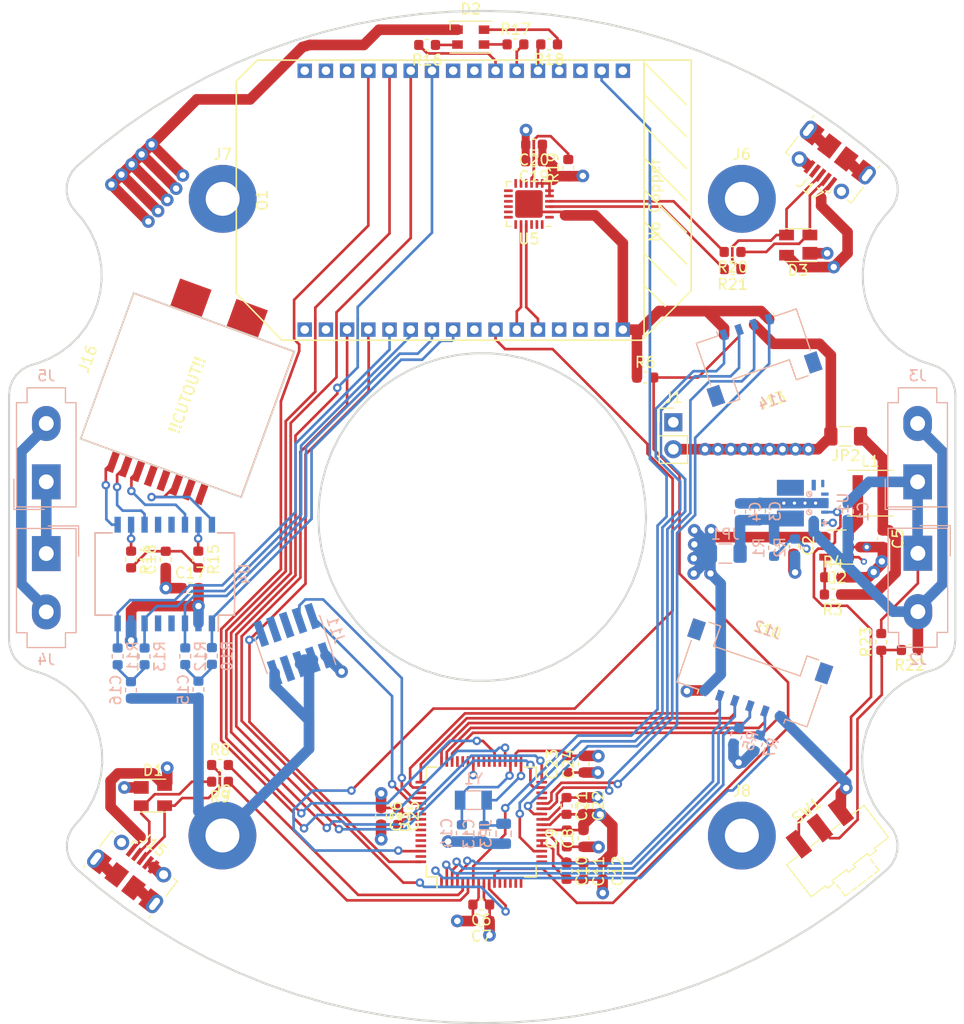
<source format=kicad_pcb>
(kicad_pcb (version 20171130) (host pcbnew 6.0.0-rc1-unknown-3eb3db0~66~ubuntu18.04.1)
  (layers (0 F.Cu signal) (1 In1.Cu signal) (2 In2.Cu signal) (31 B.Cu signal) (34 B.Paste user) (35 F.Paste user) (36 B.SilkS user) (37 F.SilkS user) (38 B.Mask user) (39 F.Mask user) (44 Edge.Cuts user))
  (net 0 "")
  (net 1 GND)
  (net 2 +24V)
  (net 3 +5V)
  (net 4 /5v_from_24v)
  (net 5 /3v3_fro_5v)
  (net 6 +3V3)
  (net 7 /NXP/RTCin)
  (net 8 /NXP/RTCout)
  (net 9 "Net-(C15-Pad1)")
  (net 10 "Net-(C16-Pad1)")
  (net 11 "Net-(C18-Pad2)")
  (net 12 /NXP/D+IN_NXP)
  (net 13 /NXP/D-IN_NXP)
  (net 14 "Net-(D2-Pad4)")
  (net 15 "Net-(D2-Pad3)")
  (net 16 "Net-(D2-Pad2)")
  (net 17 /Omega2/D-IN_Omega)
  (net 18 /Omega2/D+IN_Omega)
  (net 19 /NXP/USART_RTS_flex3)
  (net 20 /NXP/USART_CTS_flex3)
  (net 21 /NXP/USART_TXD_flex3)
  (net 22 /NXP/USART_RXD_flex3)
  (net 23 /NXP/USART_SCK_flex3)
  (net 24 /NXP/SWDIO)
  (net 25 /NXP/SWCLK)
  (net 26 "Net-(J11-Pad6)")
  (net 27 "Net-(J11-Pad7)")
  (net 28 "Net-(J11-Pad8)")
  (net 29 /Reset_NXP)
  (net 30 /NXP/I2C_SCL_Flex1)
  (net 31 /NXP/I2C_SDA_Flex1)
  (net 32 /NXP/GPIO25)
  (net 33 /NXP/GPIO26)
  (net 34 /NXP/ADC0.0)
  (net 35 /NXP/SPI_MISO_flex7)
  (net 36 /NXP/SPI_MOSI_flex7)
  (net 37 /NXP/SPI_clock_flex7)
  (net 38 /NXP/SPI_CS_flex7)
  (net 39 "Net-(J16-Pad1)")
  (net 40 "Net-(J16-Pad2)")
  (net 41 "Net-(J16-Pad3)")
  (net 42 "Net-(J16-Pad4)")
  (net 43 "Net-(J16-Pad5)")
  (net 44 "Net-(J16-Pad6)")
  (net 45 "Net-(J16-Pad7)")
  (net 46 "Net-(J16-Pad8)")
  (net 47 "Net-(J17-Pad4)")
  (net 48 "Net-(L1-Pad1)")
  (net 49 "Net-(O1-PadB3)")
  (net 50 "Net-(O1-PadB4)")
  (net 51 /Omega2/PC_TXD)
  (net 52 /Omega2/PC_RXD)
  (net 53 /Reset_Omega)
  (net 54 "Net-(O1-PadB8)")
  (net 55 /Omega2/TX-)
  (net 56 /Omega2/TX+)
  (net 57 /Omega2/RX-)
  (net 58 /Omega2/RX+)
  (net 59 /NXP_Ready)
  (net 60 "Net-(O1-PadB15)")
  (net 61 "Net-(O1-PadB16)")
  (net 62 /Omega_Ready)
  (net 63 "Net-(O1-PadA3)")
  (net 64 "Net-(O1-PadA4)")
  (net 65 /Omega2/R_LED)
  (net 66 /Omega2/G_LED)
  (net 67 /Omega2/B_LED)
  (net 68 "Net-(O1-PadA8)")
  (net 69 "Net-(O1-PadA9)")
  (net 70 /NXP_MOSI)
  (net 71 /NXP_MISO)
  (net 72 /NXP_SPICLK)
  (net 73 /NXP_SPICS)
  (net 74 "Net-(O1-PadA14)")
  (net 75 "Net-(O1-PadA15)")
  (net 76 "Net-(O1-PadA16)")
  (net 77 "Net-(R1-Pad2)")
  (net 78 "Net-(R3-Pad2)")
  (net 79 /NXP/NXP_D+)
  (net 80 /NXP/NXP_D-)
  (net 81 "Net-(R14-Pad1)")
  (net 82 "Net-(R15-Pad1)")
  (net 83 "Net-(R19-Pad2)")
  (net 84 /Omega2/D-_Omega)
  (net 85 /Omega2/D+_Omega)
  (net 86 "Net-(U3-Pad12)")
  (net 87 "Net-(U3-Pad13)")
  (net 88 "Net-(U3-Pad14)")
  (net 89 "Net-(U3-Pad15)")
  (net 90 "Net-(U3-Pad16)")
  (net 91 "Net-(U3-Pad17)")
  (net 92 "Net-(U3-Pad18)")
  (net 93 "Net-(U3-Pad29)")
  (net 94 "Net-(U3-Pad30)")
  (net 95 "Net-(U3-Pad37)")
  (net 96 "Net-(U3-Pad39)")
  (net 97 "Net-(U3-Pad40)")
  (net 98 "Net-(U3-Pad41)")
  (net 99 "Net-(U3-Pad43)")
  (net 100 "Net-(U3-Pad44)")
  (net 101 "Net-(U3-Pad45)")
  (net 102 "Net-(U3-Pad51)")
  (net 103 "Net-(U3-Pad54)")
  (net 104 "Net-(U3-Pad57)")
  (net 105 "Net-(U3-Pad58)")
  (net 106 "Net-(U3-Pad59)")
  (net 107 "Net-(U3-Pad60)")
  (net 108 "Net-(U3-Pad61)")
  (net 109 "Net-(U3-Pad63)")
  (net 110 "Net-(U5-Pad1)")
  (net 111 "Net-(U5-Pad10)")
  (net 112 "Net-(U5-Pad11)")
  (net 113 "Net-(U5-Pad12)")
  (net 114 "Net-(U5-Pad13)")
  (net 115 "Net-(U5-Pad14)")
  (net 116 "Net-(U5-Pad15)")
  (net 117 "Net-(U5-Pad16)")
  (net 118 "Net-(U5-Pad17)")
  (net 119 "Net-(U5-Pad18)")
  (net 120 "Net-(U5-Pad19)")
  (net 121 "Net-(U5-Pad22)")
  (net 122 "Net-(U5-Pad23)")
  (net 123 "Net-(U5-Pad24)")
  (net 124 "Net-(U4-Pad4)")
  (net 125 "Net-(U4-Pad5)")
  (net 126 "Net-(U4-Pad12)")
  (net 127 "Net-(U4-Pad13)")
  (net 128 "Net-(R22-Pad2)")
  (net 129 "Net-(SW1-Pad1)")
  (module Package_DFN_QFN:QFN-24-1EP_4x4mm_P0.5mm_EP2.6x2.6mm (layer F.Cu) (at 153.7208 61.1886 180)
    (fp_text reference U5 (at 0 -3.3 180) (layer F.SilkS))
    (fp_text value CP2102N-A01-GQFN24)
    (pad 25 smd roundrect (at 0 0 180) (size 2.6 2.6) (layers F.Cu F.Mask) (roundrect_rratio 0.096154) (net 1 GND))
    (pad 1 smd roundrect (at -1.9375 -1.25 180) (size 0.825 0.25) (layers F.Cu F.Paste F.Mask) (net 110 "Net-(U5-Pad1)"))
    (pad 2 smd roundrect (at -1.9375 -0.75 180) (size 0.825 0.25) (layers F.Cu F.Paste F.Mask) (net 1 GND))
    (pad 3 smd roundrect (at -1.9375 -0.25 180) (size 0.825 0.25) (layers F.Cu F.Paste F.Mask) (net 85 /Omega2/D+_Omega))
    (pad 4 smd roundrect (at -1.9375 0.25 180) (size 0.825 0.25) (layers F.Cu F.Paste F.Mask) (net 84 /Omega2/D-_Omega))
    (pad 5 smd roundrect (at -1.9375 0.75 180) (size 0.825 0.25) (layers F.Cu F.Paste F.Mask) (net 6 +3V3))
    (pad 6 smd roundrect (at -1.9375 1.25 180) (size 0.825 0.25) (layers F.Cu F.Paste F.Mask) (net 6 +3V3))
    (pad 7 smd roundrect (at -1.25 1.9375 180) (size 0.25 0.825) (layers F.Cu F.Paste F.Mask) (net 6 +3V3))
    (pad 8 smd roundrect (at -0.75 1.9375 180) (size 0.25 0.825) (layers F.Cu F.Paste F.Mask) (net 6 +3V3))
    (pad 9 smd roundrect (at -0.25 1.9375 180) (size 0.25 0.825) (layers F.Cu F.Paste F.Mask) (net 83 "Net-(R19-Pad2)"))
    (pad 10 smd roundrect (at 0.25 1.9375 180) (size 0.25 0.825) (layers F.Cu F.Paste F.Mask) (net 111 "Net-(U5-Pad10)"))
    (pad 11 smd roundrect (at 0.75 1.9375 180) (size 0.25 0.825) (layers F.Cu F.Paste F.Mask) (net 112 "Net-(U5-Pad11)"))
    (pad 12 smd roundrect (at 1.25 1.9375 180) (size 0.25 0.825) (layers F.Cu F.Paste F.Mask) (net 113 "Net-(U5-Pad12)"))
    (pad 13 smd roundrect (at 1.9375 1.25 180) (size 0.825 0.25) (layers F.Cu F.Paste F.Mask) (net 114 "Net-(U5-Pad13)"))
    (pad 14 smd roundrect (at 1.9375 0.75 180) (size 0.825 0.25) (layers F.Cu F.Paste F.Mask) (net 115 "Net-(U5-Pad14)"))
    (pad 15 smd roundrect (at 1.9375 0.25 180) (size 0.825 0.25) (layers F.Cu F.Paste F.Mask) (net 116 "Net-(U5-Pad15)"))
    (pad 16 smd roundrect (at 1.9375 -0.25 180) (size 0.825 0.25) (layers F.Cu F.Paste F.Mask) (net 117 "Net-(U5-Pad16)"))
    (pad 17 smd roundrect (at 1.9375 -0.75 180) (size 0.825 0.25) (layers F.Cu F.Paste F.Mask) (net 118 "Net-(U5-Pad17)"))
    (pad 18 smd roundrect (at 1.9375 -1.25 180) (size 0.825 0.25) (layers F.Cu F.Paste F.Mask) (net 119 "Net-(U5-Pad18)"))
    (pad 19 smd roundrect (at 1.25 -1.9375 180) (size 0.25 0.825) (layers F.Cu F.Paste F.Mask) (net 120 "Net-(U5-Pad19)"))
    (pad 20 smd roundrect (at 0.75 -1.9375 180) (size 0.25 0.825) (layers F.Cu F.Paste F.Mask) (net 52 /Omega2/PC_RXD))
    (pad 21 smd roundrect (at 0.25 -1.9375 180) (size 0.25 0.825) (layers F.Cu F.Paste F.Mask) (net 51 /Omega2/PC_TXD))
    (pad 22 smd roundrect (at -0.25 -1.9375 180) (size 0.25 0.825) (layers F.Cu F.Paste F.Mask) (net 121 "Net-(U5-Pad22)"))
    (pad 23 smd roundrect (at -0.75 -1.9375 180) (size 0.25 0.825) (layers F.Cu F.Paste F.Mask) (net 122 "Net-(U5-Pad23)"))
    (pad 24 smd roundrect (at -1.25 -1.9375 180) (size 0.25 0.825) (layers F.Cu F.Paste F.Mask) (net 123 "Net-(U5-Pad24)"))
  )
  (module TI:TPSM84209 (layer B.Cu) (at 179.5272 89.3804 90)
    (fp_text reference U1 (at 0 3.81 90) (layer B.SilkS) (effects (justify mirror)))
    (fp_text value TPSM84209)
    (fp_text user * (at -1.9 2.4 90) (layer B.SilkS) (effects (justify mirror)))
    (pad 4 smd roundrect (at 1.45 -1.15 270) (size 1.5 2.55) (layers B.Cu B.Paste B.Mask) (roundrect_rratio 0.03))
    (pad 8 thru_hole circle (at 0 -1.77 270) (size 0.6 0.6) (drill 0.305) (layers *.Cu) (net 1 GND))
    (pad 8 thru_hole circle (at 0 -0.77 270) (size 0.6 0.6) (drill 0.305) (layers *.Cu) (net 1 GND))
    (pad 8 thru_hole circle (at 0 0.23 270) (size 0.6 0.6) (drill 0.305) (layers *.Cu) (net 1 GND))
    (pad 8 thru_hole circle (at 0 1.23 270) (size 0.6 0.6) (drill 0.305) (layers *.Cu) (net 1 GND))
    (pad 3 smd roundrect (at -1.45 -1.15 270) (size 1.5 2.55) (layers B.Cu B.Paste B.Mask) (roundrect_rratio 0.03) (net 4 /5v_from_24v))
    (pad 8 smd roundrect (at 0 0 270) (size 0.96 4.9) (layers B.Cu) (roundrect_rratio 0.05) (net 1 GND))
    (pad 6 smd roundrect (at 1.85 1.9 90) (size 0.7 0.3) (layers B.Cu B.Paste B.Mask) (roundrect_rratio 0.15))
    (pad 7 smd roundrect (at 0.85 2.1 90) (size 0.3 0.7) (layers B.Cu B.Paste B.Mask) (roundrect_rratio 0.15))
    (pad 5 smd roundrect (at 1.7 1.05 270) (size 1 0.4) (layers B.Cu B.Paste B.Mask) (roundrect_rratio 0.12))
    (pad 8 smd roundrect (at 0 1.95) (size 1 0.4) (layers B.Cu B.Paste B.Mask) (roundrect_rratio 0.12) (net 1 GND))
    (pad 9 smd roundrect (at -0.85 2.1 90) (size 0.3 0.7) (layers B.Cu B.Paste B.Mask) (roundrect_rratio 0.15) (net 129 "Net-(SW1-Pad1)"))
    (pad 2 smd roundrect (at -1.7 1.05 90) (size 1 0.4) (layers B.Cu B.Paste B.Mask) (roundrect_rratio 0.12) (net 2 +24V))
    (pad 1 smd roundrect (at -1.85 1.9 90) (size 0.7 0.3) (layers B.Cu B.Paste B.Mask) (roundrect_rratio 0.15) (net 77 "Net-(R1-Pad2)"))
  )
  (module Capacitor_SMD:C_0603_1608Metric (layer B.Cu) (at 175.514 90.1445 90)
    (fp_text reference C3 (at 0 1.43 90) (layer B.SilkS) (effects (justify mirror)))
    (fp_text value 47uF)
    (pad 1 smd roundrect (at -0.7875 0 90) (size 0.875 0.95) (layers B.Cu B.Paste B.Mask) (net 4 /5v_from_24v))
    (pad 2 smd roundrect (at 0.7875 0 90) (size 0.875 0.95) (layers B.Cu B.Paste B.Mask) (net 1 GND))
  )
  (module Capacitor_SMD:C_0603_1608Metric (layer B.Cu) (at 173.6344 90.1955 90)
    (fp_text reference C4 (at 0 1.43 90) (layer B.SilkS) (effects (justify mirror)))
    (fp_text value 47uF)
    (pad 2 smd roundrect (at 0.7875 0 90) (size 0.875 0.95) (layers B.Cu B.Paste B.Mask) (net 1 GND))
    (pad 1 smd roundrect (at -0.7875 0 90) (size 0.875 0.95) (layers B.Cu B.Paste B.Mask) (net 4 /5v_from_24v))
  )
  (module Resistor_SMD:R_0603_1608Metric (layer B.Cu) (at 176.8348 93.5989 270)
    (fp_text reference R1 (at 0 1.43 270) (layer B.SilkS) (effects (justify mirror)))
    (fp_text value 10k)
    (pad 1 smd roundrect (at -0.7875 0 270) (size 0.875 0.95) (layers B.Cu B.Paste B.Mask) (net 4 /5v_from_24v))
    (pad 2 smd roundrect (at 0.7875 0 270) (size 0.875 0.95) (layers B.Cu B.Paste B.Mask) (net 77 "Net-(R1-Pad2)"))
  )
  (module Connector_Molex:Molex_Mini-Fit_Jr_5566-02A_2x01_P4.20mm_Vertical (layer B.Cu) (at 190.3984 94.107 180)
    (fp_text reference J2 (at 0 -10 180) (layer B.SilkS) (effects (justify mirror)))
    (fp_text value Hebi_Power)
    (pad 2 thru_hole oval (at 0 -5.5 180) (size 2.7 3.3) (drill 1.4) (layers *.Cu *.Mask) (net 2 +24V))
    (pad 1 thru_hole rect (at 0 0 180) (size 2.7 3.3) (drill 1.4) (layers *.Cu *.Mask) (net 1 GND))
  )
  (module Connector_Molex:Molex_Mini-Fit_Jr_5566-02A_2x01_P4.20mm_Vertical (layer B.Cu) (at 190.373 87.376)
    (fp_text reference J3 (at 0 -10) (layer B.SilkS) (effects (justify mirror)))
    (fp_text value Hebi_Power)
    (pad 2 thru_hole oval (at 0 -5.5) (size 2.7 3.3) (drill 1.4) (layers *.Cu *.Mask) (net 2 +24V))
    (pad 1 thru_hole rect (at 0 0) (size 2.7 3.3) (drill 1.4) (layers *.Cu *.Mask) (net 1 GND))
  )
  (module Connector_Molex:Molex_Mini-Fit_Jr_5566-02A_2x01_P4.20mm_Vertical (layer B.Cu) (at 108.204 94.1324 180)
    (fp_text reference J4 (at 0 -10 180) (layer B.SilkS) (effects (justify mirror)))
    (fp_text value Hebi_Power)
    (pad 2 thru_hole oval (at 0 -5.5 180) (size 2.7 3.3) (drill 1.4) (layers *.Cu *.Mask) (net 2 +24V))
    (pad 1 thru_hole rect (at 0 0 180) (size 2.7 3.3) (drill 1.4) (layers *.Cu *.Mask) (net 1 GND))
  )
  (module Connector_Molex:Molex_Mini-Fit_Jr_5566-02A_2x01_P4.20mm_Vertical (layer B.Cu) (at 108.204 87.376)
    (fp_text reference J5 (at 0 -10) (layer B.SilkS) (effects (justify mirror)))
    (fp_text value Hebi_Power)
    (pad 1 thru_hole rect (at 0 0) (size 2.7 3.3) (drill 1.4) (layers *.Cu *.Mask) (net 1 GND))
    (pad 2 thru_hole oval (at 0 -5.5) (size 2.7 3.3) (drill 1.4) (layers *.Cu *.Mask) (net 2 +24V))
  )
  (module TE:1-338088-3 (layer F.Cu) (at 121.5098 79.204256 250)
    (fp_text reference J16 (at 0 10 250) (layer F.SilkS))
    (fp_text value RJ45)
    (fp_text user !!CUTOUT!! (at 0 0 250) (layer F.SilkS))
    (fp_text user !!CUTOUT!! (at 0 0 250) (layer F.SilkS))
    (pad "" smd rect (at -8.7 -2.825 250) (size 2.8 3.15) (layers F.Cu F.Paste F.Mask))
    (pad "" smd rect (at -8.7 2.825 250) (size 2.8 3.15) (layers F.Cu F.Paste F.Mask))
    (pad 8 smd rect (at 8.3 -4.445 250) (size 2 0.7) (layers F.Cu F.Paste F.Mask) (net 46 "Net-(J16-Pad8)"))
    (pad 7 smd rect (at 8.3 -3.175 250) (size 2 0.7) (layers F.Cu F.Paste F.Mask) (net 45 "Net-(J16-Pad7)"))
    (pad 6 smd rect (at 8.3 -1.905 250) (size 2 0.7) (layers F.Cu F.Paste F.Mask) (net 44 "Net-(J16-Pad6)"))
    (pad 5 smd rect (at 8.3 -0.635001 250) (size 2 0.7) (layers F.Cu F.Paste F.Mask) (net 43 "Net-(J16-Pad5)"))
    (pad 4 smd rect (at 8.3 0.635 250) (size 2 0.7) (layers F.Cu F.Paste F.Mask) (net 42 "Net-(J16-Pad4)"))
    (pad 3 smd rect (at 8.3 1.905 250) (size 2 0.7) (layers F.Cu F.Paste F.Mask) (net 41 "Net-(J16-Pad3)"))
    (pad 2 smd rect (at 8.3 3.175 250) (size 2 0.7) (layers F.Cu F.Paste F.Mask) (net 40 "Net-(J16-Pad2)"))
    (pad 1 smd rect (at 8.3 4.445 250) (size 2 0.7) (layers F.Cu F.Paste F.Mask) (net 39 "Net-(J16-Pad1)"))
  )
  (module Capacitor_SMD:C_0603_1608Metric (layer B.Cu) (at 183.7944 90.17 90)
    (fp_text reference C1 (at 0 1.43 90) (layer B.SilkS) (effects (justify mirror)))
    (fp_text value 10uF)
    (pad 1 smd roundrect (at -0.7875 0 90) (size 0.875 0.95) (layers B.Cu B.Paste B.Mask) (net 2 +24V))
    (pad 2 smd roundrect (at 0.7875 0 90) (size 0.875 0.95) (layers B.Cu B.Paste B.Mask) (net 1 GND))
  )
  (module Capacitor_SMD:C_0603_1608Metric (layer F.Cu) (at 178.6636 93.3704 270)
    (fp_text reference C2 (at 0 -1.43 270) (layer F.SilkS))
    (fp_text value 4.7uF)
    (pad 2 smd roundrect (at 0.7875 0 270) (size 0.875 0.95) (layers F.Cu F.Paste F.Mask) (net 1 GND))
    (pad 1 smd roundrect (at -0.7875 0 270) (size 0.875 0.95) (layers F.Cu F.Paste F.Mask) (net 3 +5V))
  )
  (module Capacitor_SMD:C_0603_1608Metric (layer F.Cu) (at 187.0964 92.7353 270)
    (fp_text reference C5 (at 0 -1.43 270) (layer F.SilkS))
    (fp_text value 10uF)
    (pad 1 smd roundrect (at -0.7875 0 270) (size 0.875 0.95) (layers F.Cu F.Paste F.Mask) (net 5 /3v3_fro_5v))
    (pad 2 smd roundrect (at 0.7875 0 270) (size 0.875 0.95) (layers F.Cu F.Paste F.Mask) (net 1 GND))
  )
  (module Capacitor_SMD:C_0603_1608Metric (layer F.Cu) (at 149.2249 127.2159 180)
    (fp_text reference C6 (at 0 -1.43 180) (layer F.SilkS))
    (fp_text value 0.1uF)
    (pad 1 smd roundrect (at -0.7875 0 180) (size 0.875 0.95) (layers F.Cu F.Paste F.Mask) (net 1 GND))
    (pad 2 smd roundrect (at 0.7875 0 180) (size 0.875 0.95) (layers F.Cu F.Paste F.Mask) (net 6 +3V3))
  )
  (module Capacitor_SMD:C_0603_1608Metric (layer F.Cu) (at 149.225 128.7652 180)
    (fp_text reference C7 (at 0 -1.43 180) (layer F.SilkS))
    (fp_text value 0.01uF)
    (pad 2 smd roundrect (at 0.7875 0 180) (size 0.875 0.95) (layers F.Cu F.Paste F.Mask) (net 6 +3V3))
    (pad 1 smd roundrect (at -0.7875 0 180) (size 0.875 0.95) (layers F.Cu F.Paste F.Mask) (net 1 GND))
  )
  (module Capacitor_SMD:C_0603_1608Metric (layer F.Cu) (at 158.8642 120.9802 90)
    (fp_text reference C8 (at 0 -1.43 90) (layer F.SilkS))
    (fp_text value 0.1uF)
    (pad 2 smd roundrect (at 0.7875 0 90) (size 0.875 0.95) (layers F.Cu F.Paste F.Mask) (net 6 +3V3))
    (pad 1 smd roundrect (at -0.7875 0 90) (size 0.875 0.95) (layers F.Cu F.Paste F.Mask) (net 1 GND))
  )
  (module Capacitor_SMD:C_0603_1608Metric (layer F.Cu) (at 157.2894 120.9802 90)
    (fp_text reference C9 (at 0 -1.43 90) (layer F.SilkS))
    (fp_text value 10uF)
    (pad 1 smd roundrect (at -0.7875 0 90) (size 0.875 0.95) (layers F.Cu F.Paste F.Mask) (net 1 GND))
    (pad 2 smd roundrect (at 0.7875 0 90) (size 0.875 0.95) (layers F.Cu F.Paste F.Mask) (net 6 +3V3))
  )
  (module Capacitor_SMD:C_0603_1608Metric (layer F.Cu) (at 157.264 124.0409 270)
    (fp_text reference C10 (at 0 -1.43 270) (layer F.SilkS))
    (fp_text value 0.1uF)
    (pad 1 smd roundrect (at -0.7875 0 270) (size 0.875 0.95) (layers F.Cu F.Paste F.Mask) (net 6 +3V3))
    (pad 2 smd roundrect (at 0.7875 0 270) (size 0.875 0.95) (layers F.Cu F.Paste F.Mask) (net 1 GND))
  )
  (module Capacitor_SMD:C_0603_1608Metric (layer F.Cu) (at 158.8642 124.0663 270)
    (fp_text reference C11 (at 0 -1.43 270) (layer F.SilkS))
    (fp_text value 0.1uF)
    (pad 2 smd roundrect (at 0.7875 0 270) (size 0.875 0.95) (layers F.Cu F.Paste F.Mask) (net 1 GND))
    (pad 1 smd roundrect (at -0.7875 0 270) (size 0.875 0.95) (layers F.Cu F.Paste F.Mask) (net 6 +3V3))
  )
  (module Capacitor_SMD:C_0603_1608Metric (layer F.Cu) (at 160.6678 124.0536 270)
    (fp_text reference C12 (at 0 -1.43 270) (layer F.SilkS))
    (fp_text value 10uF)
    (pad 1 smd roundrect (at -0.7875 0 270) (size 0.875 0.95) (layers F.Cu F.Paste F.Mask) (net 6 +3V3))
    (pad 2 smd roundrect (at 0.7875 0 270) (size 0.875 0.95) (layers F.Cu F.Paste F.Mask) (net 1 GND))
  )
  (module Capacitor_SMD:C_0603_1608Metric (layer B.Cu) (at 149.4918 120.5484 270)
    (fp_text reference C13 (at 0 1.43 270) (layer B.SilkS) (effects (justify mirror)))
    (fp_text value Cx1)
    (pad 2 smd roundrect (at 0.7875 0 270) (size 0.875 0.95) (layers B.Cu B.Paste B.Mask) (net 1 GND))
    (pad 1 smd roundrect (at -0.7875 0 270) (size 0.875 0.95) (layers B.Cu B.Paste B.Mask) (net 7 /NXP/RTCin))
  )
  (module Capacitor_SMD:C_0603_1608Metric (layer B.Cu) (at 147.3963 120.4849 270)
    (fp_text reference C14 (at 0 1.43 270) (layer B.SilkS) (effects (justify mirror)))
    (fp_text value Cx2)
    (pad 1 smd roundrect (at -0.7875 0 270) (size 0.875 0.95) (layers B.Cu B.Paste B.Mask) (net 8 /NXP/RTCout))
    (pad 2 smd roundrect (at 0.7875 0 270) (size 0.875 0.95) (layers B.Cu B.Paste B.Mask) (net 1 GND))
  )
  (module Capacitor_SMD:C_0603_1608Metric (layer B.Cu) (at 122.555 106.9466 270)
    (fp_text reference C15 (at 0 1.43 270) (layer B.SilkS) (effects (justify mirror)))
    (fp_text value 100nF)
    (pad 2 smd roundrect (at 0.7875 0 270) (size 0.875 0.95) (layers B.Cu B.Paste B.Mask) (net 1 GND))
    (pad 1 smd roundrect (at -0.7875 0 270) (size 0.875 0.95) (layers B.Cu B.Paste B.Mask) (net 9 "Net-(C15-Pad1)"))
  )
  (module Capacitor_SMD:C_0603_1608Metric (layer B.Cu) (at 116.1923 106.9975 270)
    (fp_text reference C16 (at 0 1.43 270) (layer B.SilkS) (effects (justify mirror)))
    (fp_text value 100nF)
    (pad 2 smd roundrect (at 0.7875 0 270) (size 0.875 0.95) (layers B.Cu B.Paste B.Mask) (net 1 GND))
    (pad 1 smd roundrect (at -0.7875 0 270) (size 0.875 0.95) (layers B.Cu B.Paste B.Mask) (net 10 "Net-(C16-Pad1)"))
  )
  (module Capacitor_SMD:C_0603_1608Metric (layer F.Cu) (at 121.7802 97.3963)
    (fp_text reference C17 (at 0 -1.43) (layer F.SilkS))
    (fp_text value 1uF)
    (pad 1 smd roundrect (at -0.7875 0) (size 0.875 0.95) (layers F.Cu F.Paste F.Mask) (net 1 GND))
    (pad 2 smd roundrect (at 0.7875 0) (size 0.875 0.95) (layers F.Cu F.Paste F.Mask) (net 6 +3V3))
  )
  (module Capacitor_SMD:C_0603_1608Metric (layer F.Cu) (at 119.4689 94.7039 90)
    (fp_text reference C18 (at 0 -1.43 90) (layer F.SilkS))
    (fp_text value 1nF/2KV)
    (pad 2 smd roundrect (at 0.7875 0 90) (size 0.875 0.95) (layers F.Cu F.Paste F.Mask) (net 11 "Net-(C18-Pad2)"))
    (pad 1 smd roundrect (at -0.7875 0 90) (size 0.875 0.95) (layers F.Cu F.Paste F.Mask) (net 1 GND))
  )
  (module Capacitor_SMD:C_0603_1608Metric (layer F.Cu) (at 154.2033 57.165401 180)
    (fp_text reference C19 (at 0 -1.43 180) (layer F.SilkS))
    (fp_text value 0.1uF)
    (pad 1 smd roundrect (at -0.7875 0 180) (size 0.875 0.95) (layers F.Cu F.Paste F.Mask) (net 6 +3V3))
    (pad 2 smd roundrect (at 0.7875 0 180) (size 0.875 0.95) (layers F.Cu F.Paste F.Mask) (net 1 GND))
  )
  (module Capacitor_SMD:C_0603_1608Metric (layer F.Cu) (at 154.2033 55.6006 180)
    (fp_text reference C20 (at 0 -1.43 180) (layer F.SilkS))
    (fp_text value 4.7uF)
    (pad 2 smd roundrect (at 0.7875 0 180) (size 0.875 0.95) (layers F.Cu F.Paste F.Mask) (net 1 GND))
    (pad 1 smd roundrect (at -0.7875 0 180) (size 0.875 0.95) (layers F.Cu F.Paste F.Mask) (net 6 +3V3))
  )
  (module Package_TO_SOT_SMD:SOT-143 (layer F.Cu) (at 118.2624 116.9416)
    (fp_text reference D1 (at 0.02 -2.38) (layer F.SilkS))
    (fp_text value SP0503BAHT)
    (pad 4 smd rect (at 1.1 -0.95 270) (size 1 1.4) (layers F.Cu F.Paste F.Mask) (net 3 +5V))
    (pad 3 smd rect (at 1.1 0.95 270) (size 1 1.4) (layers F.Cu F.Paste F.Mask) (net 12 /NXP/D+IN_NXP))
    (pad 2 smd rect (at -1.1 0.95 270) (size 1 1.4) (layers F.Cu F.Paste F.Mask) (net 13 /NXP/D-IN_NXP))
    (pad 1 smd rect (at -1.1 -0.77 270) (size 1.2 1.4) (layers F.Cu F.Paste F.Mask) (net 1 GND))
  )
  (module LED_SMD:LED_Cree-PLCC4_3.2x2.8mm_CCW (layer F.Cu) (at 148.2344 45.466)
    (fp_text reference D2 (at 0 -2.65) (layer F.SilkS))
    (fp_text value CLV1L-FKB)
    (pad 1 smd rect (at -1.25 -0.7) (size 1 0.8) (layers F.Cu F.Paste F.Mask) (net 6 +3V3))
    (pad 4 smd rect (at 1.25 -0.7) (size 1 0.8) (layers F.Cu F.Paste F.Mask) (net 14 "Net-(D2-Pad4)"))
    (pad 3 smd rect (at 1.25 0.7) (size 1 0.8) (layers F.Cu F.Paste F.Mask) (net 15 "Net-(D2-Pad3)"))
    (pad 2 smd rect (at -1.25 0.7) (size 1 0.8) (layers F.Cu F.Paste F.Mask) (net 16 "Net-(D2-Pad2)"))
  )
  (module Package_TO_SOT_SMD:SOT-143 (layer F.Cu) (at 179.113 65.0668 180)
    (fp_text reference D3 (at 0.02 -2.38 180) (layer F.SilkS))
    (fp_text value SP0503BAHT)
    (pad 1 smd rect (at -1.1 -0.77 90) (size 1.2 1.4) (layers F.Cu F.Paste F.Mask) (net 1 GND))
    (pad 2 smd rect (at -1.1 0.95 90) (size 1 1.4) (layers F.Cu F.Paste F.Mask) (net 17 /Omega2/D-IN_Omega))
    (pad 3 smd rect (at 1.1 0.95 90) (size 1 1.4) (layers F.Cu F.Paste F.Mask) (net 18 /Omega2/D+IN_Omega))
    (pad 4 smd rect (at 1.1 -0.95 90) (size 1 1.4) (layers F.Cu F.Paste F.Mask) (net 3 +5V))
  )
  (module Connector_PinHeader_2.54mm:PinHeader_1x02_P2.54mm_Vertical (layer F.Cu) (at 167.3352 81.7626)
    (fp_text reference J1 (at 0 -2.33) (layer F.SilkS))
    (fp_text value Backup_3v3)
    (pad 1 thru_hole rect (at 0 0) (size 1.7 1.7) (drill 1) (layers *.Cu *.Mask) (net 1 GND))
    (pad 2 thru_hole oval (at 0 2.54) (size 1.7 1.7) (drill 1) (layers *.Cu *.Mask) (net 6 +3V3))
  )
  (module MountingHole:MountingHole_3.2mm_M3_Pad (layer F.Cu) (at 173.7995 60.706)
    (fp_text reference J6 (at 0 -4.2) (layer F.SilkS))
    (fp_text value Mounting_Hole)
    (pad 1 thru_hole circle (at 0 0) (size 6.4 6.4) (drill 3.2) (layers *.Cu *.Mask) (net 1 GND))
  )
  (module MountingHole:MountingHole_3.2mm_M3_Pad (layer F.Cu) (at 124.841 60.706)
    (fp_text reference J7 (at 0 -4.2) (layer F.SilkS))
    (fp_text value Mounting_Hole)
    (pad 1 thru_hole circle (at 0 0) (size 6.4 6.4) (drill 3.2) (layers *.Cu *.Mask) (net 1 GND))
  )
  (module MountingHole:MountingHole_3.2mm_M3_Pad (layer F.Cu) (at 173.7995 120.7135)
    (fp_text reference J8 (at 0 -4.2) (layer F.SilkS))
    (fp_text value Mounting_Hole)
    (pad 1 thru_hole circle (at 0 0) (size 6.4 6.4) (drill 3.2) (layers *.Cu *.Mask) (net 1 GND))
  )
  (module MountingHole:MountingHole_3.2mm_M3_Pad (layer F.Cu) (at 124.8156 120.7008)
    (fp_text reference J9 (at 0 -4.2) (layer F.SilkS))
    (fp_text value Mounting_Hole)
    (pad 1 thru_hole circle (at 0 0) (size 6.4 6.4) (drill 3.2) (layers *.Cu *.Mask) (net 1 GND))
  )
  (module Connector_Molex:Molex_Pico-Lock_504050-0691_1x06-1MP_P1.50mm_Horizontal (layer F.Cu) (at 174.752 105.6132 341)
    (fp_text reference J10 (at 0 -4.52 341) (layer F.SilkS))
    (fp_text value USART)
    (pad 1 smd rect (at -3.75 2.795 341) (size 0.6 1) (layers F.Cu F.Paste F.Mask) (net 1 GND))
    (pad 2 smd rect (at -2.25 2.795 341) (size 0.6 1) (layers F.Cu F.Paste F.Mask) (net 19 /NXP/USART_RTS_flex3))
    (pad 3 smd rect (at -0.75 2.795 341) (size 0.6 1) (layers F.Cu F.Paste F.Mask) (net 20 /NXP/USART_CTS_flex3))
    (pad 4 smd rect (at 0.75 2.795 341) (size 0.6 1) (layers F.Cu F.Paste F.Mask) (net 21 /NXP/USART_TXD_flex3))
    (pad 5 smd rect (at 2.25 2.795 341) (size 0.6 1) (layers F.Cu F.Paste F.Mask) (net 22 /NXP/USART_RXD_flex3))
    (pad 6 smd rect (at 3.75 2.795 341) (size 0.6 1) (layers F.Cu F.Paste F.Mask) (net 23 /NXP/USART_SCK_flex3))
    (pad MP smd rect (at -6.355 -2.395 341) (size 1.25 1.8) (layers F.Cu F.Paste F.Mask))
    (pad MP smd rect (at 6.355 -2.395 341) (size 1.25 1.8) (layers F.Cu F.Paste F.Mask))
  )
  (module Connector_PinHeader_1.27mm:PinHeader_2x05_P1.27mm_Vertical_SMD (layer B.Cu) (at 131.5085 102.7049 109)
    (fp_text reference J11 (at 0 4.235 109) (layer B.SilkS) (effects (justify mirror)))
    (fp_text value Conn_02x05_Odd_Even)
    (pad 1 smd rect (at -1.95 2.54 109) (size 2.4 0.74) (layers B.Cu B.Paste B.Mask) (net 6 +3V3))
    (pad 2 smd rect (at 1.95 2.54 109) (size 2.4 0.74) (layers B.Cu B.Paste B.Mask) (net 24 /NXP/SWDIO))
    (pad 3 smd rect (at -1.95 1.269999 109) (size 2.4 0.74) (layers B.Cu B.Paste B.Mask) (net 1 GND))
    (pad 4 smd rect (at 1.95 1.27 109) (size 2.4 0.74) (layers B.Cu B.Paste B.Mask) (net 25 /NXP/SWCLK))
    (pad 5 smd rect (at -1.95 0 109) (size 2.4 0.74) (layers B.Cu B.Paste B.Mask) (net 1 GND))
    (pad 6 smd rect (at 1.95 0 109) (size 2.4 0.74) (layers B.Cu B.Paste B.Mask) (net 26 "Net-(J11-Pad6)"))
    (pad 7 smd rect (at -1.95 -1.27 109) (size 2.4 0.74) (layers B.Cu B.Paste B.Mask) (net 27 "Net-(J11-Pad7)"))
    (pad 8 smd rect (at 1.95 -1.269999 109) (size 2.4 0.74) (layers B.Cu B.Paste B.Mask) (net 28 "Net-(J11-Pad8)"))
    (pad 9 smd rect (at -1.95 -2.54 109) (size 2.4 0.74) (layers B.Cu B.Paste B.Mask) (net 1 GND))
    (pad 10 smd rect (at 1.95 -2.54 109) (size 2.4 0.74) (layers B.Cu B.Paste B.Mask) (net 29 /Reset_NXP))
  )
  (module Connector_Molex:Molex_Pico-Lock_504050-0691_1x06-1MP_P1.50mm_Horizontal (layer B.Cu) (at 174.752 105.6132 161)
    (fp_text reference J12 (at 0 4.52 161) (layer B.SilkS) (effects (justify mirror)))
    (fp_text value CableSensor)
    (pad MP smd rect (at 6.355 2.395 161) (size 1.25 1.8) (layers B.Cu B.Paste B.Mask))
    (pad MP smd rect (at -6.355 2.395 161) (size 1.25 1.8) (layers B.Cu B.Paste B.Mask))
    (pad 6 smd rect (at 3.75 -2.795 161) (size 0.6 1) (layers B.Cu B.Paste B.Mask) (net 3 +5V))
    (pad 5 smd rect (at 2.25 -2.795 161) (size 0.6 1) (layers B.Cu B.Paste B.Mask) (net 33 /NXP/GPIO26))
    (pad 4 smd rect (at 0.75 -2.795 161) (size 0.6 1) (layers B.Cu B.Paste B.Mask) (net 32 /NXP/GPIO25))
    (pad 3 smd rect (at -0.75 -2.795 161) (size 0.6 1) (layers B.Cu B.Paste B.Mask) (net 31 /NXP/I2C_SDA_Flex1))
    (pad 2 smd rect (at -2.25 -2.795 161) (size 0.6 1) (layers B.Cu B.Paste B.Mask) (net 30 /NXP/I2C_SCL_Flex1))
    (pad 1 smd rect (at -3.75 -2.795 161) (size 0.6 1) (layers B.Cu B.Paste B.Mask) (net 1 GND))
  )
  (module Connector_Molex:Molex_Pico-Lock_504050-0491_1x04-1MP_P1.50mm_Horizontal (layer F.Cu) (at 175.1584 75.438 199)
    (fp_text reference J13 (at 0 -4.52 199) (layer F.SilkS))
    (fp_text value EndSensor)
    (pad MP smd rect (at 4.855 -2.395 199) (size 1.25 1.8) (layers F.Cu F.Paste F.Mask))
    (pad MP smd rect (at -4.854999 -2.395 199) (size 1.25 1.8) (layers F.Cu F.Paste F.Mask))
    (pad 4 smd rect (at 2.25 2.795 199) (size 0.6 1) (layers F.Cu F.Paste F.Mask) (net 1 GND))
    (pad 3 smd rect (at 0.75 2.795 199) (size 0.6 1) (layers F.Cu F.Paste F.Mask) (net 34 /NXP/ADC0.0))
    (pad 2 smd rect (at -0.75 2.795 199) (size 0.6 1) (layers F.Cu F.Paste F.Mask) (net 6 +3V3))
    (pad 1 smd rect (at -2.25 2.795 199) (size 0.6 1) (layers F.Cu F.Paste F.Mask) (net 1 GND))
  )
  (module Connector_Molex:Molex_Pico-Lock_504050-0491_1x04-1MP_P1.50mm_Horizontal (layer B.Cu) (at 175.1584 75.438 19)
    (fp_text reference J14 (at 0 4.52 19) (layer B.SilkS) (effects (justify mirror)))
    (fp_text value TensionSensor)
    (pad 1 smd rect (at -2.25 -2.795 19) (size 0.6 1) (layers B.Cu B.Paste B.Mask) (net 38 /NXP/SPI_CS_flex7))
    (pad 2 smd rect (at -0.75 -2.795 19) (size 0.6 1) (layers B.Cu B.Paste B.Mask) (net 37 /NXP/SPI_clock_flex7))
    (pad 3 smd rect (at 0.75 -2.795 19) (size 0.6 1) (layers B.Cu B.Paste B.Mask) (net 36 /NXP/SPI_MOSI_flex7))
    (pad 4 smd rect (at 2.25 -2.795 19) (size 0.6 1) (layers B.Cu B.Paste B.Mask) (net 35 /NXP/SPI_MISO_flex7))
    (pad MP smd rect (at -4.855 2.395 19) (size 1.25 1.8) (layers B.Cu B.Paste B.Mask))
    (pad MP smd rect (at 4.854999 2.395 19) (size 1.25 1.8) (layers B.Cu B.Paste B.Mask))
  )
  (module Connector_USB:USB_Micro-B_Molex-105017-0001 (layer F.Cu) (at 116.393589 124.037864 322.5)
    (fp_text reference J15 (at 0 -3.1125 322.5) (layer F.SilkS))
    (fp_text value USB_B_Micro_NXP)
    (pad 6 smd rect (at 1 1.2375 322.5) (size 1.5 1.9) (layers F.Cu F.Paste F.Mask) (net 1 GND))
    (pad 6 thru_hole circle (at -2.5 -1.4625 322.5) (size 1.45 1.45) (drill 0.85) (layers *.Cu *.Mask) (net 1 GND))
    (pad 2 smd rect (at -0.65 -1.4625 322.5) (size 0.4 1.35) (layers F.Cu F.Paste F.Mask) (net 13 /NXP/D-IN_NXP))
    (pad 1 smd rect (at -1.3 -1.4625 322.5) (size 0.4 1.35) (layers F.Cu F.Paste F.Mask) (net 3 +5V))
    (pad 5 smd rect (at 1.3 -1.4625 322.5) (size 0.4 1.35) (layers F.Cu F.Paste F.Mask) (net 1 GND))
    (pad 4 smd rect (at 0.65 -1.4625 322.5) (size 0.4 1.35) (layers F.Cu F.Paste F.Mask) (net 1 GND))
    (pad 3 smd rect (at 0 -1.4625 322.5) (size 0.4 1.35) (layers F.Cu F.Paste F.Mask) (net 12 /NXP/D+IN_NXP))
    (pad 6 thru_hole circle (at 2.5 -1.4625 322.5) (size 1.45 1.45) (drill 0.85) (layers *.Cu *.Mask) (net 1 GND))
    (pad 6 smd rect (at -1.000001 1.2375 322.5) (size 1.5 1.9) (layers F.Cu F.Paste F.Mask) (net 1 GND))
    (pad 6 thru_hole oval (at -3.5 1.2375 142.5) (size 1.2 1.9) (drill oval 0.6 1.3) (layers *.Cu *.Mask) (net 1 GND))
    (pad 6 thru_hole oval (at 3.5 1.2375 322.5) (size 1.2 1.9) (drill oval 0.6 1.3) (layers *.Cu *.Mask) (net 1 GND))
    (pad 6 smd rect (at 2.9 1.2375 322.5) (size 1.2 1.9) (layers F.Cu F.Mask) (net 1 GND))
    (pad 6 smd rect (at -2.9 1.2375 322.5) (size 1.2 1.9) (layers F.Cu F.Mask) (net 1 GND))
  )
  (module Connector_USB:USB_Micro-B_Molex-105017-0001 (layer F.Cu) (at 182.095304 57.319813 142.5)
    (fp_text reference J17 (at 0 -3.1125 142.5) (layer F.SilkS))
    (fp_text value USB_B_Micro_Omega)
    (pad 6 smd rect (at -2.9 1.2375 142.5) (size 1.2 1.9) (layers F.Cu F.Mask) (net 1 GND))
    (pad 6 smd rect (at 2.9 1.2375 142.5) (size 1.2 1.9) (layers F.Cu F.Mask) (net 1 GND))
    (pad 6 thru_hole oval (at 3.5 1.2375 142.5) (size 1.2 1.9) (drill oval 0.6 1.3) (layers *.Cu *.Mask) (net 1 GND))
    (pad 6 thru_hole oval (at -3.5 1.2375 322.5) (size 1.2 1.9) (drill oval 0.6 1.3) (layers *.Cu *.Mask) (net 1 GND))
    (pad 6 smd rect (at -1.000001 1.2375 142.5) (size 1.5 1.9) (layers F.Cu F.Paste F.Mask) (net 1 GND))
    (pad 6 thru_hole circle (at 2.5 -1.4625 142.5) (size 1.45 1.45) (drill 0.85) (layers *.Cu *.Mask) (net 1 GND))
    (pad 3 smd rect (at 0 -1.4625 142.5) (size 0.4 1.35) (layers F.Cu F.Paste F.Mask) (net 18 /Omega2/D+IN_Omega))
    (pad 4 smd rect (at 0.65 -1.4625 142.5) (size 0.4 1.35) (layers F.Cu F.Paste F.Mask) (net 47 "Net-(J17-Pad4)"))
    (pad 5 smd rect (at 1.3 -1.4625 142.5) (size 0.4 1.35) (layers F.Cu F.Paste F.Mask) (net 1 GND))
    (pad 1 smd rect (at -1.3 -1.4625 142.5) (size 0.4 1.35) (layers F.Cu F.Paste F.Mask) (net 3 +5V))
    (pad 2 smd rect (at -0.65 -1.4625 142.5) (size 0.4 1.35) (layers F.Cu F.Paste F.Mask) (net 17 /Omega2/D-IN_Omega))
    (pad 6 thru_hole circle (at -2.5 -1.4625 142.5) (size 1.45 1.45) (drill 0.85) (layers *.Cu *.Mask) (net 1 GND))
    (pad 6 smd rect (at 1 1.2375 142.5) (size 1.5 1.9) (layers F.Cu F.Paste F.Mask) (net 1 GND))
  )
  (module Resistor_SMD:R_1206_3216Metric (layer B.Cu) (at 172.2344 94.1324 180)
    (fp_text reference JP1 (at 0 1.82 180) (layer B.SilkS) (effects (justify mirror)))
    (fp_text value SolderJumper_2_Open)
    (pad 2 smd roundrect (at 1.4 0 180) (size 1.25 1.75) (layers B.Cu B.Paste B.Mask) (roundrect_rratio 0.2) (net 3 +5V))
    (pad 1 smd roundrect (at -1.4 0 180) (size 1.25 1.75) (layers B.Cu B.Paste B.Mask) (roundrect_rratio 0.2) (net 4 /5v_from_24v))
  )
  (module Resistor_SMD:R_1206_3216Metric (layer F.Cu) (at 183.5912 83.0804 180)
    (fp_text reference JP2 (at 0 -1.82 180) (layer F.SilkS))
    (fp_text value SolderJumper_2_Open)
    (pad 1 smd roundrect (at -1.4 0 180) (size 1.25 1.75) (layers F.Cu F.Paste F.Mask) (roundrect_rratio 0.2) (net 5 /3v3_fro_5v))
    (pad 2 smd roundrect (at 1.4 0 180) (size 1.25 1.75) (layers F.Cu F.Paste F.Mask) (roundrect_rratio 0.2) (net 6 +3V3))
  )
  (module Resistor_SMD:R_0805_2012Metric (layer B.Cu) (at 151.3309 120.5357 270)
    (fp_text reference JP3 (at 0 1.65 270) (layer B.SilkS) (effects (justify mirror)))
    (fp_text value SolderJumper_2_Open)
    (pad 1 smd roundrect (at -0.9375 0 270) (size 0.975 1.4) (layers B.Cu B.Paste B.Mask) (net 7 /NXP/RTCin))
    (pad 2 smd roundrect (at 0.9375 0 270) (size 0.975 1.4) (layers B.Cu B.Paste B.Mask) (net 1 GND))
  )
  (module Inductor_SMD:L_Coilcraft_XxL4040 (layer F.Cu) (at 185.9114 88.4428)
    (fp_text reference L1 (at 0 -3) (layer F.SilkS))
    (fp_text value 15uF)
    (pad 1 smd rect (at -1.185 0) (size 0.98 3.4) (layers F.Cu F.Paste F.Mask) (net 48 "Net-(L1-Pad1)"))
    (pad 2 smd rect (at 1.185 0) (size 0.98 3.4) (layers F.Cu F.Paste F.Mask) (net 5 /3v3_fro_5v))
  )
  (module Onion:Omega2p (layer F.Cu) (at 147.574 60.833 270)
    (fp_text reference O1 (at 0 19 270) (layer F.SilkS))
    (fp_text value Omega2)
    (fp_text user "No Copper" (at 0 -18 270) (layer F.SilkS))
    (pad B1 thru_hole rect (at 12.2 -15 270) (size 1.35 1.35) (drill 0.8) (layers *.Cu *.Mask) (net 1 GND))
    (pad B2 thru_hole rect (at 12.2 -13 270) (size 1.35 1.35) (drill 0.8) (layers *.Cu *.Mask) (net 6 +3V3))
    (pad B3 thru_hole rect (at 12.2 -11 270) (size 1.35 1.35) (drill 0.8) (layers *.Cu *.Mask) (net 49 "Net-(O1-PadB3)"))
    (pad B4 thru_hole rect (at 12.2 -9 270) (size 1.35 1.35) (drill 0.8) (layers *.Cu *.Mask) (net 50 "Net-(O1-PadB4)"))
    (pad B5 thru_hole rect (at 12.2 -7 270) (size 1.35 1.35) (drill 0.8) (layers *.Cu *.Mask) (net 51 /Omega2/PC_TXD))
    (pad B6 thru_hole rect (at 12.2 -5 270) (size 1.35 1.35) (drill 0.8) (layers *.Cu *.Mask) (net 52 /Omega2/PC_RXD))
    (pad B7 thru_hole rect (at 12.2 -3 270) (size 1.35 1.35) (drill 0.8) (layers *.Cu *.Mask) (net 53 /Reset_Omega))
    (pad B8 thru_hole rect (at 12.2 -1 270) (size 1.35 1.35) (drill 0.8) (layers *.Cu *.Mask) (net 54 "Net-(O1-PadB8)"))
    (pad B9 thru_hole rect (at 12.2 1 270) (size 1.35 1.35) (drill 0.8) (layers *.Cu *.Mask) (net 55 /Omega2/TX-))
    (pad B10 thru_hole rect (at 12.2 3 270) (size 1.35 1.35) (drill 0.8) (layers *.Cu *.Mask) (net 56 /Omega2/TX+))
    (pad B11 thru_hole rect (at 12.2 5 270) (size 1.35 1.35) (drill 0.8) (layers *.Cu *.Mask) (net 57 /Omega2/RX-))
    (pad B12 thru_hole rect (at 12.2 7 270) (size 1.35 1.35) (drill 0.8) (layers *.Cu *.Mask) (net 58 /Omega2/RX+))
    (pad B13 thru_hole rect (at 12.2 9 270) (size 1.35 1.35) (drill 0.8) (layers *.Cu *.Mask) (net 29 /Reset_NXP))
    (pad B14 thru_hole rect (at 12.2 11 270) (size 1.35 1.35) (drill 0.8) (layers *.Cu *.Mask) (net 59 /NXP_Ready))
    (pad B15 thru_hole rect (at 12.2 13 270) (size 1.35 1.35) (drill 0.8) (layers *.Cu *.Mask) (net 60 "Net-(O1-PadB15)"))
    (pad B16 thru_hole rect (at 12.2 15 270) (size 1.35 1.35) (drill 0.8) (layers *.Cu *.Mask) (net 61 "Net-(O1-PadB16)"))
    (pad A1 thru_hole rect (at -12.2 -15 270) (size 1.35 1.35) (drill 0.8) (layers *.Cu *.Mask) (net 1 GND))
    (pad A2 thru_hole rect (at -12.2 -13 270) (size 1.35 1.35) (drill 0.8) (layers *.Cu *.Mask) (net 62 /Omega_Ready))
    (pad A3 thru_hole rect (at -12.2 -11 270) (size 1.35 1.35) (drill 0.8) (layers *.Cu *.Mask) (net 63 "Net-(O1-PadA3)"))
    (pad A4 thru_hole rect (at -12.2 -9 270) (size 1.35 1.35) (drill 0.8) (layers *.Cu *.Mask) (net 64 "Net-(O1-PadA4)"))
    (pad A5 thru_hole rect (at -12.2 -7 270) (size 1.35 1.35) (drill 0.8) (layers *.Cu *.Mask) (net 65 /Omega2/R_LED))
    (pad A6 thru_hole rect (at -12.2 -5 270) (size 1.35 1.35) (drill 0.8) (layers *.Cu *.Mask) (net 66 /Omega2/G_LED))
    (pad A7 thru_hole rect (at -12.2 -3 270) (size 1.35 1.35) (drill 0.8) (layers *.Cu *.Mask) (net 67 /Omega2/B_LED))
    (pad A8 thru_hole rect (at -12.2 -1 270) (size 1.35 1.35) (drill 0.8) (layers *.Cu *.Mask) (net 68 "Net-(O1-PadA8)"))
    (pad A9 thru_hole rect (at -12.2 1 270) (size 1.35 1.35) (drill 0.8) (layers *.Cu *.Mask) (net 69 "Net-(O1-PadA9)"))
    (pad A10 thru_hole rect (at -12.2 3 270) (size 1.35 1.35) (drill 0.8) (layers *.Cu *.Mask) (net 70 /NXP_MOSI))
    (pad A11 thru_hole rect (at -12.2 5 270) (size 1.35 1.35) (drill 0.8) (layers *.Cu *.Mask) (net 71 /NXP_MISO))
    (pad A12 thru_hole rect (at -12.2 7 270) (size 1.35 1.35) (drill 0.8) (layers *.Cu *.Mask) (net 72 /NXP_SPICLK))
    (pad A13 thru_hole rect (at -12.2 9 270) (size 1.35 1.35) (drill 0.8) (layers *.Cu *.Mask) (net 73 /NXP_SPICS))
    (pad A14 thru_hole rect (at -12.2 11 270) (size 1.35 1.35) (drill 0.8) (layers *.Cu *.Mask) (net 74 "Net-(O1-PadA14)"))
    (pad A15 thru_hole rect (at -12.2 13 270) (size 1.35 1.35) (drill 0.8) (layers *.Cu *.Mask) (net 75 "Net-(O1-PadA15)"))
    (pad A16 thru_hole rect (at -12.2 15 270) (size 1.35 1.35) (drill 0.8) (layers *.Cu *.Mask) (net 76 "Net-(O1-PadA16)"))
  )
  (module Resistor_SMD:R_0603_1608Metric (layer B.Cu) (at 178.816 93.5481 270)
    (fp_text reference R2 (at 0 1.43 270) (layer B.SilkS) (effects (justify mirror)))
    (fp_text value 1.37k)
    (pad 2 smd roundrect (at 0.7875 0 270) (size 0.875 0.95) (layers B.Cu B.Paste B.Mask) (net 1 GND))
    (pad 1 smd roundrect (at -0.7875 0 270) (size 0.875 0.95) (layers B.Cu B.Paste B.Mask) (net 77 "Net-(R1-Pad2)"))
  )
  (module Resistor_SMD:R_0603_1608Metric (layer F.Cu) (at 182.372 97.9932 180)
    (fp_text reference R3 (at 0 -1.43 180) (layer F.SilkS))
    (fp_text value 226k)
    (pad 1 smd roundrect (at -0.7875 0 180) (size 0.875 0.95) (layers F.Cu F.Paste F.Mask) (net 5 /3v3_fro_5v))
    (pad 2 smd roundrect (at 0.7875 0 180) (size 0.875 0.95) (layers F.Cu F.Paste F.Mask) (net 78 "Net-(R3-Pad2)"))
  )
  (module Resistor_SMD:R_0603_1608Metric (layer F.Cu) (at 182.3973 96.3676)
    (fp_text reference R4 (at 0 -1.43) (layer F.SilkS))
    (fp_text value 49.9k)
    (pad 2 smd roundrect (at 0.7875 0) (size 0.875 0.95) (layers F.Cu F.Paste F.Mask) (net 1 GND))
    (pad 1 smd roundrect (at -0.7875 0) (size 0.875 0.95) (layers F.Cu F.Paste F.Mask) (net 78 "Net-(R3-Pad2)"))
  )
  (module Resistor_SMD:R_0603_1608Metric (layer B.Cu) (at 173.2661 111.3155 71)
    (fp_text reference R5 (at 0 1.43 71) (layer B.SilkS) (effects (justify mirror)))
    (fp_text value 4.7k)
    (pad 1 smd roundrect (at -0.7875 0 71) (size 0.875 0.95) (layers B.Cu B.Paste B.Mask) (net 6 +3V3))
    (pad 2 smd roundrect (at 0.7875 0 71) (size 0.875 0.95) (layers B.Cu B.Paste B.Mask) (net 31 /NXP/I2C_SDA_Flex1))
  )
  (module Resistor_SMD:R_0603_1608Metric (layer F.Cu) (at 164.6936 77.5462)
    (fp_text reference R6 (at 0 -1.43) (layer F.SilkS))
    (fp_text value 3.4k)
    (pad 1 smd roundrect (at -0.7875 0) (size 0.875 0.95) (layers F.Cu F.Paste F.Mask) (net 1 GND))
    (pad 2 smd roundrect (at 0.7875 0) (size 0.875 0.95) (layers F.Cu F.Paste F.Mask) (net 34 /NXP/ADC0.0))
  )
  (module Resistor_SMD:R_0603_1608Metric (layer B.Cu) (at 175.2219 111.9886 71)
    (fp_text reference R7 (at 0 1.43 71) (layer B.SilkS) (effects (justify mirror)))
    (fp_text value 4.7k)
    (pad 2 smd roundrect (at 0.7875 0 71) (size 0.875 0.95) (layers B.Cu B.Paste B.Mask) (net 30 /NXP/I2C_SCL_Flex1))
    (pad 1 smd roundrect (at -0.7875 0 71) (size 0.875 0.95) (layers B.Cu B.Paste B.Mask) (net 6 +3V3))
  )
  (module Resistor_SMD:R_0603_1608Metric (layer F.Cu) (at 124.587 114.0587)
    (fp_text reference R8 (at 0 -1.43) (layer F.SilkS))
    (fp_text value 33)
    (pad 2 smd roundrect (at 0.7875 0) (size 0.875 0.95) (layers F.Cu F.Paste F.Mask) (net 79 /NXP/NXP_D+))
    (pad 1 smd roundrect (at -0.7875 0) (size 0.875 0.95) (layers F.Cu F.Paste F.Mask) (net 12 /NXP/D+IN_NXP))
  )
  (module Resistor_SMD:R_0603_1608Metric (layer F.Cu) (at 124.5869 115.6335 180)
    (fp_text reference R9 (at 0 -1.43 180) (layer F.SilkS))
    (fp_text value 33)
    (pad 1 smd roundrect (at -0.7875 0 180) (size 0.875 0.95) (layers F.Cu F.Paste F.Mask) (net 80 /NXP/NXP_D-))
    (pad 2 smd roundrect (at 0.7875 0 180) (size 0.875 0.95) (layers F.Cu F.Paste F.Mask) (net 13 /NXP/D-IN_NXP))
  )
  (module Resistor_SMD:R_0603_1608Metric (layer B.Cu) (at 123.825 103.7843 90)
    (fp_text reference R10 (at 0 1.43 90) (layer B.SilkS) (effects (justify mirror)))
    (fp_text value 49.9)
    (pad 2 smd roundrect (at 0.7875 0 90) (size 0.875 0.95) (layers B.Cu B.Paste B.Mask) (net 55 /Omega2/TX-))
    (pad 1 smd roundrect (at -0.7875 0 90) (size 0.875 0.95) (layers B.Cu B.Paste B.Mask) (net 9 "Net-(C15-Pad1)"))
  )
  (module Resistor_SMD:R_0603_1608Metric (layer B.Cu) (at 114.935 103.8224 90)
    (fp_text reference R11 (at 0 1.43 90) (layer B.SilkS) (effects (justify mirror)))
    (fp_text value 49.9)
    (pad 2 smd roundrect (at 0.7875 0 90) (size 0.875 0.95) (layers B.Cu B.Paste B.Mask) (net 58 /Omega2/RX+))
    (pad 1 smd roundrect (at -0.7875 0 90) (size 0.875 0.95) (layers B.Cu B.Paste B.Mask) (net 10 "Net-(C16-Pad1)"))
  )
  (module Resistor_SMD:R_0603_1608Metric (layer B.Cu) (at 121.3104 103.8097 90)
    (fp_text reference R12 (at 0 1.43 90) (layer B.SilkS) (effects (justify mirror)))
    (fp_text value 49.9)
    (pad 1 smd roundrect (at -0.7875 0 90) (size 0.875 0.95) (layers B.Cu B.Paste B.Mask) (net 9 "Net-(C15-Pad1)"))
    (pad 2 smd roundrect (at 0.7875 0 90) (size 0.875 0.95) (layers B.Cu B.Paste B.Mask) (net 56 /Omega2/TX+))
  )
  (module Resistor_SMD:R_0603_1608Metric (layer B.Cu) (at 117.475 103.8226 90)
    (fp_text reference R13 (at 0 1.43 90) (layer B.SilkS) (effects (justify mirror)))
    (fp_text value 49.9)
    (pad 1 smd roundrect (at -0.7875 0 90) (size 0.875 0.95) (layers B.Cu B.Paste B.Mask) (net 10 "Net-(C16-Pad1)"))
    (pad 2 smd roundrect (at 0.7875 0 90) (size 0.875 0.95) (layers B.Cu B.Paste B.Mask) (net 57 /Omega2/RX-))
  )
  (module Resistor_SMD:R_0603_1608Metric (layer F.Cu) (at 116.205 94.6913 270)
    (fp_text reference R14 (at 0 -1.43 270) (layer F.SilkS))
    (fp_text value 75)
    (pad 2 smd roundrect (at 0.7875 0 270) (size 0.875 0.95) (layers F.Cu F.Paste F.Mask) (net 11 "Net-(C18-Pad2)"))
    (pad 1 smd roundrect (at -0.7875 0 270) (size 0.875 0.95) (layers F.Cu F.Paste F.Mask) (net 81 "Net-(R14-Pad1)"))
  )
  (module Resistor_SMD:R_0603_1608Metric (layer F.Cu) (at 122.5423 94.6911 270)
    (fp_text reference R15 (at 0 -1.43 270) (layer F.SilkS))
    (fp_text value 75)
    (pad 2 smd roundrect (at 0.7875 0 270) (size 0.875 0.95) (layers F.Cu F.Paste F.Mask) (net 11 "Net-(C18-Pad2)"))
    (pad 1 smd roundrect (at -0.7875 0 270) (size 0.875 0.95) (layers F.Cu F.Paste F.Mask) (net 82 "Net-(R15-Pad1)"))
  )
  (module Resistor_SMD:R_0603_1608Metric (layer F.Cu) (at 144.1195 46.2026 180)
    (fp_text reference R16 (at 0 -1.43 180) (layer F.SilkS))
    (fp_text value 1k)
    (pad 2 smd roundrect (at 0.7875 0 180) (size 0.875 0.95) (layers F.Cu F.Paste F.Mask) (net 67 /Omega2/B_LED))
    (pad 1 smd roundrect (at -0.7875 0 180) (size 0.875 0.95) (layers F.Cu F.Paste F.Mask) (net 16 "Net-(D2-Pad2)"))
  )
  (module Resistor_SMD:R_0603_1608Metric (layer F.Cu) (at 152.4509 46.1518)
    (fp_text reference R17 (at 0 -1.43) (layer F.SilkS))
    (fp_text value 1k)
    (pad 2 smd roundrect (at 0.7875 0) (size 0.875 0.95) (layers F.Cu F.Paste F.Mask) (net 66 /Omega2/G_LED))
    (pad 1 smd roundrect (at -0.7875 0) (size 0.875 0.95) (layers F.Cu F.Paste F.Mask) (net 15 "Net-(D2-Pad3)"))
  )
  (module Resistor_SMD:R_0603_1608Metric (layer F.Cu) (at 155.6257 46.1518 180)
    (fp_text reference R18 (at 0 -1.43 180) (layer F.SilkS))
    (fp_text value 1k)
    (pad 2 smd roundrect (at 0.7875 0 180) (size 0.875 0.95) (layers F.Cu F.Paste F.Mask) (net 65 /Omega2/R_LED))
    (pad 1 smd roundrect (at -0.7875 0 180) (size 0.875 0.95) (layers F.Cu F.Paste F.Mask) (net 14 "Net-(D2-Pad4)"))
  )
  (module Resistor_SMD:R_0603_1608Metric (layer F.Cu) (at 157.4291 57.785 90)
    (fp_text reference R19 (at 0 -1.43 90) (layer F.SilkS))
    (fp_text value 1k)
    (pad 1 smd roundrect (at -0.7875 0 90) (size 0.875 0.95) (layers F.Cu F.Paste F.Mask) (net 6 +3V3))
    (pad 2 smd roundrect (at 0.7875 0 90) (size 0.875 0.95) (layers F.Cu F.Paste F.Mask) (net 83 "Net-(R19-Pad2)"))
  )
  (module Resistor_SMD:R_0603_1608Metric (layer F.Cu) (at 172.9231 65.7098 180)
    (fp_text reference R20 (at 0 -1.43 180) (layer F.SilkS))
    (fp_text value 33)
    (pad 1 smd roundrect (at -0.7875 0 180) (size 0.875 0.95) (layers F.Cu F.Paste F.Mask) (net 17 /Omega2/D-IN_Omega))
    (pad 2 smd roundrect (at 0.7875 0 180) (size 0.875 0.95) (layers F.Cu F.Paste F.Mask) (net 84 /Omega2/D-_Omega))
  )
  (module Resistor_SMD:R_0603_1608Metric (layer F.Cu) (at 172.9231 67.3354 180)
    (fp_text reference R21 (at 0 -1.43 180) (layer F.SilkS))
    (fp_text value 33)
    (pad 2 smd roundrect (at 0.7875 0 180) (size 0.875 0.95) (layers F.Cu F.Paste F.Mask) (net 85 /Omega2/D+_Omega))
    (pad 1 smd roundrect (at -0.7875 0 180) (size 0.875 0.95) (layers F.Cu F.Paste F.Mask) (net 18 /Omega2/D+IN_Omega))
  )
  (module Button_Switch_SMD:SW_SPDT_CK-JS102011SAQN (layer F.Cu) (at 182.8292 122.174 37.5)
    (fp_text reference SW1 (at 0 -4.8 37.5) (layer F.SilkS))
    (fp_text value SW_SPDT)
    (pad 1 smd rect (at -2.5 -2.75 37.5) (size 1.25 2.5) (layers F.Cu F.Paste F.Mask) (net 129 "Net-(SW1-Pad1)"))
    (pad 2 smd rect (at 0 -2.75 37.5) (size 1.25 2.5) (layers F.Cu F.Paste F.Mask) (net 128 "Net-(R22-Pad2)"))
    (pad 3 smd rect (at 2.5 -2.75 37.5) (size 1.25 2.5) (layers F.Cu F.Paste F.Mask) (net 1 GND))
    (pad "" np_thru_hole circle (at -3.4 0 37.5) (size 0.9 0.9) (drill 0.9) (layers *.Cu *.Mask))
    (pad "" np_thru_hole circle (at 3.4 0 37.5) (size 0.9 0.9) (drill 0.9) (layers *.Cu *.Mask))
  )
  (module Package_TO_SOT_SMD:SOT-23-5 (layer F.Cu) (at 182.7276 93.5228 180)
    (fp_text reference U2 (at 0 -2.9 180) (layer F.SilkS))
    (fp_text value TLV62569)
    (pad 1 smd rect (at -1.1 -0.95 180) (size 1.06 0.65) (layers F.Cu F.Paste F.Mask) (net 3 +5V))
    (pad 2 smd rect (at -1.1 0 180) (size 1.06 0.65) (layers F.Cu F.Paste F.Mask) (net 1 GND))
    (pad 3 smd rect (at -1.1 0.95 180) (size 1.06 0.65) (layers F.Cu F.Paste F.Mask) (net 48 "Net-(L1-Pad1)"))
    (pad 4 smd rect (at 1.1 0.95 180) (size 1.06 0.65) (layers F.Cu F.Paste F.Mask) (net 3 +5V))
    (pad 5 smd rect (at 1.1 -0.95 180) (size 1.06 0.65) (layers F.Cu F.Paste F.Mask) (net 78 "Net-(R3-Pad2)"))
  )
  (module Package_QFP:LQFP-64_10x10mm_P0.5mm (layer F.Cu) (at 149.225 119.4308 90)
    (fp_text reference U3 (at 0 -7.2 90) (layer F.SilkS))
    (fp_text value LPC54114J256BD64)
    (pad 1 smd rect (at -5.7 -3.75 90) (size 1 0.25) (layers F.Cu F.Paste F.Mask) (net 30 /NXP/I2C_SCL_Flex1))
    (pad 2 smd rect (at -5.7 -3.25 90) (size 1 0.25) (layers F.Cu F.Paste F.Mask) (net 31 /NXP/I2C_SDA_Flex1))
    (pad 3 smd rect (at -5.7 -2.75 90) (size 1 0.25) (layers F.Cu F.Paste F.Mask) (net 32 /NXP/GPIO25))
    (pad 4 smd rect (at -5.7 -2.25 90) (size 1 0.25) (layers F.Cu F.Paste F.Mask) (net 33 /NXP/GPIO26))
    (pad 5 smd rect (at -5.7 -1.75 90) (size 1 0.25) (layers F.Cu F.Paste F.Mask) (net 79 /NXP/NXP_D+))
    (pad 6 smd rect (at -5.7 -1.25 90) (size 1 0.25) (layers F.Cu F.Paste F.Mask) (net 80 /NXP/NXP_D-))
    (pad 7 smd rect (at -5.7 -0.75 90) (size 1 0.25) (layers F.Cu F.Paste F.Mask) (net 62 /Omega_Ready))
    (pad 8 smd rect (at -5.7 -0.25 90) (size 1 0.25) (layers F.Cu F.Paste F.Mask) (net 6 +3V3))
    (pad 9 smd rect (at -5.7 0.25 90) (size 1 0.25) (layers F.Cu F.Paste F.Mask) (net 1 GND))
    (pad 10 smd rect (at -5.7 0.75 90) (size 1 0.25) (layers F.Cu F.Paste F.Mask) (net 59 /NXP_Ready))
    (pad 11 smd rect (at -5.7 1.25 90) (size 1 0.25) (layers F.Cu F.Paste F.Mask) (net 34 /NXP/ADC0.0))
    (pad 12 smd rect (at -5.7 1.75 90) (size 1 0.25) (layers F.Cu F.Paste F.Mask) (net 86 "Net-(U3-Pad12)"))
    (pad 13 smd rect (at -5.7 2.25 90) (size 1 0.25) (layers F.Cu F.Paste F.Mask) (net 87 "Net-(U3-Pad13)"))
    (pad 14 smd rect (at -5.7 2.75 90) (size 1 0.25) (layers F.Cu F.Paste F.Mask) (net 88 "Net-(U3-Pad14)"))
    (pad 15 smd rect (at -5.7 3.25 90) (size 1 0.25) (layers F.Cu F.Paste F.Mask) (net 89 "Net-(U3-Pad15)"))
    (pad 16 smd rect (at -5.7 3.75 90) (size 1 0.25) (layers F.Cu F.Paste F.Mask) (net 90 "Net-(U3-Pad16)"))
    (pad 17 smd rect (at -3.75 5.7 180) (size 1 0.25) (layers F.Cu F.Paste F.Mask) (net 91 "Net-(U3-Pad17)"))
    (pad 18 smd rect (at -3.25 5.7 180) (size 1 0.25) (layers F.Cu F.Paste F.Mask) (net 92 "Net-(U3-Pad18)"))
    (pad 19 smd rect (at -2.75 5.7 180) (size 1 0.25) (layers F.Cu F.Paste F.Mask) (net 38 /NXP/SPI_CS_flex7))
    (pad 20 smd rect (at -2.25 5.7 180) (size 1 0.25) (layers F.Cu F.Paste F.Mask) (net 1 GND))
    (pad 21 smd rect (at -1.75 5.7 180) (size 1 0.25) (layers F.Cu F.Paste F.Mask) (net 1 GND))
    (pad 22 smd rect (at -1.25 5.7 180) (size 1 0.25) (layers F.Cu F.Paste F.Mask) (net 6 +3V3))
    (pad 23 smd rect (at -0.75 5.7 180) (size 1 0.25) (layers F.Cu F.Paste F.Mask) (net 6 +3V3))
    (pad 24 smd rect (at -0.25 5.7 180) (size 1 0.25) (layers F.Cu F.Paste F.Mask) (net 6 +3V3))
    (pad 25 smd rect (at 0.25 5.7 180) (size 1 0.25) (layers F.Cu F.Paste F.Mask) (net 1 GND))
    (pad 26 smd rect (at 0.75 5.7 180) (size 1 0.25) (layers F.Cu F.Paste F.Mask) (net 37 /NXP/SPI_clock_flex7))
    (pad 27 smd rect (at 1.25 5.7 180) (size 1 0.25) (layers F.Cu F.Paste F.Mask) (net 36 /NXP/SPI_MOSI_flex7))
    (pad 28 smd rect (at 1.75 5.7 180) (size 1 0.25) (layers F.Cu F.Paste F.Mask) (net 35 /NXP/SPI_MISO_flex7))
    (pad 29 smd rect (at 2.25 5.7 180) (size 1 0.25) (layers F.Cu F.Paste F.Mask) (net 93 "Net-(U3-Pad29)"))
    (pad 30 smd rect (at 2.75 5.7 180) (size 1 0.25) (layers F.Cu F.Paste F.Mask) (net 94 "Net-(U3-Pad30)"))
    (pad 31 smd rect (at 3.25 5.7 180) (size 1 0.25) (layers F.Cu F.Paste F.Mask) (net 70 /NXP_MOSI))
    (pad 32 smd rect (at 3.75 5.7 180) (size 1 0.25) (layers F.Cu F.Paste F.Mask) (net 71 /NXP_MISO))
    (pad 33 smd rect (at 5.7 3.75 90) (size 1 0.25) (layers F.Cu F.Paste F.Mask) (net 7 /NXP/RTCin))
    (pad 34 smd rect (at 5.7 3.25 90) (size 1 0.25) (layers F.Cu F.Paste F.Mask) (net 6 +3V3))
    (pad 35 smd rect (at 5.7 2.75 90) (size 1 0.25) (layers F.Cu F.Paste F.Mask) (net 8 /NXP/RTCout))
    (pad 36 smd rect (at 5.7 2.25 90) (size 1 0.25) (layers F.Cu F.Paste F.Mask) (net 73 /NXP_SPICS))
    (pad 37 smd rect (at 5.7 1.75 90) (size 1 0.25) (layers F.Cu F.Paste F.Mask) (net 95 "Net-(U3-Pad37)"))
    (pad 38 smd rect (at 5.7 1.25 90) (size 1 0.25) (layers F.Cu F.Paste F.Mask) (net 72 /NXP_SPICLK))
    (pad 39 smd rect (at 5.7 0.75 90) (size 1 0.25) (layers F.Cu F.Paste F.Mask) (net 96 "Net-(U3-Pad39)"))
    (pad 40 smd rect (at 5.7 0.25 90) (size 1 0.25) (layers F.Cu F.Paste F.Mask) (net 97 "Net-(U3-Pad40)"))
    (pad 41 smd rect (at 5.7 -0.25 90) (size 1 0.25) (layers F.Cu F.Paste F.Mask) (net 98 "Net-(U3-Pad41)"))
    (pad 42 smd rect (at 5.7 -0.75 90) (size 1 0.25) (layers F.Cu F.Paste F.Mask) (net 6 +3V3))
    (pad 43 smd rect (at 5.7 -1.25 90) (size 1 0.25) (layers F.Cu F.Paste F.Mask) (net 99 "Net-(U3-Pad43)"))
    (pad 44 smd rect (at 5.7 -1.75 90) (size 1 0.25) (layers F.Cu F.Paste F.Mask) (net 100 "Net-(U3-Pad44)"))
    (pad 45 smd rect (at 5.7 -2.25 90) (size 1 0.25) (layers F.Cu F.Paste F.Mask) (net 101 "Net-(U3-Pad45)"))
    (pad 46 smd rect (at 5.7 -2.75 90) (size 1 0.25) (layers F.Cu F.Paste F.Mask) (net 23 /NXP/USART_SCK_flex3))
    (pad 47 smd rect (at 5.7 -3.25 90) (size 1 0.25) (layers F.Cu F.Paste F.Mask) (net 22 /NXP/USART_RXD_flex3))
    (pad 48 smd rect (at 5.7 -3.75 90) (size 1 0.25) (layers F.Cu F.Paste F.Mask) (net 21 /NXP/USART_TXD_flex3))
    (pad 49 smd rect (at 3.75 -5.7 180) (size 1 0.25) (layers F.Cu F.Paste F.Mask) (net 20 /NXP/USART_CTS_flex3))
    (pad 50 smd rect (at 3.25 -5.7 180) (size 1 0.25) (layers F.Cu F.Paste F.Mask) (net 19 /NXP/USART_RTS_flex3))
    (pad 51 smd rect (at 2.75 -5.7 180) (size 1 0.25) (layers F.Cu F.Paste F.Mask) (net 102 "Net-(U3-Pad51)"))
    (pad 52 smd rect (at 2.25 -5.7 180) (size 1 0.25) (layers F.Cu F.Paste F.Mask) (net 25 /NXP/SWCLK))
    (pad 53 smd rect (at 1.75 -5.7 180) (size 1 0.25) (layers F.Cu F.Paste F.Mask) (net 24 /NXP/SWDIO))
    (pad 54 smd rect (at 1.25 -5.7 180) (size 1 0.25) (layers F.Cu F.Paste F.Mask) (net 103 "Net-(U3-Pad54)"))
    (pad 55 smd rect (at 0.75 -5.7 180) (size 1 0.25) (layers F.Cu F.Paste F.Mask) (net 1 GND))
    (pad 56 smd rect (at 0.25 -5.7 180) (size 1 0.25) (layers F.Cu F.Paste F.Mask) (net 6 +3V3))
    (pad 57 smd rect (at -0.25 -5.7 180) (size 1 0.25) (layers F.Cu F.Paste F.Mask) (net 104 "Net-(U3-Pad57)"))
    (pad 58 smd rect (at -0.75 -5.7 180) (size 1 0.25) (layers F.Cu F.Paste F.Mask) (net 105 "Net-(U3-Pad58)"))
    (pad 59 smd rect (at -1.25 -5.7 180) (size 1 0.25) (layers F.Cu F.Paste F.Mask) (net 106 "Net-(U3-Pad59)"))
    (pad 60 smd rect (at -1.75 -5.7 180) (size 1 0.25) (layers F.Cu F.Paste F.Mask) (net 107 "Net-(U3-Pad60)"))
    (pad 61 smd rect (at -2.25 -5.7 180) (size 1 0.25) (layers F.Cu F.Paste F.Mask) (net 108 "Net-(U3-Pad61)"))
    (pad 62 smd rect (at -2.75 -5.7 180) (size 1 0.25) (layers F.Cu F.Paste F.Mask) (net 53 /Reset_Omega))
    (pad 63 smd rect (at -3.25 -5.7 180) (size 1 0.25) (layers F.Cu F.Paste F.Mask) (net 109 "Net-(U3-Pad63)"))
    (pad 64 smd rect (at -3.75 -5.7 180) (size 1 0.25) (layers F.Cu F.Paste F.Mask) (net 29 /Reset_NXP))
  )
  (module Package_SO:SOIC-16W_7.5x12.8mm_P1.27mm (layer B.Cu) (at 119.38 96.0628 90)
    (fp_text reference U4 (at 0 7.5 90) (layer B.SilkS) (effects (justify mirror)))
    (fp_text value H1102)
    (pad 1 smd rect (at -4.65 4.445 90) (size 1.5 0.6) (layers B.Cu B.Paste B.Mask) (net 55 /Omega2/TX-))
    (pad 2 smd rect (at -4.65 3.175 90) (size 1.5 0.6) (layers B.Cu B.Paste B.Mask) (net 6 +3V3))
    (pad 3 smd rect (at -4.65 1.905 90) (size 1.5 0.6) (layers B.Cu B.Paste B.Mask) (net 56 /Omega2/TX+))
    (pad 4 smd rect (at -4.65 0.635 90) (size 1.5 0.6) (layers B.Cu B.Paste B.Mask) (net 124 "Net-(U4-Pad4)"))
    (pad 5 smd rect (at -4.65 -0.635 90) (size 1.5 0.6) (layers B.Cu B.Paste B.Mask) (net 125 "Net-(U4-Pad5)"))
    (pad 6 smd rect (at -4.65 -1.905 90) (size 1.5 0.6) (layers B.Cu B.Paste B.Mask) (net 57 /Omega2/RX-))
    (pad 7 smd rect (at -4.65 -3.175 90) (size 1.5 0.6) (layers B.Cu B.Paste B.Mask) (net 6 +3V3))
    (pad 8 smd rect (at -4.65 -4.445 90) (size 1.5 0.6) (layers B.Cu B.Paste B.Mask) (net 58 /Omega2/RX+))
    (pad 9 smd rect (at 4.65 -4.445 90) (size 1.5 0.6) (layers B.Cu B.Paste B.Mask) (net 39 "Net-(J16-Pad1)"))
    (pad 10 smd rect (at 4.65 -3.175 90) (size 1.5 0.6) (layers B.Cu B.Paste B.Mask) (net 81 "Net-(R14-Pad1)"))
    (pad 11 smd rect (at 4.65 -1.905 90) (size 1.5 0.6) (layers B.Cu B.Paste B.Mask) (net 40 "Net-(J16-Pad2)"))
    (pad 12 smd rect (at 4.65 -0.635 90) (size 1.5 0.6) (layers B.Cu B.Paste B.Mask) (net 126 "Net-(U4-Pad12)"))
    (pad 13 smd rect (at 4.65 0.635 90) (size 1.5 0.6) (layers B.Cu B.Paste B.Mask) (net 127 "Net-(U4-Pad13)"))
    (pad 14 smd rect (at 4.65 1.905 90) (size 1.5 0.6) (layers B.Cu B.Paste B.Mask) (net 41 "Net-(J16-Pad3)"))
    (pad 15 smd rect (at 4.65 3.175 90) (size 1.5 0.6) (layers B.Cu B.Paste B.Mask) (net 82 "Net-(R15-Pad1)"))
    (pad 16 smd rect (at 4.65 4.445 90) (size 1.5 0.6) (layers B.Cu B.Paste B.Mask) (net 44 "Net-(J16-Pad6)"))
  )
  (module Crystal:Crystal_SMD_3215-2Pin_3.2x1.5mm (layer B.Cu) (at 148.4811 117.3734 180)
    (fp_text reference Y1 (at 0 2 180) (layer B.SilkS) (effects (justify mirror)))
    (fp_text value XTAL)
    (pad 1 smd rect (at 1.25 0 180) (size 1 1.8) (layers B.Cu B.Paste B.Mask) (net 8 /NXP/RTCout))
    (pad 2 smd rect (at -1.25 0 180) (size 1 1.8) (layers B.Cu B.Paste B.Mask) (net 7 /NXP/RTCin))
  )
  (module Resistor_SMD:R_0603_1608Metric (layer F.Cu) (at 189.6364 103.2256 180)
    (fp_text reference R22 (at 0 -1.43 180) (layer F.SilkS))
    (fp_text value 402k)
    (pad 1 smd roundrect (at -0.7875 0 180) (size 0.875 0.95) (layers F.Cu F.Paste F.Mask) (net 2 +24V))
    (pad 2 smd roundrect (at 0.7875 0 180) (size 0.875 0.95) (layers F.Cu F.Paste F.Mask) (net 128 "Net-(R22-Pad2)"))
  )
  (module Resistor_SMD:R_0603_1608Metric (layer F.Cu) (at 186.944 102.4636 90)
    (fp_text reference R23 (at 0 -1.43 90) (layer F.SilkS))
    (fp_text value 100k)
    (pad 2 smd roundrect (at 0.7875 0 90) (size 0.875 0.95) (layers F.Cu F.Paste F.Mask) (net 1 GND))
    (pad 1 smd roundrect (at -0.7875 0 90) (size 0.875 0.95) (layers F.Cu F.Paste F.Mask) (net 128 "Net-(R22-Pad2)"))
  )
  (module Capacitor_SMD:C_0603_1608Metric (layer F.Cu) (at 157.2642 117.9195 270)
    (fp_text reference C21 (at 0 -1.43 270) (layer F.SilkS))
    (fp_text value 0.1uF)
    (pad 2 smd roundrect (at 0.7875 0 270) (size 0.875 0.95) (layers F.Cu F.Paste F.Mask) (net 6 +3V3))
    (pad 1 smd roundrect (at -0.7875 0 270) (size 0.875 0.95) (layers F.Cu F.Paste F.Mask) (net 1 GND))
  )
  (module Capacitor_SMD:C_0603_1608Metric (layer F.Cu) (at 158.8388 117.9068 270)
    (fp_text reference C22 (at 0 -1.43 270) (layer F.SilkS))
    (fp_text value 0.01uF)
    (pad 1 smd roundrect (at -0.7875 0 270) (size 0.875 0.95) (layers F.Cu F.Paste F.Mask) (net 1 GND))
    (pad 2 smd roundrect (at 0.7875 0 270) (size 0.875 0.95) (layers F.Cu F.Paste F.Mask) (net 6 +3V3))
  )
  (module Capacitor_SMD:C_0603_1608Metric (layer F.Cu) (at 157.3403 113.9824 90)
    (fp_text reference C23 (at 0 -1.43 90) (layer F.SilkS))
    (fp_text value 0.1uF)
    (pad 1 smd roundrect (at -0.7875 0 90) (size 0.875 0.95) (layers F.Cu F.Paste F.Mask) (net 1 GND))
    (pad 2 smd roundrect (at 0.7875 0 90) (size 0.875 0.95) (layers F.Cu F.Paste F.Mask) (net 6 +3V3))
  )
  (module Capacitor_SMD:C_0603_1608Metric (layer F.Cu) (at 158.8897 113.9826 90)
    (fp_text reference C24 (at 0 -1.43 90) (layer F.SilkS))
    (fp_text value 0.01uF)
    (pad 2 smd roundrect (at 0.7875 0 90) (size 0.875 0.95) (layers F.Cu F.Paste F.Mask) (net 6 +3V3))
    (pad 1 smd roundrect (at -0.7875 0 90) (size 0.875 0.95) (layers F.Cu F.Paste F.Mask) (net 1 GND))
  )
  (module Capacitor_SMD:C_0603_1608Metric (layer F.Cu) (at 141.389 118.8847 270)
    (fp_text reference C25 (at 0 -1.43 270) (layer F.SilkS))
    (fp_text value 0.1uF)
    (pad 1 smd roundrect (at -0.7875 0 270) (size 0.875 0.95) (layers F.Cu F.Paste F.Mask) (net 1 GND))
    (pad 2 smd roundrect (at 0.7875 0 270) (size 0.875 0.95) (layers F.Cu F.Paste F.Mask) (net 6 +3V3))
  )
  (module Capacitor_SMD:C_0603_1608Metric (layer F.Cu) (at 139.7761 118.8974 270)
    (fp_text reference C26 (at 0 -1.43 270) (layer F.SilkS))
    (fp_text value 0.01uF)
    (pad 2 smd roundrect (at 0.7875 0 270) (size 0.875 0.95) (layers F.Cu F.Paste F.Mask) (net 6 +3V3))
    (pad 1 smd roundrect (at -0.7875 0 270) (size 0.875 0.95) (layers F.Cu F.Paste F.Mask) (net 1 GND))
  )
  (gr_line (start 116.426738 69.525552) (end 131.649758 75.066278) (layer Edge.Cuts) (width 0.1))
  (gr_line (start 111.399042 83.339034) (end 116.426738 69.525552) (layer Edge.Cuts) (width 0.1))
  (gr_line (start 126.622062 88.87976) (end 111.399042 83.339034) (layer Edge.Cuts) (width 0.1))
  (gr_line (start 131.649758 75.066278) (end 126.622062 88.87976) (layer Edge.Cuts) (width 0.1))
  (gr_line (start 131.718 45.7615) (end 128.893 46.7569) (layer Edge.Cuts) (width 0.2))
  (gr_line (start 192.747 104.6482) (end 193.243 104.1792) (layer Edge.Cuts) (width 0.2))
  (gr_line (start 185.21 125.8372) (end 187.497 123.9052) (layer Edge.Cuts) (width 0.2))
  (gr_line (start 172.429 133.5712) (end 175.141 132.2972) (layer Edge.Cuts) (width 0.2))
  (gr_line (start 155.11 138.1092) (end 158.083 137.7342) (layer Edge.Cuts) (width 0.2))
  (gr_line (start 104.694 79.1918) (end 104.694 102.2852) (layer Edge.Cuts) (width 0.2))
  (gr_line (start 164.683 89.1282) (end 164.447 87.5832) (layer Edge.Cuts) (width 0.2))
  (gr_line (start 143.977 76.1901) (end 142.539 76.8034) (layer Edge.Cuts) (width 0.2))
  (gr_line (start 157.408 103.8492) (end 158.696 102.9632) (layer Edge.Cuts) (width 0.2))
  (gr_line (start 189.034 106.3142) (end 189.036 106.3122) (layer Edge.Cuts) (width 0.2))
  (gr_line (start 189.033 106.3142) (end 189.034 106.3142) (layer Edge.Cuts) (width 0.2))
  (gr_line (start 188.101 107.0212) (end 189.033 106.3142) (layer Edge.Cuts) (width 0.2))
  (gr_line (start 188.099 107.0232) (end 188.101 107.0212) (layer Edge.Cuts) (width 0.2))
  (gr_line (start 188.096 107.0252) (end 188.099 107.0232) (layer Edge.Cuts) (width 0.2))
  (gr_line (start 193.705 78.0588) (end 193.372 77.4623) (layer Edge.Cuts) (width 0.2))
  (gr_line (start 193.892 78.7168) (end 193.705 78.0588) (layer Edge.Cuts) (width 0.2))
  (gr_line (start 193.93 79.1909) (end 193.892 78.7168) (layer Edge.Cuts) (width 0.2))
  (gr_line (start 193.93 102.2842) (end 193.93 79.1909) (layer Edge.Cuts) (width 0.2))
  (gr_line (start 193.851 102.9652) (end 193.93 102.2842) (layer Edge.Cuts) (width 0.2))
  (gr_line (start 161.043 80.6353) (end 159.967 79.5013) (layer Edge.Cuts) (width 0.2))
  (gr_line (start 161.999 81.8723) (end 161.043 80.6353) (layer Edge.Cuts) (width 0.2))
  (gr_line (start 162.825 83.1995) (end 161.999 81.8723) (layer Edge.Cuts) (width 0.2))
  (gr_line (start 163.513 84.6034) (end 162.825 83.1995) (layer Edge.Cuts) (width 0.2))
  (gr_line (start 164.055 86.0692) (end 163.513 84.6034) (layer Edge.Cuts) (width 0.2))
  (gr_line (start 111.281 73.6571) (end 111.279 73.6595) (layer Edge.Cuts) (width 0.2))
  (gr_line (start 111.281 73.6567) (end 111.281 73.6571) (layer Edge.Cuts) (width 0.2))
  (gr_line (start 111.993 72.7277) (end 111.281 73.6567) (layer Edge.Cuts) (width 0.2))
  (gr_line (start 111.994 72.7251) (end 111.993 72.7277) (layer Edge.Cuts) (width 0.2))
  (gr_line (start 111.996 72.7225) (end 111.994 72.7251) (layer Edge.Cuts) (width 0.2))
  (gr_line (start 188.276 122.7972) (end 188.454 122.1372) (layer Edge.Cuts) (width 0.2))
  (gr_line (start 187.95 123.3972) (end 188.276 122.7972) (layer Edge.Cuts) (width 0.2))
  (gr_line (start 187.497 123.9052) (end 187.95 123.3972) (layer Edge.Cuts) (width 0.2))
  (gr_line (start 182.823 127.6482) (end 185.21 125.8372) (layer Edge.Cuts) (width 0.2))
  (gr_line (start 190.062 105.7352) (end 190.064 105.7332) (layer Edge.Cuts) (width 0.2))
  (gr_line (start 190.059 105.7362) (end 190.062 105.7352) (layer Edge.Cuts) (width 0.2))
  (gr_line (start 190.058 105.7362) (end 190.059 105.7362) (layer Edge.Cuts) (width 0.2))
  (gr_line (start 189.039 106.3102) (end 190.058 105.7362) (layer Edge.Cuts) (width 0.2))
  (gr_line (start 189.036 106.3122) (end 189.039 106.3102) (layer Edge.Cuts) (width 0.2))
  (gr_line (start 134.592 44.9154) (end 131.718 45.7615) (layer Edge.Cuts) (width 0.2))
  (gr_line (start 137.507 44.2208) (end 134.592 44.9154) (layer Edge.Cuts) (width 0.2))
  (gr_line (start 140.453 43.6797) (end 137.507 44.2208) (layer Edge.Cuts) (width 0.2))
  (gr_line (start 143.424 43.2935) (end 140.453 43.6797) (layer Edge.Cuts) (width 0.2))
  (gr_line (start 186.557 108.7902) (end 187.264 107.8582) (layer Edge.Cuts) (width 0.2))
  (gr_line (start 186.555 108.7922) (end 186.557 108.7902) (layer Edge.Cuts) (width 0.2))
  (gr_line (start 186.553 108.7952) (end 186.555 108.7922) (layer Edge.Cuts) (width 0.2))
  (gr_line (start 186.553 108.7952) (end 186.553 108.7952) (layer Edge.Cuts) (width 0.2))
  (gr_line (start 185.979 109.8152) (end 186.553 108.7952) (layer Edge.Cuts) (width 0.2))
  (gr_line (start 111.127 123.9052) (end 113.27 125.7212) (layer Edge.Cuts) (width 0.2))
  (gr_line (start 110.671 123.3932) (end 111.127 123.9052) (layer Edge.Cuts) (width 0.2))
  (gr_line (start 110.347 122.7922) (end 110.671 123.3932) (layer Edge.Cuts) (width 0.2))
  (gr_line (start 110.169 122.1332) (end 110.347 122.7922) (layer Edge.Cuts) (width 0.2))
  (gr_line (start 110.148 121.4502) (end 110.169 122.1332) (layer Edge.Cuts) (width 0.2))
  (gr_line (start 109.501 75.1974) (end 108.479 75.7676) (layer Edge.Cuts) (width 0.2))
  (gr_line (start 109.504 75.1957) (end 109.501 75.1974) (layer Edge.Cuts) (width 0.2))
  (gr_line (start 109.506 75.194) (end 109.504 75.1957) (layer Edge.Cuts) (width 0.2))
  (gr_line (start 109.507 75.1937) (end 109.506 75.194) (layer Edge.Cuts) (width 0.2))
  (gr_line (start 110.441 74.4902) (end 109.507 75.1937) (layer Edge.Cuts) (width 0.2))
  (gr_line (start 164.762 90.6902) (end 164.683 89.1282) (layer Edge.Cuts) (width 0.2))
  (gr_line (start 164.762 90.7972) (end 164.762 90.6902) (layer Edge.Cuts) (width 0.2))
  (gr_line (start 164.672 92.3582) (end 164.762 90.7972) (layer Edge.Cuts) (width 0.2))
  (gr_line (start 164.424 93.9022) (end 164.672 92.3582) (layer Edge.Cuts) (width 0.2))
  (gr_line (start 164.022 95.4132) (end 164.424 93.9022) (layer Edge.Cuts) (width 0.2))
  (gr_line (start 163.47 96.8752) (end 164.022 95.4132) (layer Edge.Cuts) (width 0.2))
  (gr_line (start 162.772 98.2742) (end 163.47 96.8752) (layer Edge.Cuts) (width 0.2))
  (gr_line (start 161.937 99.5952) (end 162.772 98.2742) (layer Edge.Cuts) (width 0.2))
  (gr_line (start 160.972 100.8262) (end 161.937 99.5952) (layer Edge.Cuts) (width 0.2))
  (gr_line (start 159.888 101.9522) (end 160.972 100.8262) (layer Edge.Cuts) (width 0.2))
  (gr_line (start 158.696 102.9632) (end 159.888 101.9522) (layer Edge.Cuts) (width 0.2))
  (gr_line (start 156.036 104.6002) (end 157.408 103.8492) (layer Edge.Cuts) (width 0.2))
  (gr_line (start 154.596 105.2082) (end 156.036 104.6002) (layer Edge.Cuts) (width 0.2))
  (gr_line (start 153.102 105.6682) (end 154.596 105.2082) (layer Edge.Cuts) (width 0.2))
  (gr_line (start 151.569 105.9742) (end 153.102 105.6682) (layer Edge.Cuts) (width 0.2))
  (gr_line (start 113.427 68.2957) (end 113.427 68.2989) (layer Edge.Cuts) (width 0.2))
  (gr_line (start 113.427 68.2952) (end 113.427 68.2957) (layer Edge.Cuts) (width 0.2))
  (gr_line (start 113.395 67.1258) (end 113.427 68.2952) (layer Edge.Cuts) (width 0.2))
  (gr_line (start 113.394 67.1227) (end 113.395 67.1258) (layer Edge.Cuts) (width 0.2))
  (gr_line (start 113.394 67.1195) (end 113.394 67.1227) (layer Edge.Cuts) (width 0.2))
  (gr_line (start 185.323 66.4374) (end 185.323 66.4369) (layer Edge.Cuts) (width 0.2))
  (gr_line (start 185.197 67.6005) (end 185.323 66.4374) (layer Edge.Cuts) (width 0.2))
  (gr_line (start 185.197 67.6036) (end 185.197 67.6005) (layer Edge.Cuts) (width 0.2))
  (gr_line (start 185.197 67.6067) (end 185.197 67.6036) (layer Edge.Cuts) (width 0.2))
  (gr_line (start 185.197 67.6073) (end 185.197 67.6067) (layer Edge.Cuts) (width 0.2))
  (gr_line (start 185.543 110.9142) (end 185.544 110.9112) (layer Edge.Cuts) (width 0.2))
  (gr_line (start 185.543 110.9152) (end 185.543 110.9142) (layer Edge.Cuts) (width 0.2))
  (gr_line (start 185.264 112.0512) (end 185.543 110.9152) (layer Edge.Cuts) (width 0.2))
  (gr_line (start 185.263 112.0542) (end 185.264 112.0512) (layer Edge.Cuts) (width 0.2))
  (gr_line (start 185.262 112.0572) (end 185.263 112.0542) (layer Edge.Cuts) (width 0.2))
  (gr_line (start 142.442 104.5282) (end 143.876 105.1522) (layer Edge.Cuts) (width 0.2))
  (gr_line (start 141.079 103.7632) (end 142.442 104.5282) (layer Edge.Cuts) (width 0.2))
  (gr_line (start 139.8 102.8642) (end 141.079 103.7632) (layer Edge.Cuts) (width 0.2))
  (gr_line (start 138.618 101.8412) (end 139.8 102.8642) (layer Edge.Cuts) (width 0.2))
  (gr_line (start 137.546 100.7032) (end 138.618 101.8412) (layer Edge.Cuts) (width 0.2))
  (gr_line (start 187.665 61.8898) (end 188.072 61.371) (layer Edge.Cuts) (width 0.2))
  (gr_line (start 187.34 62.2399) (end 187.665 61.8898) (layer Edge.Cuts) (width 0.2))
  (gr_line (start 187.339 62.2416) (end 187.34 62.2399) (layer Edge.Cuts) (width 0.2))
  (gr_line (start 187.337 62.2432) (end 187.339 62.2416) (layer Edge.Cuts) (width 0.2))
  (gr_line (start 187.337 62.2436) (end 187.337 62.2432) (layer Edge.Cuts) (width 0.2))
  (gr_line (start 147.002 75.4135) (end 145.47 75.7252) (layer Edge.Cuts) (width 0.2))
  (gr_line (start 148.557 75.2582) (end 147.002 75.4135) (layer Edge.Cuts) (width 0.2))
  (gr_line (start 150.121 75.261) (end 148.557 75.2582) (layer Edge.Cuts) (width 0.2))
  (gr_line (start 151.676 75.4217) (end 150.121 75.261) (layer Edge.Cuts) (width 0.2))
  (gr_line (start 153.207 75.7387) (end 151.676 75.4217) (layer Edge.Cuts) (width 0.2))
  (gr_line (start 105.725 104.5272) (end 106.292 104.9082) (layer Edge.Cuts) (width 0.2))
  (gr_line (start 105.261 104.0252) (end 105.725 104.5272) (layer Edge.Cuts) (width 0.2))
  (gr_line (start 104.925 103.4302) (end 105.261 104.0252) (layer Edge.Cuts) (width 0.2))
  (gr_line (start 104.734 102.7732) (end 104.925 103.4302) (layer Edge.Cuts) (width 0.2))
  (gr_line (start 104.694 102.2852) (end 104.734 102.7732) (layer Edge.Cuts) (width 0.2))
  (gr_line (start 185.176 114.3972) (end 185.14 113.2282) (layer Edge.Cuts) (width 0.2))
  (gr_line (start 185.177 114.4002) (end 185.176 114.3972) (layer Edge.Cuts) (width 0.2))
  (gr_line (start 185.177 114.4032) (end 185.177 114.4002) (layer Edge.Cuts) (width 0.2))
  (gr_line (start 185.177 114.4042) (end 185.177 114.4032) (layer Edge.Cuts) (width 0.2))
  (gr_line (start 185.372 115.5572) (end 185.177 114.4042) (layer Edge.Cuts) (width 0.2))
  (gr_line (start 113.394 67.119) (end 113.394 67.1195) (layer Edge.Cuts) (width 0.2))
  (gr_line (start 113.204 65.9647) (end 113.394 67.119) (layer Edge.Cuts) (width 0.2))
  (gr_line (start 113.203 65.9617) (end 113.204 65.9647) (layer Edge.Cuts) (width 0.2))
  (gr_line (start 113.202 65.9586) (end 113.203 65.9617) (layer Edge.Cuts) (width 0.2))
  (gr_line (start 113.202 65.9581) (end 113.202 65.9586) (layer Edge.Cuts) (width 0.2))
  (gr_line (start 164.447 87.5832) (end 164.055 86.0692) (layer Edge.Cuts) (width 0.2))
  (gr_line (start 136.595 99.4632) (end 137.546 100.7032) (layer Edge.Cuts) (width 0.2))
  (gr_line (start 135.773 98.1332) (end 136.595 99.4632) (layer Edge.Cuts) (width 0.2))
  (gr_line (start 135.09 96.7262) (end 135.773 98.1332) (layer Edge.Cuts) (width 0.2))
  (gr_line (start 134.553 95.2582) (end 135.09 96.7262) (layer Edge.Cuts) (width 0.2))
  (gr_line (start 134.167 93.7432) (end 134.553 95.2582) (layer Edge.Cuts) (width 0.2))
  (gr_line (start 167.085 45.8198) (end 164.214 44.9642) (layer Edge.Cuts) (width 0.2))
  (gr_line (start 169.908 46.8245) (end 167.085 45.8198) (layer Edge.Cuts) (width 0.2))
  (gr_line (start 172.674 47.9756) (end 169.908 46.8245) (layer Edge.Cuts) (width 0.2))
  (gr_line (start 175.376 49.2698) (end 172.674 47.9756) (layer Edge.Cuts) (width 0.2))
  (gr_line (start 178.006 50.7037) (end 175.376 49.2698) (layer Edge.Cuts) (width 0.2))
  (gr_line (start 133.936 92.1972) (end 134.167 93.7432) (layer Edge.Cuts) (width 0.2))
  (gr_line (start 133.862 90.6362) (end 133.936 92.1972) (layer Edge.Cuts) (width 0.2))
  (gr_line (start 133.947 89.0752) (end 133.862 90.6362) (layer Edge.Cuts) (width 0.2))
  (gr_line (start 134.189 87.5302) (end 133.947 89.0752) (layer Edge.Cuts) (width 0.2))
  (gr_line (start 134.585 86.0182) (end 134.189 87.5302) (layer Edge.Cuts) (width 0.2))
  (gr_line (start 188.554 74.7932) (end 188.551 74.7913) (layer Edge.Cuts) (width 0.2))
  (gr_line (start 188.556 74.7952) (end 188.554 74.7932) (layer Edge.Cuts) (width 0.2))
  (gr_line (start 188.557 74.7955) (end 188.556 74.7952) (layer Edge.Cuts) (width 0.2))
  (gr_line (start 189.529 75.4458) (end 188.557 74.7955) (layer Edge.Cuts) (width 0.2))
  (gr_line (start 189.532 75.4474) (end 189.529 75.4458) (layer Edge.Cuts) (width 0.2))
  (gr_line (start 135.133 84.5539) (end 134.585 86.0182) (layer Edge.Cuts) (width 0.2))
  (gr_line (start 135.825 83.1524) (end 135.133 84.5539) (layer Edge.Cuts) (width 0.2))
  (gr_line (start 136.656 81.828) (end 135.825 83.1524) (layer Edge.Cuts) (width 0.2))
  (gr_line (start 137.617 80.5945) (end 136.656 81.828) (layer Edge.Cuts) (width 0.2))
  (gr_line (start 138.697 79.4642) (end 137.617 80.5945) (layer Edge.Cuts) (width 0.2))
  (gr_line (start 185.373 115.5602) (end 185.372 115.5572) (layer Edge.Cuts) (width 0.2))
  (gr_line (start 185.373 115.5632) (end 185.373 115.5602) (layer Edge.Cuts) (width 0.2))
  (gr_line (start 185.373 115.5642) (end 185.373 115.5632) (layer Edge.Cuts) (width 0.2))
  (gr_line (start 185.723 116.6802) (end 185.373 115.5642) (layer Edge.Cuts) (width 0.2))
  (gr_line (start 185.724 116.6832) (end 185.723 116.6802) (layer Edge.Cuts) (width 0.2))
  (gr_line (start 111.372 119.2142) (end 111.37 119.2152) (layer Edge.Cuts) (width 0.2))
  (gr_line (start 111.372 119.2132) (end 111.372 119.2142) (layer Edge.Cuts) (width 0.2))
  (gr_line (start 112.078 118.2802) (end 111.372 119.2132) (layer Edge.Cuts) (width 0.2))
  (gr_line (start 112.079 118.2772) (end 112.078 118.2802) (layer Edge.Cuts) (width 0.2))
  (gr_line (start 112.081 118.2752) (end 112.079 118.2772) (layer Edge.Cuts) (width 0.2))
  (gr_line (start 110.285 120.7802) (end 110.148 121.4502) (layer Edge.Cuts) (width 0.2))
  (gr_line (start 110.571 120.1602) (end 110.285 120.7802) (layer Edge.Cuts) (width 0.2))
  (gr_line (start 110.992 119.6232) (end 110.571 120.1602) (layer Edge.Cuts) (width 0.2))
  (gr_line (start 111.369 119.2172) (end 110.992 119.6232) (layer Edge.Cuts) (width 0.2))
  (gr_line (start 111.37 119.2152) (end 111.369 119.2172) (layer Edge.Cuts) (width 0.2))
  (gr_line (start 188.096 107.0262) (end 188.096 107.0252) (layer Edge.Cuts) (width 0.2))
  (gr_line (start 187.269 107.8532) (end 188.096 107.0262) (layer Edge.Cuts) (width 0.2))
  (gr_line (start 187.267 107.8552) (end 187.269 107.8532) (layer Edge.Cuts) (width 0.2))
  (gr_line (start 187.265 107.8582) (end 187.267 107.8552) (layer Edge.Cuts) (width 0.2))
  (gr_line (start 187.264 107.8582) (end 187.265 107.8582) (layer Edge.Cuts) (width 0.2))
  (gr_line (start 123.417 49.1842) (end 120.782 50.6094) (layer Edge.Cuts) (width 0.2))
  (gr_line (start 126.123 47.8988) (end 123.417 49.1842) (layer Edge.Cuts) (width 0.2))
  (gr_line (start 128.893 46.7569) (end 126.123 47.8988) (layer Edge.Cuts) (width 0.2))
  (gr_line (start 107.384 76.1968) (end 107.383 76.197) (layer Edge.Cuts) (width 0.2))
  (gr_line (start 108.473 75.7705) (end 107.384 76.1968) (layer Edge.Cuts) (width 0.2))
  (gr_line (start 108.476 75.7692) (end 108.473 75.7705) (layer Edge.Cuts) (width 0.2))
  (gr_line (start 108.479 75.7679) (end 108.476 75.7692) (layer Edge.Cuts) (width 0.2))
  (gr_line (start 108.479 75.7676) (end 108.479 75.7679) (layer Edge.Cuts) (width 0.2))
  (gr_line (start 139.885 78.4489) (end 138.697 79.4642) (layer Edge.Cuts) (width 0.2))
  (gr_line (start 141.171 77.559) (end 139.885 78.4489) (layer Edge.Cuts) (width 0.2))
  (gr_line (start 142.539 76.8034) (end 141.171 77.559) (layer Edge.Cuts) (width 0.2))
  (gr_line (start 145.47 75.7252) (end 143.977 76.1901) (layer Edge.Cuts) (width 0.2))
  (gr_line (start 108.051 105.5112) (end 108.054 105.5122) (layer Edge.Cuts) (width 0.2))
  (gr_line (start 108.048 105.5102) (end 108.051 105.5112) (layer Edge.Cuts) (width 0.2))
  (gr_line (start 108.047 105.5092) (end 108.048 105.5102) (layer Edge.Cuts) (width 0.2))
  (gr_line (start 106.935 105.1502) (end 108.047 105.5092) (layer Edge.Cuts) (width 0.2))
  (gr_line (start 106.292 104.9082) (end 106.935 105.1502) (layer Edge.Cuts) (width 0.2))
  (gr_line (start 186.227 117.7512) (end 186.226 117.7512) (layer Edge.Cuts) (width 0.2))
  (gr_line (start 186.864 118.7322) (end 186.227 117.7512) (layer Edge.Cuts) (width 0.2))
  (gr_line (start 186.866 118.7352) (end 186.864 118.7322) (layer Edge.Cuts) (width 0.2))
  (gr_line (start 186.867 118.7372) (end 186.866 118.7352) (layer Edge.Cuts) (width 0.2))
  (gr_line (start 186.868 118.7382) (end 186.867 118.7372) (layer Edge.Cuts) (width 0.2))
  (gr_line (start 110.974 107.4442) (end 110.975 107.4442) (layer Edge.Cuts) (width 0.2))
  (gr_line (start 110.095 106.6722) (end 110.974 107.4442) (layer Edge.Cuts) (width 0.2))
  (gr_line (start 110.093 106.6702) (end 110.095 106.6722) (layer Edge.Cuts) (width 0.2))
  (gr_line (start 110.09 106.6682) (end 110.093 106.6702) (layer Edge.Cuts) (width 0.2))
  (gr_line (start 110.09 106.6682) (end 110.09 106.6682) (layer Edge.Cuts) (width 0.2))
  (gr_line (start 186.271 72.1338) (end 186.271 72.1334) (layer Edge.Cuts) (width 0.2))
  (gr_line (start 186.905 73.1169) (end 186.271 72.1338) (layer Edge.Cuts) (width 0.2))
  (gr_line (start 186.907 73.1194) (end 186.905 73.1169) (layer Edge.Cuts) (width 0.2))
  (gr_line (start 186.909 73.1219) (end 186.907 73.1194) (layer Edge.Cuts) (width 0.2))
  (gr_line (start 186.91 73.1223) (end 186.909 73.1219) (layer Edge.Cuts) (width 0.2))
  (gr_line (start 109.114 106.0222) (end 110.09 106.6682) (layer Edge.Cuts) (width 0.2))
  (gr_line (start 109.111 106.0212) (end 109.114 106.0222) (layer Edge.Cuts) (width 0.2))
  (gr_line (start 109.109 106.0192) (end 109.111 106.0212) (layer Edge.Cuts) (width 0.2))
  (gr_line (start 109.108 106.0192) (end 109.109 106.0192) (layer Edge.Cuts) (width 0.2))
  (gr_line (start 108.054 105.5122) (end 109.108 106.0192) (layer Edge.Cuts) (width 0.2))
  (gr_line (start 193.618 103.6072) (end 193.851 102.9652) (layer Edge.Cuts) (width 0.2))
  (gr_line (start 193.243 104.1792) (end 193.618 103.6072) (layer Edge.Cuts) (width 0.2))
  (gr_line (start 192.156 104.9922) (end 192.747 104.6482) (layer Edge.Cuts) (width 0.2))
  (gr_line (start 191.691 105.1502) (end 192.156 104.9922) (layer Edge.Cuts) (width 0.2))
  (gr_line (start 110.122 60.0557) (end 110.254 60.7258) (layer Edge.Cuts) (width 0.2))
  (gr_line (start 110.146 59.373) (end 110.122 60.0557) (layer Edge.Cuts) (width 0.2))
  (gr_line (start 110.328 58.7143) (end 110.146 59.373) (layer Edge.Cuts) (width 0.2))
  (gr_line (start 110.655 58.1149) (end 110.328 58.7143) (layer Edge.Cuts) (width 0.2))
  (gr_line (start 111.093 57.6238) (end 110.655 58.1149) (layer Edge.Cuts) (width 0.2))
  (gr_line (start 137.411 137.1672) (end 140.358 137.7062) (layer Edge.Cuts) (width 0.2))
  (gr_line (start 134.497 136.4742) (end 137.411 137.1672) (layer Edge.Cuts) (width 0.2))
  (gr_line (start 131.622 135.6302) (end 134.497 136.4742) (layer Edge.Cuts) (width 0.2))
  (gr_line (start 128.796 134.6372) (end 131.622 135.6302) (layer Edge.Cuts) (width 0.2))
  (gr_line (start 126.025 133.4972) (end 128.796 134.6372) (layer Edge.Cuts) (width 0.2))
  (gr_line (start 186.044 64.1992) (end 186.046 64.1964) (layer Edge.Cuts) (width 0.2))
  (gr_line (start 186.043 64.2021) (end 186.044 64.1992) (layer Edge.Cuts) (width 0.2))
  (gr_line (start 186.043 64.2026) (end 186.043 64.2021) (layer Edge.Cuts) (width 0.2))
  (gr_line (start 185.609 65.289) (end 186.043 64.2026) (layer Edge.Cuts) (width 0.2))
  (gr_line (start 185.608 65.2919) (end 185.609 65.289) (layer Edge.Cuts) (width 0.2))
  (gr_line (start 180.558 52.2732) (end 178.006 50.7037) (layer Edge.Cuts) (width 0.2))
  (gr_line (start 183.024 53.9742) (end 180.558 52.2732) (layer Edge.Cuts) (width 0.2))
  (gr_line (start 185.398 55.802) (end 183.024 53.9742) (layer Edge.Cuts) (width 0.2))
  (gr_line (start 187.531 57.6237) (end 185.398 55.802) (layer Edge.Cuts) (width 0.2))
  (gr_line (start 187.985 58.1375) (end 187.531 57.6237) (layer Edge.Cuts) (width 0.2))
  (gr_line (start 111.996 72.7221) (end 111.996 72.7225) (layer Edge.Cuts) (width 0.2))
  (gr_line (start 112.575 71.7052) (end 111.996 72.7221) (layer Edge.Cuts) (width 0.2))
  (gr_line (start 112.576 71.7024) (end 112.575 71.7052) (layer Edge.Cuts) (width 0.2))
  (gr_line (start 112.577 71.6995) (end 112.576 71.7024) (layer Edge.Cuts) (width 0.2))
  (gr_line (start 112.578 71.699) (end 112.577 71.6995) (layer Edge.Cuts) (width 0.2))
  (gr_line (start 185.773 71.0674) (end 185.772 71.0644) (layer Edge.Cuts) (width 0.2))
  (gr_line (start 185.773 71.0678) (end 185.773 71.0674) (layer Edge.Cuts) (width 0.2))
  (gr_line (start 186.268 72.1279) (end 185.773 71.0678) (layer Edge.Cuts) (width 0.2))
  (gr_line (start 186.269 72.1306) (end 186.268 72.1279) (layer Edge.Cuts) (width 0.2))
  (gr_line (start 186.271 72.1334) (end 186.269 72.1306) (layer Edge.Cuts) (width 0.2))
  (gr_line (start 113.485 113.8402) (end 113.485 113.8432) (layer Edge.Cuts) (width 0.2))
  (gr_line (start 113.485 113.8392) (end 113.485 113.8402) (layer Edge.Cuts) (width 0.2))
  (gr_line (start 113.446 112.6702) (end 113.485 113.8392) (layer Edge.Cuts) (width 0.2))
  (gr_line (start 113.446 112.6672) (end 113.446 112.6702) (layer Edge.Cuts) (width 0.2))
  (gr_line (start 113.445 112.6642) (end 113.446 112.6672) (layer Edge.Cuts) (width 0.2))
  (gr_line (start 187.671 74.0102) (end 186.91 73.1223) (layer Edge.Cuts) (width 0.2))
  (gr_line (start 187.673 74.0124) (end 187.671 74.0102) (layer Edge.Cuts) (width 0.2))
  (gr_line (start 187.676 74.0147) (end 187.673 74.0124) (layer Edge.Cuts) (width 0.2))
  (gr_line (start 187.676 74.015) (end 187.676 74.0147) (layer Edge.Cuts) (width 0.2))
  (gr_line (start 188.551 74.7913) (end 187.676 74.015) (layer Edge.Cuts) (width 0.2))
  (gr_line (start 185.423 69.9406) (end 185.423 69.9375) (layer Edge.Cuts) (width 0.2))
  (gr_line (start 185.424 69.9436) (end 185.423 69.9406) (layer Edge.Cuts) (width 0.2))
  (gr_line (start 185.424 69.9441) (end 185.424 69.9436) (layer Edge.Cuts) (width 0.2))
  (gr_line (start 185.771 71.0615) (end 185.424 69.9441) (layer Edge.Cuts) (width 0.2))
  (gr_line (start 185.772 71.0644) (end 185.771 71.0615) (layer Edge.Cuts) (width 0.2))
  (gr_line (start 152.122 138.3272) (end 155.11 138.1092) (layer Edge.Cuts) (width 0.2))
  (gr_line (start 149.312 138.3902) (end 152.122 138.3272) (layer Edge.Cuts) (width 0.2))
  (gr_line (start 146.317 138.3182) (end 149.312 138.3902) (layer Edge.Cuts) (width 0.2))
  (gr_line (start 143.33 138.0902) (end 146.317 138.3182) (layer Edge.Cuts) (width 0.2))
  (gr_line (start 140.358 137.7062) (end 143.33 138.0902) (layer Edge.Cuts) (width 0.2))
  (gr_line (start 166.826 135.6872) (end 169.655 134.7022) (layer Edge.Cuts) (width 0.2))
  (gr_line (start 163.948 136.5222) (end 166.826 135.6872) (layer Edge.Cuts) (width 0.2))
  (gr_line (start 161.031 137.2052) (end 163.948 136.5222) (layer Edge.Cuts) (width 0.2))
  (gr_line (start 158.083 137.7342) (end 161.031 137.2052) (layer Edge.Cuts) (width 0.2))
  (gr_line (start 180.345 129.3312) (end 182.823 127.6482) (layer Edge.Cuts) (width 0.2))
  (gr_line (start 177.781 130.8822) (end 180.345 129.3312) (layer Edge.Cuts) (width 0.2))
  (gr_line (start 175.141 132.2972) (end 177.781 130.8822) (layer Edge.Cuts) (width 0.2))
  (gr_line (start 169.655 134.7022) (end 172.429 133.5712) (layer Edge.Cuts) (width 0.2))
  (gr_line (start 113.445 112.6632) (end 113.445 112.6642) (layer Edge.Cuts) (width 0.2))
  (gr_line (start 113.248 111.5102) (end 113.445 112.6632) (layer Edge.Cuts) (width 0.2))
  (gr_line (start 113.247 111.5072) (end 113.248 111.5102) (layer Edge.Cuts) (width 0.2))
  (gr_line (start 113.247 111.5042) (end 113.247 111.5072) (layer Edge.Cuts) (width 0.2))
  (gr_line (start 113.246 111.5032) (end 113.247 111.5042) (layer Edge.Cuts) (width 0.2))
  (gr_line (start 189.534 75.449) (end 189.532 75.4474) (layer Edge.Cuts) (width 0.2))
  (gr_line (start 189.535 75.4492) (end 189.534 75.449) (layer Edge.Cuts) (width 0.2))
  (gr_line (start 190.587 75.9616) (end 189.535 75.4492) (layer Edge.Cuts) (width 0.2))
  (gr_line (start 190.59 75.9627) (end 190.587 75.9616) (layer Edge.Cuts) (width 0.2))
  (gr_line (start 190.592 75.9639) (end 190.59 75.9627) (layer Edge.Cuts) (width 0.2))
  (gr_line (start 185.607 65.2949) (end 185.608 65.2919) (layer Edge.Cuts) (width 0.2))
  (gr_line (start 185.607 65.2954) (end 185.607 65.2949) (layer Edge.Cuts) (width 0.2))
  (gr_line (start 185.324 66.4307) (end 185.607 65.2954) (layer Edge.Cuts) (width 0.2))
  (gr_line (start 185.324 66.4337) (end 185.324 66.4307) (layer Edge.Cuts) (width 0.2))
  (gr_line (start 185.323 66.4369) (end 185.324 66.4337) (layer Edge.Cuts) (width 0.2))
  (gr_line (start 185.262 112.0582) (end 185.262 112.0572) (layer Edge.Cuts) (width 0.2))
  (gr_line (start 185.14 113.2212) (end 185.262 112.0582) (layer Edge.Cuts) (width 0.2))
  (gr_line (start 185.14 113.2242) (end 185.14 113.2212) (layer Edge.Cuts) (width 0.2))
  (gr_line (start 185.14 113.2272) (end 185.14 113.2242) (layer Edge.Cuts) (width 0.2))
  (gr_line (start 185.14 113.2282) (end 185.14 113.2272) (layer Edge.Cuts) (width 0.2))
  (gr_line (start 113.364 115.0132) (end 113.364 115.0162) (layer Edge.Cuts) (width 0.2))
  (gr_line (start 113.365 115.0102) (end 113.364 115.0132) (layer Edge.Cuts) (width 0.2))
  (gr_line (start 113.365 115.0092) (end 113.365 115.0102) (layer Edge.Cuts) (width 0.2))
  (gr_line (start 113.485 113.8462) (end 113.365 115.0092) (layer Edge.Cuts) (width 0.2))
  (gr_line (start 113.485 113.8432) (end 113.485 113.8462) (layer Edge.Cuts) (width 0.2))
  (gr_line (start 111.72 62.7788) (end 111.722 62.7814) (layer Edge.Cuts) (width 0.2))
  (gr_line (start 111.72 62.7784) (end 111.72 62.7788) (layer Edge.Cuts) (width 0.2))
  (gr_line (start 110.96 61.8907) (end 111.72 62.7784) (layer Edge.Cuts) (width 0.2))
  (gr_line (start 110.538 61.3474) (end 110.96 61.8907) (layer Edge.Cuts) (width 0.2))
  (gr_line (start 110.254 60.7258) (end 110.538 61.3474) (layer Edge.Cuts) (width 0.2))
  (gr_line (start 188.307 58.7399) (end 187.985 58.1375) (layer Edge.Cuts) (width 0.2))
  (gr_line (start 188.482 59.4003) (end 188.307 58.7399) (layer Edge.Cuts) (width 0.2))
  (gr_line (start 188.5 60.0832) (end 188.482 59.4003) (layer Edge.Cuts) (width 0.2))
  (gr_line (start 188.361 60.752) (end 188.5 60.0832) (layer Edge.Cuts) (width 0.2))
  (gr_line (start 188.072 61.371) (end 188.361 60.752) (layer Edge.Cuts) (width 0.2))
  (gr_line (start 113.013 70.6131) (end 112.578 71.699) (layer Edge.Cuts) (width 0.2))
  (gr_line (start 113.014 70.6102) (end 113.013 70.6131) (layer Edge.Cuts) (width 0.2))
  (gr_line (start 113.015 70.6071) (end 113.014 70.6102) (layer Edge.Cuts) (width 0.2))
  (gr_line (start 113.015 70.6066) (end 113.015 70.6071) (layer Edge.Cuts) (width 0.2))
  (gr_line (start 113.298 69.4716) (end 113.015 70.6066) (layer Edge.Cuts) (width 0.2))
  (gr_line (start 146.411 43.0634) (end 143.424 43.2935) (layer Edge.Cuts) (width 0.2))
  (gr_line (start 154.698 76.2088) (end 153.207 75.7387) (layer Edge.Cuts) (width 0.2))
  (gr_line (start 156.133 76.8272) (end 154.698 76.2088) (layer Edge.Cuts) (width 0.2))
  (gr_line (start 157.499 77.5875) (end 156.133 76.8272) (layer Edge.Cuts) (width 0.2))
  (gr_line (start 158.782 78.4819) (end 157.499 77.5875) (layer Edge.Cuts) (width 0.2))
  (gr_line (start 159.967 79.5013) (end 158.782 78.4819) (layer Edge.Cuts) (width 0.2))
  (gr_line (start 190.593 75.9641) (end 190.592 75.9639) (layer Edge.Cuts) (width 0.2))
  (gr_line (start 191.703 76.3286) (end 190.593 75.9641) (layer Edge.Cuts) (width 0.2))
  (gr_line (start 192.346 76.5742) (end 191.703 76.3286) (layer Edge.Cuts) (width 0.2))
  (gr_line (start 192.911 76.9584) (end 192.346 76.5742) (layer Edge.Cuts) (width 0.2))
  (gr_line (start 193.372 77.4623) (end 192.911 76.9584) (layer Edge.Cuts) (width 0.2))
  (gr_line (start 185.977 109.8172) (end 185.979 109.8152) (layer Edge.Cuts) (width 0.2))
  (gr_line (start 185.976 109.8202) (end 185.977 109.8172) (layer Edge.Cuts) (width 0.2))
  (gr_line (start 185.976 109.8212) (end 185.976 109.8202) (layer Edge.Cuts) (width 0.2))
  (gr_line (start 185.545 110.9082) (end 185.976 109.8212) (layer Edge.Cuts) (width 0.2))
  (gr_line (start 185.544 110.9112) (end 185.545 110.9082) (layer Edge.Cuts) (width 0.2))
  (gr_line (start 106.468 76.4834) (end 105.877 76.827) (layer Edge.Cuts) (width 0.2))
  (gr_line (start 106.919 76.3292) (end 106.468 76.4834) (layer Edge.Cuts) (width 0.2))
  (gr_line (start 107.379 76.1983) (end 106.919 76.3292) (layer Edge.Cuts) (width 0.2))
  (gr_line (start 107.381 76.1976) (end 107.379 76.1983) (layer Edge.Cuts) (width 0.2))
  (gr_line (start 107.383 76.197) (end 107.381 76.1976) (layer Edge.Cuts) (width 0.2))
  (gr_line (start 152.401 43.0733) (end 149.406 42.9899) (layer Edge.Cuts) (width 0.2))
  (gr_line (start 155.387 43.3132) (end 152.401 43.0733) (layer Edge.Cuts) (width 0.2))
  (gr_line (start 158.357 43.7092) (end 155.387 43.3132) (layer Edge.Cuts) (width 0.2))
  (gr_line (start 161.302 44.26) (end 158.357 43.7092) (layer Edge.Cuts) (width 0.2))
  (gr_line (start 164.214 44.9642) (end 161.302 44.26) (layer Edge.Cuts) (width 0.2))
  (gr_line (start 104.773 78.5103) (end 104.694 79.1918) (layer Edge.Cuts) (width 0.2))
  (gr_line (start 105.006 77.8681) (end 104.773 78.5103) (layer Edge.Cuts) (width 0.2))
  (gr_line (start 105.381 77.2968) (end 105.006 77.8681) (layer Edge.Cuts) (width 0.2))
  (gr_line (start 105.877 76.827) (end 105.381 77.2968) (layer Edge.Cuts) (width 0.2))
  (gr_line (start 113.085 116.1592) (end 112.657 117.2482) (layer Edge.Cuts) (width 0.2))
  (gr_line (start 113.086 116.1562) (end 113.085 116.1592) (layer Edge.Cuts) (width 0.2))
  (gr_line (start 113.087 116.1532) (end 113.086 116.1562) (layer Edge.Cuts) (width 0.2))
  (gr_line (start 113.087 116.1532) (end 113.087 116.1532) (layer Edge.Cuts) (width 0.2))
  (gr_line (start 113.364 115.0162) (end 113.087 116.1532) (layer Edge.Cuts) (width 0.2))
  (gr_line (start 187.631 119.6232) (end 186.868 118.7382) (layer Edge.Cuts) (width 0.2))
  (gr_line (start 188.055 120.1642) (end 187.631 119.6232) (layer Edge.Cuts) (width 0.2))
  (gr_line (start 188.341 120.7852) (end 188.055 120.1642) (layer Edge.Cuts) (width 0.2))
  (gr_line (start 188.477 121.4542) (end 188.341 120.7852) (layer Edge.Cuts) (width 0.2))
  (gr_line (start 188.454 122.1372) (end 188.477 121.4542) (layer Edge.Cuts) (width 0.2))
  (gr_line (start 185.725 116.6862) (end 185.724 116.6832) (layer Edge.Cuts) (width 0.2))
  (gr_line (start 185.726 116.6872) (end 185.725 116.6862) (layer Edge.Cuts) (width 0.2))
  (gr_line (start 186.223 117.7452) (end 185.726 116.6872) (layer Edge.Cuts) (width 0.2))
  (gr_line (start 186.225 117.7482) (end 186.223 117.7452) (layer Edge.Cuts) (width 0.2))
  (gr_line (start 186.226 117.7512) (end 186.225 117.7482) (layer Edge.Cuts) (width 0.2))
  (gr_line (start 111.745 108.3332) (end 111.747 108.3362) (layer Edge.Cuts) (width 0.2))
  (gr_line (start 111.745 108.3332) (end 111.745 108.3332) (layer Edge.Cuts) (width 0.2))
  (gr_line (start 110.979 107.4492) (end 111.745 108.3332) (layer Edge.Cuts) (width 0.2))
  (gr_line (start 110.977 107.4462) (end 110.979 107.4492) (layer Edge.Cuts) (width 0.2))
  (gr_line (start 110.975 107.4442) (end 110.977 107.4462) (layer Edge.Cuts) (width 0.2))
  (gr_line (start 113.299 69.4686) (end 113.298 69.4716) (layer Edge.Cuts) (width 0.2))
  (gr_line (start 113.299 69.4655) (end 113.299 69.4686) (layer Edge.Cuts) (width 0.2))
  (gr_line (start 113.3 69.4649) (end 113.299 69.4655) (layer Edge.Cuts) (width 0.2))
  (gr_line (start 113.426 68.302) (end 113.3 69.4649) (layer Edge.Cuts) (width 0.2))
  (gr_line (start 113.427 68.2989) (end 113.426 68.302) (layer Edge.Cuts) (width 0.2))
  (gr_line (start 185.23 68.7767) (end 185.197 67.6073) (layer Edge.Cuts) (width 0.2))
  (gr_line (start 185.231 68.7798) (end 185.23 68.7767) (layer Edge.Cuts) (width 0.2))
  (gr_line (start 185.231 68.7829) (end 185.231 68.7798) (layer Edge.Cuts) (width 0.2))
  (gr_line (start 185.231 68.7834) (end 185.231 68.7829) (layer Edge.Cuts) (width 0.2))
  (gr_line (start 185.423 69.9375) (end 185.231 68.7834) (layer Edge.Cuts) (width 0.2))
  (gr_line (start 150.013 106.1242) (end 151.569 105.9742) (layer Edge.Cuts) (width 0.2))
  (gr_line (start 148.45 106.1162) (end 150.013 106.1242) (layer Edge.Cuts) (width 0.2))
  (gr_line (start 146.895 105.9492) (end 148.45 106.1162) (layer Edge.Cuts) (width 0.2))
  (gr_line (start 145.365 105.6272) (end 146.895 105.9492) (layer Edge.Cuts) (width 0.2))
  (gr_line (start 143.876 105.1522) (end 145.365 105.6272) (layer Edge.Cuts) (width 0.2))
  (gr_line (start 191.157 105.3012) (end 191.691 105.1502) (layer Edge.Cuts) (width 0.2))
  (gr_line (start 191.155 105.3022) (end 191.157 105.3012) (layer Edge.Cuts) (width 0.2))
  (gr_line (start 191.153 105.3032) (end 191.155 105.3022) (layer Edge.Cuts) (width 0.2))
  (gr_line (start 191.152 105.3032) (end 191.153 105.3032) (layer Edge.Cuts) (width 0.2))
  (gr_line (start 190.064 105.7332) (end 191.152 105.3032) (layer Edge.Cuts) (width 0.2))
  (gr_line (start 112.359 63.7708) (end 112.36 63.7735) (layer Edge.Cuts) (width 0.2))
  (gr_line (start 112.357 63.768) (end 112.359 63.7708) (layer Edge.Cuts) (width 0.2))
  (gr_line (start 112.357 63.7676) (end 112.357 63.768) (layer Edge.Cuts) (width 0.2))
  (gr_line (start 111.724 62.7839) (end 112.357 63.7676) (layer Edge.Cuts) (width 0.2))
  (gr_line (start 111.722 62.7814) (end 111.724 62.7839) (layer Edge.Cuts) (width 0.2))
  (gr_line (start 123.318 132.2132) (end 126.025 133.4972) (layer Edge.Cuts) (width 0.2))
  (gr_line (start 120.682 130.7902) (end 123.318 132.2132) (layer Edge.Cuts) (width 0.2))
  (gr_line (start 118.124 129.2302) (end 120.682 130.7902) (layer Edge.Cuts) (width 0.2))
  (gr_line (start 115.651 127.5392) (end 118.124 129.2302) (layer Edge.Cuts) (width 0.2))
  (gr_line (start 113.27 125.7212) (end 115.651 127.5392) (layer Edge.Cuts) (width 0.2))
  (gr_line (start 113.373 55.6833) (end 111.093 57.6238) (layer Edge.Cuts) (width 0.2))
  (gr_line (start 115.753 53.8634) (end 113.373 55.6833) (layer Edge.Cuts) (width 0.2))
  (gr_line (start 118.224 52.1705) (end 115.753 53.8634) (layer Edge.Cuts) (width 0.2))
  (gr_line (start 120.782 50.6094) (end 118.224 52.1705) (layer Edge.Cuts) (width 0.2))
  (gr_line (start 186.627 63.1733) (end 187.337 62.2436) (layer Edge.Cuts) (width 0.2))
  (gr_line (start 186.625 63.1759) (end 186.627 63.1733) (layer Edge.Cuts) (width 0.2))
  (gr_line (start 186.623 63.1785) (end 186.625 63.1759) (layer Edge.Cuts) (width 0.2))
  (gr_line (start 186.623 63.179) (end 186.623 63.1785) (layer Edge.Cuts) (width 0.2))
  (gr_line (start 186.046 64.1964) (end 186.623 63.179) (layer Edge.Cuts) (width 0.2))
  (gr_line (start 112.081 118.2742) (end 112.081 118.2752) (layer Edge.Cuts) (width 0.2))
  (gr_line (start 112.654 117.2542) (end 112.081 118.2742) (layer Edge.Cuts) (width 0.2))
  (gr_line (start 112.655 117.2512) (end 112.654 117.2542) (layer Edge.Cuts) (width 0.2))
  (gr_line (start 112.656 117.2482) (end 112.655 117.2512) (layer Edge.Cuts) (width 0.2))
  (gr_line (start 112.657 117.2482) (end 112.656 117.2482) (layer Edge.Cuts) (width 0.2))
  (gr_line (start 112.39 109.3212) (end 112.392 109.3242) (layer Edge.Cuts) (width 0.2))
  (gr_line (start 112.389 109.3182) (end 112.39 109.3212) (layer Edge.Cuts) (width 0.2))
  (gr_line (start 112.388 109.3182) (end 112.389 109.3182) (layer Edge.Cuts) (width 0.2))
  (gr_line (start 111.749 108.3382) (end 112.388 109.3182) (layer Edge.Cuts) (width 0.2))
  (gr_line (start 111.747 108.3362) (end 111.749 108.3382) (layer Edge.Cuts) (width 0.2))
  (gr_line (start 110.444 74.4881) (end 110.441 74.4902) (layer Edge.Cuts) (width 0.2))
  (gr_line (start 110.446 74.4861) (end 110.444 74.4881) (layer Edge.Cuts) (width 0.2))
  (gr_line (start 110.446 74.4857) (end 110.446 74.4861) (layer Edge.Cuts) (width 0.2))
  (gr_line (start 111.277 73.6618) (end 110.446 74.4857) (layer Edge.Cuts) (width 0.2))
  (gr_line (start 111.279 73.6595) (end 111.277 73.6618) (layer Edge.Cuts) (width 0.2))
  (gr_line (start 112.857 64.8404) (end 113.202 65.9581) (layer Edge.Cuts) (width 0.2))
  (gr_line (start 112.856 64.8375) (end 112.857 64.8404) (layer Edge.Cuts) (width 0.2))
  (gr_line (start 112.854 64.8345) (end 112.856 64.8375) (layer Edge.Cuts) (width 0.2))
  (gr_line (start 112.854 64.834) (end 112.854 64.8345) (layer Edge.Cuts) (width 0.2))
  (gr_line (start 112.36 63.7735) (end 112.854 64.834) (layer Edge.Cuts) (width 0.2))
  (gr_line (start 149.406 42.9899) (end 146.411 43.0634) (layer Edge.Cuts) (width 0.2))
  (gr_line (start 112.894 110.3882) (end 113.246 111.5032) (layer Edge.Cuts) (width 0.2))
  (gr_line (start 112.893 110.3852) (end 112.894 110.3882) (layer Edge.Cuts) (width 0.2))
  (gr_line (start 112.892 110.3822) (end 112.893 110.3852) (layer Edge.Cuts) (width 0.2))
  (gr_line (start 112.892 110.3812) (end 112.892 110.3822) (layer Edge.Cuts) (width 0.2))
  (gr_line (start 112.392 109.3242) (end 112.892 110.3812) (layer Edge.Cuts) (width 0.2))
  (segment (start 175.5374 89.3804) (end 179.5272 89.3804) (width 1) (layer B.Cu) (net 1))
  (segment (start 175.514 89.357) (end 175.5374 89.3804) (width 1) (layer B.Cu) (net 1))
  (segment (start 175.463 89.408) (end 175.514 89.357) (width 1) (layer B.Cu) (net 1))
  (segment (start 173.6344 89.408) (end 175.463 89.408) (width 1) (layer B.Cu) (net 1))
  (segment (start 185.8009 87.376) (end 183.7944 89.3825) (width 1) (layer B.Cu) (net 1))
  (segment (start 190.373 87.376) (end 185.8009 87.376) (width 1) (layer B.Cu) (net 1))
  (segment (start 190.373 94.0816) (end 190.3984 94.107) (width 1) (layer B.Cu) (net 1))
  (segment (start 190.373 87.376) (end 190.373 94.0816) (width 1) (layer B.Cu) (net 1))
  (segment (start 108.204 94.1324) (end 108.204 87.376) (width 1) (layer B.Cu) (net 1))
  (segment (start 186.944 100.392579) (end 186.944 101.6761) (width 0.25) (layer F.Cu) (net 1))
  (segment (start 190.3984 96.938179) (end 186.944 100.392579) (width 0.25) (layer F.Cu) (net 1))
  (segment (start 190.3984 94.107) (end 190.3984 96.938179) (width 0.25) (layer F.Cu) (net 1))
  (segment (start 184.9628 93.5228) (end 183.8276 93.5228) (width 0.25) (layer F.Cu) (net 1))
  (via (at 178.816 95.9104) (size 1.2) (drill 0.6) (layers F.Cu B.Cu) (net 1))
  (segment (start 178.816 94.3356) (end 178.816 95.9104) (width 1) (layer B.Cu) (net 1))
  (segment (start 178.6636 95.758) (end 178.816 95.9104) (width 1) (layer F.Cu) (net 1))
  (segment (start 178.6636 94.1579) (end 178.6636 95.758) (width 1) (layer F.Cu) (net 1))
  (via (at 183.642 116.2304) (size 1.2) (drill 0.6) (layers F.Cu B.Cu) (net 1))
  (segment (start 183.138489 118.470375) (end 183.138489 116.733911) (width 1) (layer F.Cu) (net 1))
  (segment (start 183.138489 116.733911) (end 183.642 116.2304) (width 1) (layer F.Cu) (net 1))
  (segment (start 183.642 115.731073) (end 177.387732 109.476805) (width 1) (layer B.Cu) (net 1))
  (segment (start 183.642 116.2304) (end 183.642 115.731073) (width 1) (layer B.Cu) (net 1))
  (via (at 185.5724 93.5228) (size 0.8) (drill 0.4) (layers F.Cu B.Cu) (net 1))
  (segment (start 187.0964 93.5228) (end 185.5724 93.5228) (width 1) (layer F.Cu) (net 1))
  (segment (start 185.5724 93.5228) (end 184.9628 93.5228) (width 1) (layer F.Cu) (net 1))
  (via (at 181.8386 65.8368) (size 1.2) (drill 0.6) (layers F.Cu B.Cu) (net 1))
  (segment (start 180.213 65.8368) (end 181.8386 65.8368) (width 1) (layer F.Cu) (net 1))
  (segment (start 179.443118 56.958189) (end 179.931824 57.446895) (width 1) (layer F.Cu) (net 1))
  (segment (start 179.221607 56.958189) (end 179.443118 56.958189) (width 1) (layer F.Cu) (net 1))
  (segment (start 184.798646 58.103446) (end 183.642 56.9468) (width 1) (layer F.Cu) (net 1))
  (segment (start 185.149371 58.103446) (end 184.798646 58.103446) (width 1) (layer F.Cu) (net 1))
  (segment (start 181.704569 55.729277) (end 180.547922 54.57263) (width 1) (layer F.Cu) (net 1))
  (segment (start 182.055293 55.729277) (end 181.704569 55.729277) (width 1) (layer F.Cu) (net 1))
  (segment (start 118.195277 123.668975) (end 117.799582 123.27328) (width 0.25) (layer F.Cu) (net 1))
  (segment (start 118.315262 123.668975) (end 118.195277 123.668975) (width 0.25) (layer F.Cu) (net 1))
  (segment (start 119.045775 124.399488) (end 118.315262 123.668975) (width 1) (layer F.Cu) (net 1))
  (segment (start 119.267286 124.399488) (end 119.045775 124.399488) (width 1) (layer F.Cu) (net 1))
  (segment (start 116.784324 125.6284) (end 117.940971 126.785047) (width 1) (layer F.Cu) (net 1))
  (segment (start 116.4336 125.6284) (end 116.784324 125.6284) (width 1) (layer F.Cu) (net 1))
  (segment (start 114.496168 124.410877) (end 113.339522 123.254231) (width 1) (layer F.Cu) (net 1))
  (segment (start 114.846893 124.410877) (end 114.496168 124.410877) (width 1) (layer F.Cu) (net 1))
  (via (at 115.57 116.1796) (size 1.2) (drill 0.6) (layers F.Cu B.Cu) (net 1))
  (segment (start 115.578 116.1716) (end 115.57 116.1796) (width 1) (layer F.Cu) (net 1))
  (segment (start 117.1624 116.1716) (end 115.578 116.1716) (width 1) (layer F.Cu) (net 1))
  (segment (start 162.574 64.8856) (end 159.95201 62.26361) (width 1) (layer F.Cu) (net 1))
  (segment (start 162.574 73.033) (end 162.574 64.8856) (width 1) (layer F.Cu) (net 1))
  (segment (start 159.95201 62.26361) (end 157.1244 62.26361) (width 1) (layer F.Cu) (net 1))
  (segment (start 156.79939 61.9386) (end 157.1244 62.26361) (width 0.25) (layer F.Cu) (net 1))
  (segment (start 155.6583 61.9386) (end 156.79939 61.9386) (width 0.25) (layer F.Cu) (net 1))
  (segment (start 154.4708 61.9386) (end 153.7208 61.1886) (width 0.25) (layer F.Cu) (net 1))
  (segment (start 155.6583 61.9386) (end 154.4708 61.9386) (width 0.25) (layer F.Cu) (net 1))
  (segment (start 153.4158 57.165401) (end 153.4158 55.6006) (width 0.75) (layer F.Cu) (net 1))
  (via (at 153.4414 54.229) (size 1.2) (drill 0.6) (layers F.Cu B.Cu) (net 1))
  (segment (start 153.4158 55.6006) (end 153.4158 54.2546) (width 0.75) (layer F.Cu) (net 1))
  (segment (start 153.4158 54.2546) (end 153.4414 54.229) (width 0.75) (layer F.Cu) (net 1))
  (segment (start 122.5041 107.785) (end 122.555 107.7341) (width 1) (layer B.Cu) (net 1))
  (segment (start 116.1923 107.785) (end 122.5041 107.785) (width 1) (layer B.Cu) (net 1))
  (segment (start 122.555 118.4402) (end 124.8156 120.7008) (width 1) (layer B.Cu) (net 1))
  (segment (start 122.555 107.7341) (end 122.555 118.4402) (width 1) (layer B.Cu) (net 1))
  (via (at 119.4816 97.3836) (size 1.2) (drill 0.6) (layers F.Cu B.Cu) (net 1))
  (segment (start 120.9927 97.3963) (end 119.4943 97.3963) (width 1) (layer F.Cu) (net 1))
  (segment (start 119.4943 97.3963) (end 119.4816 97.3836) (width 1) (layer F.Cu) (net 1))
  (segment (start 119.4689 97.3709) (end 119.4816 97.3836) (width 1) (layer F.Cu) (net 1))
  (segment (start 119.4689 95.4914) (end 119.4689 97.3709) (width 1) (layer F.Cu) (net 1))
  (segment (start 164.249 73.033) (end 162.574 73.033) (width 1) (layer F.Cu) (net 1))
  (segment (start 166.001341 71.280659) (end 164.249 73.033) (width 1) (layer F.Cu) (net 1))
  (segment (start 175.593766 71.280659) (end 166.001341 71.280659) (width 1) (layer F.Cu) (net 1))
  (segment (start 176.375854 72.062747) (end 175.593766 71.280659) (width 1) (layer F.Cu) (net 1))
  (segment (start 170.502685 71.280659) (end 166.001341 71.280659) (width 1) (layer F.Cu) (net 1))
  (segment (start 172.12102 72.898994) (end 170.502685 71.280659) (width 1) (layer F.Cu) (net 1))
  (segment (start 172.12102 73.527804) (end 172.12102 72.898994) (width 1) (layer F.Cu) (net 1))
  (segment (start 149.4283 121.2724) (end 149.4918 121.3359) (width 1) (layer B.Cu) (net 1))
  (segment (start 147.3963 121.2724) (end 149.4283 121.2724) (width 1) (layer B.Cu) (net 1))
  (segment (start 156.802388 124.366788) (end 157.264 124.8284) (width 0.25) (layer F.Cu) (net 1))
  (segment (start 156.01438 123.57878) (end 156.802388 124.366788) (width 0.25) (layer F.Cu) (net 1))
  (segment (start 156.01438 122.02018) (end 156.01438 123.57878) (width 0.25) (layer F.Cu) (net 1))
  (segment (start 155.675 121.6808) (end 156.01438 122.02018) (width 0.25) (layer F.Cu) (net 1))
  (segment (start 154.925 121.6808) (end 155.675 121.6808) (width 0.25) (layer F.Cu) (net 1))
  (segment (start 154.925 119.1808) (end 155.571 119.1808) (width 0.25) (layer F.Cu) (net 1))
  (segment (start 156.802588 117.593612) (end 157.2642 117.132) (width 0.25) (layer F.Cu) (net 1))
  (segment (start 156.802588 117.924618) (end 156.802588 117.593612) (width 0.25) (layer F.Cu) (net 1))
  (segment (start 155.571 119.156206) (end 156.802588 117.924618) (width 0.25) (layer F.Cu) (net 1))
  (segment (start 155.571 119.1808) (end 155.571 119.156206) (width 0.25) (layer F.Cu) (net 1))
  (segment (start 154.925 121.1808) (end 154.925 121.6808) (width 0.25) (layer F.Cu) (net 1))
  (segment (start 149.475 126.6785) (end 150.0124 127.2159) (width 0.25) (layer F.Cu) (net 1))
  (segment (start 149.475 125.1308) (end 149.475 126.6785) (width 0.25) (layer F.Cu) (net 1))
  (segment (start 141.9726 118.6808) (end 141.389 118.0972) (width 0.25) (layer F.Cu) (net 1))
  (segment (start 143.525 118.6808) (end 141.9726 118.6808) (width 0.25) (layer F.Cu) (net 1))
  (segment (start 141.3763 118.1099) (end 141.389 118.0972) (width 0.25) (layer F.Cu) (net 1))
  (segment (start 139.7761 118.1099) (end 141.3763 118.1099) (width 0.25) (layer F.Cu) (net 1))
  (segment (start 150.0125 127.216) (end 150.0124 127.2159) (width 0.25) (layer F.Cu) (net 1))
  (segment (start 150.0125 128.7652) (end 150.0125 127.216) (width 0.25) (layer F.Cu) (net 1))
  (segment (start 158.8261 117.132) (end 158.8388 117.1193) (width 0.25) (layer F.Cu) (net 1))
  (segment (start 157.2642 117.132) (end 158.8261 117.132) (width 0.25) (layer F.Cu) (net 1))
  (segment (start 157.2894 121.7677) (end 158.8642 121.7677) (width 0.25) (layer F.Cu) (net 1))
  (segment (start 158.8388 124.8284) (end 158.8642 124.8538) (width 0.25) (layer F.Cu) (net 1))
  (segment (start 157.264 124.8284) (end 158.8388 124.8284) (width 0.25) (layer F.Cu) (net 1))
  (segment (start 160.6551 124.8538) (end 160.6678 124.8411) (width 0.25) (layer F.Cu) (net 1))
  (segment (start 158.8642 124.8538) (end 160.6551 124.8538) (width 0.25) (layer F.Cu) (net 1))
  (via (at 139.7889 116.7384) (size 1.2) (drill 0.6) (layers F.Cu B.Cu) (net 1))
  (segment (start 139.7761 118.1099) (end 139.7761 116.7512) (width 1) (layer F.Cu) (net 1))
  (segment (start 139.7761 116.7512) (end 139.7889 116.7384) (width 1) (layer F.Cu) (net 1))
  (segment (start 158.8895 114.7699) (end 158.8897 114.7701) (width 0.25) (layer F.Cu) (net 1))
  (segment (start 157.3403 114.7699) (end 158.8895 114.7699) (width 0.25) (layer F.Cu) (net 1))
  (segment (start 158.8897 114.7701) (end 160.2103 114.7701) (width 1) (layer F.Cu) (net 1))
  (via (at 160.2105 114.7699) (size 1.2) (drill 0.6) (layers F.Cu B.Cu) (net 1))
  (segment (start 160.2103 114.7701) (end 160.2105 114.7699) (width 1) (layer F.Cu) (net 1))
  (via (at 168.620854 107.093219) (size 1.2) (drill 0.6) (layers F.Cu B.Cu) (net 1))
  (segment (start 170.296342 107.035044) (end 168.679029 107.035044) (width 1) (layer F.Cu) (net 1))
  (segment (start 168.679029 107.035044) (end 168.620854 107.093219) (width 1) (layer F.Cu) (net 1))
  (via (at 160.1978 117.1194) (size 1.2) (drill 0.6) (layers F.Cu B.Cu) (net 1))
  (segment (start 158.8388 117.1193) (end 160.1977 117.1193) (width 1) (layer F.Cu) (net 1))
  (segment (start 160.1977 117.1193) (end 160.1978 117.1194) (width 1) (layer F.Cu) (net 1))
  (via (at 160.2867 121.793) (size 1.2) (drill 0.6) (layers F.Cu B.Cu) (net 1))
  (segment (start 160.2614 121.7677) (end 160.2867 121.793) (width 1) (layer F.Cu) (net 1))
  (segment (start 158.8642 121.7677) (end 160.2614 121.7677) (width 1) (layer F.Cu) (net 1))
  (via (at 160.6804 126.1237) (size 1.2) (drill 0.6) (layers F.Cu B.Cu) (net 1))
  (segment (start 160.6678 124.8411) (end 160.6678 126.1111) (width 1) (layer F.Cu) (net 1))
  (segment (start 160.6678 126.1111) (end 160.6804 126.1237) (width 1) (layer F.Cu) (net 1))
  (segment (start 163.9061 73.3759) (end 164.249 73.033) (width 1) (layer F.Cu) (net 1))
  (segment (start 163.9061 77.5462) (end 163.9061 73.3759) (width 1) (layer F.Cu) (net 1))
  (segment (start 149.6291 121.4732) (end 149.4918 121.3359) (width 1) (layer B.Cu) (net 1))
  (segment (start 151.3309 121.4732) (end 149.6291 121.4732) (width 1) (layer B.Cu) (net 1))
  (segment (start 132.556829 104.13519) (end 132.143358 104.548661) (width 1) (layer B.Cu) (net 1))
  (segment (start 133.344166 104.13519) (end 132.556829 104.13519) (width 1) (layer B.Cu) (net 1))
  (segment (start 132.982367 112.534033) (end 124.8156 120.7008) (width 1) (layer B.Cu) (net 1))
  (segment (start 133.344166 104.13519) (end 132.982367 104.496989) (width 1) (layer B.Cu) (net 1))
  (segment (start 132.982367 104.496989) (end 132.982367 112.534033) (width 1) (layer B.Cu) (net 1))
  (segment (start 132.982367 109.852705) (end 132.982367 112.534033) (width 1) (layer B.Cu) (net 1))
  (segment (start 129.741741 106.612079) (end 132.982367 109.852705) (width 1) (layer B.Cu) (net 1))
  (segment (start 129.741741 105.375604) (end 129.741741 106.612079) (width 1) (layer B.Cu) (net 1))
  (segment (start 146.1009 121.2724) (end 146.1008 121.2723) (width 1) (layer B.Cu) (net 1))
  (via (at 146.1008 121.2723) (size 1.2) (drill 0.6) (layers F.Cu B.Cu) (net 1))
  (segment (start 147.3963 121.2724) (end 146.1009 121.2724) (width 1) (layer B.Cu) (net 1))
  (via (at 149.9997 130.0988) (size 1.2) (drill 0.6) (layers F.Cu B.Cu) (net 1))
  (segment (start 150.0125 128.7652) (end 150.0125 130.086) (width 1) (layer F.Cu) (net 1))
  (segment (start 150.0125 130.086) (end 149.9997 130.0988) (width 1) (layer F.Cu) (net 1))
  (via (at 186.2328 95.8723) (size 1.2) (drill 0.6) (layers F.Cu B.Cu) (net 1))
  (segment (start 183.1848 96.3676) (end 185.7375 96.3676) (width 1) (layer F.Cu) (net 1))
  (segment (start 185.7375 96.3676) (end 186.2328 95.8723) (width 1) (layer F.Cu) (net 1))
  (via (at 186.99641 94.869) (size 1.2) (drill 0.6) (layers F.Cu B.Cu) (net 1))
  (segment (start 187.0964 94.76901) (end 186.99641 94.869) (width 1) (layer F.Cu) (net 1))
  (segment (start 187.0964 93.5228) (end 187.0964 94.76901) (width 1) (layer F.Cu) (net 1))
  (segment (start 186.99641 95.10869) (end 186.2328 95.8723) (width 1) (layer F.Cu) (net 1))
  (segment (start 186.99641 94.869) (end 186.99641 95.10869) (width 1) (layer F.Cu) (net 1))
  (segment (start 190.373 82.176) (end 190.373 81.876) (width 1) (layer B.Cu) (net 2))
  (segment (start 192.723 84.526) (end 190.373 82.176) (width 1) (layer B.Cu) (net 2))
  (segment (start 192.723 96.9824) (end 192.723 84.526) (width 1) (layer B.Cu) (net 2))
  (segment (start 190.3984 99.307) (end 192.723 96.9824) (width 1) (layer B.Cu) (net 2))
  (segment (start 190.3984 99.607) (end 190.3984 99.307) (width 1) (layer B.Cu) (net 2))
  (segment (start 183.7944 95.353) (end 183.7944 90.9575) (width 1) (layer B.Cu) (net 2))
  (segment (start 190.3984 99.607) (end 188.0484 99.607) (width 1) (layer B.Cu) (net 2))
  (segment (start 188.0484 99.607) (end 183.7944 95.353) (width 1) (layer B.Cu) (net 2))
  (segment (start 183.7944 95.353) (end 183.7944 95.3516) (width 1) (layer B.Cu) (net 2))
  (segment (start 180.5772 92.1344) (end 180.5772 91.0804) (width 1) (layer B.Cu) (net 2))
  (segment (start 183.7944 95.3516) (end 180.5772 92.1344) (width 1) (layer B.Cu) (net 2))
  (segment (start 105.854 84.526) (end 108.204 82.176) (width 1) (layer B.Cu) (net 2))
  (segment (start 105.854 96.9824) (end 105.854 84.526) (width 1) (layer B.Cu) (net 2))
  (segment (start 108.204 82.176) (end 108.204 81.876) (width 1) (layer B.Cu) (net 2))
  (segment (start 108.204 99.3324) (end 105.854 96.9824) (width 1) (layer B.Cu) (net 2))
  (segment (start 108.204 99.6324) (end 108.204 99.3324) (width 1) (layer B.Cu) (net 2))
  (segment (start 190.3984 103.2001) (end 190.4239 103.2256) (width 1) (layer F.Cu) (net 2))
  (segment (start 190.3984 99.607) (end 190.3984 103.2001) (width 1) (layer F.Cu) (net 2))
  (segment (start 170.8344 94.1324) (end 170.8344 94.4432) (width 1) (layer B.Cu) (net 3))
  (via (at 169.2656 96.012) (size 1.2) (drill 0.6) (layers F.Cu B.Cu) (net 3))
  (segment (start 170.8344 94.4432) (end 169.2656 96.012) (width 1) (layer B.Cu) (net 3))
  (via (at 169.2656 94.5896) (size 1.2) (drill 0.6) (layers F.Cu B.Cu) (net 3))
  (segment (start 170.8344 94.1324) (end 169.7228 94.1324) (width 1) (layer B.Cu) (net 3))
  (segment (start 169.7228 94.1324) (end 169.2656 94.5896) (width 1) (layer B.Cu) (net 3))
  (via (at 169.3164 93.2688) (size 1.2) (drill 0.6) (layers F.Cu B.Cu) (net 3))
  (segment (start 170.8344 94.1324) (end 170.18 94.1324) (width 1) (layer B.Cu) (net 3))
  (segment (start 170.18 94.1324) (end 169.3164 93.2688) (width 1) (layer B.Cu) (net 3))
  (via (at 170.8404 96.012) (size 1.2) (drill 0.6) (layers F.Cu B.Cu) (net 3))
  (segment (start 170.8344 94.1324) (end 170.8344 96.006) (width 1) (layer B.Cu) (net 3))
  (segment (start 170.8344 96.006) (end 170.8404 96.012) (width 1) (layer B.Cu) (net 3))
  (segment (start 170.8344 94.1324) (end 170.8344 93.466) (width 1) (layer B.Cu) (net 3))
  (segment (start 170.8344 93.466) (end 169.3164 91.948) (width 1) (layer B.Cu) (net 3))
  (via (at 170.8912 91.948) (size 1.2) (drill 0.6) (layers F.Cu B.Cu) (net 3))
  (segment (start 170.8344 92.0048) (end 170.8912 91.948) (width 1) (layer B.Cu) (net 3))
  (via (at 169.3164 91.948) (size 1.2) (drill 0.6) (layers F.Cu B.Cu) (net 3))
  (segment (start 170.8344 94.1324) (end 170.8344 92.0048) (width 1) (layer B.Cu) (net 3))
  (segment (start 181.6175 92.5829) (end 181.6276 92.5728) (width 1) (layer F.Cu) (net 3))
  (segment (start 178.6636 92.5829) (end 181.6175 92.5829) (width 1) (layer F.Cu) (net 3))
  (segment (start 171.5261 92.5829) (end 170.8912 91.948) (width 1) (layer F.Cu) (net 3))
  (segment (start 178.6636 92.5829) (end 171.5261 92.5829) (width 1) (layer F.Cu) (net 3))
  (segment (start 170.8404 96.012) (end 171.8056 96.9772) (width 1) (layer B.Cu) (net 3))
  (segment (start 171.8056 105.525786) (end 170.296342 107.035044) (width 1) (layer B.Cu) (net 3))
  (segment (start 171.8056 96.9772) (end 171.8056 105.525786) (width 1) (layer B.Cu) (net 3))
  (segment (start 182.462601 67.136801) (end 183.769 65.830402) (width 1) (layer F.Cu) (net 3))
  (segment (start 183.769 65.830402) (end 183.769 63.8556) (width 1) (layer F.Cu) (net 3))
  (segment (start 183.769 63.8556) (end 181.2798 61.3664) (width 1) (layer F.Cu) (net 3))
  (segment (start 181.2798 61.3664) (end 181.2798 60.6044) (width 1) (layer F.Cu) (net 3))
  (segment (start 182.23635 59.295476) (end 182.23635 59.271482) (width 0.35) (layer F.Cu) (net 3))
  (segment (start 181.2798 60.252026) (end 182.23635 59.295476) (width 0.35) (layer F.Cu) (net 3))
  (segment (start 181.2798 60.6044) (end 181.2798 60.252026) (width 0.35) (layer F.Cu) (net 3))
  (via (at 182.462601 67.136801) (size 1.2) (drill 0.6) (layers F.Cu B.Cu) (net 3))
  (segment (start 178.013 66.0168) (end 179.133001 67.136801) (width 1) (layer F.Cu) (net 3))
  (segment (start 179.133001 67.136801) (end 182.462601 67.136801) (width 1) (layer F.Cu) (net 3))
  (segment (start 119.3776 115.9764) (end 119.3624 115.9916) (width 1) (layer F.Cu) (net 3))
  (segment (start 117.094 121.244738) (end 116.252543 122.086195) (width 0.25) (layer F.Cu) (net 3))
  (segment (start 117.094 120.8278) (end 117.094 121.244738) (width 0.25) (layer F.Cu) (net 3))
  (segment (start 114.971398 114.854198) (end 114.269998 115.555598) (width 1) (layer F.Cu) (net 3))
  (segment (start 114.269998 115.555598) (end 114.269998 118.003798) (width 1) (layer F.Cu) (net 3))
  (segment (start 114.269998 118.003798) (end 117.094 120.8278) (width 1) (layer F.Cu) (net 3))
  (segment (start 119.3624 115.9916) (end 118.224998 114.854198) (width 1) (layer F.Cu) (net 3))
  (segment (start 118.224998 114.854198) (end 114.971398 114.854198) (width 1) (layer F.Cu) (net 3))
  (via (at 119.6086 114.3254) (size 1.2) (drill 0.6) (layers F.Cu B.Cu) (net 3))
  (segment (start 119.6086 115.7454) (end 119.3624 115.9916) (width 1) (layer F.Cu) (net 3))
  (segment (start 119.6086 114.3254) (end 119.6086 115.7454) (width 1) (layer F.Cu) (net 3))
  (segment (start 184.8046 94.4728) (end 183.8276 94.4728) (width 0.25) (layer F.Cu) (net 3))
  (via (at 185.3057 94.8944) (size 0.6) (drill 0.305) (layers F.Cu B.Cu) (net 3))
  (segment (start 185.3057 94.8944) (end 184.8046 94.4728) (width 0.25) (layer F.Cu) (net 3))
  (segment (start 178.2756 90.932) (end 178.3772 90.8304) (width 1) (layer B.Cu) (net 4))
  (segment (start 175.463 90.983) (end 175.514 90.932) (width 1) (layer B.Cu) (net 4))
  (segment (start 173.6344 90.983) (end 175.463 90.983) (width 1) (layer B.Cu) (net 4))
  (segment (start 173.6344 90.983) (end 173.6344 94.1324) (width 1) (layer B.Cu) (net 4))
  (segment (start 176.8348 90.9828) (end 176.8856 90.932) (width 1) (layer B.Cu) (net 4))
  (segment (start 176.8348 92.8114) (end 176.8348 90.9828) (width 1) (layer B.Cu) (net 4))
  (segment (start 175.514 90.932) (end 176.8856 90.932) (width 1) (layer B.Cu) (net 4))
  (segment (start 176.8856 90.932) (end 178.2756 90.932) (width 1) (layer B.Cu) (net 4))
  (segment (start 186.23456 97.99144) (end 188.2775 95.9485) (width 1) (layer F.Cu) (net 5))
  (segment (start 187.0964 91.9478) (end 187.0964 88.4428) (width 1) (layer F.Cu) (net 5))
  (segment (start 187.0964 85.1856) (end 184.9912 83.0804) (width 1) (layer F.Cu) (net 5))
  (segment (start 187.0964 88.4428) (end 187.0964 85.1856) (width 1) (layer F.Cu) (net 5))
  (segment (start 187.6714 91.9478) (end 187.0964 91.9478) (width 1) (layer F.Cu) (net 5))
  (segment (start 188.29641 92.57281) (end 187.6714 91.9478) (width 1) (layer F.Cu) (net 5))
  (segment (start 186.25347 97.9932) (end 188.29641 95.95026) (width 1) (layer F.Cu) (net 5))
  (segment (start 188.29641 95.95026) (end 188.29641 92.57281) (width 1) (layer F.Cu) (net 5))
  (segment (start 183.1595 97.9932) (end 186.25347 97.9932) (width 1) (layer F.Cu) (net 5))
  (segment (start 180.969 84.3026) (end 182.1912 83.0804) (width 1) (layer F.Cu) (net 6))
  (segment (start 133.052443 46.2026) (end 132.358224 46.406976) (width 1) (layer F.Cu) (net 6))
  (segment (start 132.358224 46.406976) (end 127.4318 51.3334) (width 1) (layer F.Cu) (net 6))
  (segment (start 127.4318 51.3334) (end 122.4026 51.3334) (width 1) (layer F.Cu) (net 6))
  (via (at 118.1354 55.5752) (size 1.2) (drill 0.6) (layers F.Cu B.Cu) (net 6))
  (segment (start 122.4026 51.3334) (end 118.1608 55.5752) (width 1) (layer F.Cu) (net 6))
  (segment (start 118.1608 55.5752) (end 118.1354 55.5752) (width 1) (layer F.Cu) (net 6))
  (via (at 117.1956 56.515) (size 1.2) (drill 0.6) (layers F.Cu B.Cu) (net 6))
  (segment (start 118.1354 55.5752) (end 117.1956 56.515) (width 1) (layer F.Cu) (net 6))
  (via (at 116.2558 57.4548) (size 1.2) (drill 0.6) (layers F.Cu B.Cu) (net 6))
  (segment (start 117.1956 56.515) (end 116.2558 57.4548) (width 1) (layer F.Cu) (net 6))
  (via (at 115.2906 58.42) (size 1.2) (drill 0.6) (layers F.Cu B.Cu) (net 6))
  (segment (start 116.2558 57.4548) (end 115.2906 58.42) (width 1) (layer F.Cu) (net 6))
  (via (at 114.3508 59.3598) (size 1.2) (drill 0.6) (layers F.Cu B.Cu) (net 6))
  (segment (start 115.2906 58.42) (end 114.3508 59.3598) (width 1) (layer F.Cu) (net 6))
  (via (at 117.8306 62.8396) (size 1.2) (drill 0.6) (layers F.Cu B.Cu) (net 6))
  (segment (start 114.3508 59.3598) (end 117.8306 62.8396) (width 1) (layer F.Cu) (net 6))
  (via (at 118.745 61.849) (size 1.2) (drill 0.6) (layers F.Cu B.Cu) (net 6))
  (segment (start 115.2906 58.42) (end 115.316 58.42) (width 1) (layer F.Cu) (net 6))
  (segment (start 115.316 58.42) (end 118.745 61.849) (width 1) (layer F.Cu) (net 6))
  (via (at 119.6086 60.8076) (size 1.2) (drill 0.6) (layers F.Cu B.Cu) (net 6))
  (segment (start 116.2558 57.4548) (end 119.6086 60.8076) (width 1) (layer F.Cu) (net 6))
  (via (at 120.4468 59.7408) (size 1.2) (drill 0.6) (layers F.Cu B.Cu) (net 6))
  (segment (start 117.1956 56.515) (end 117.221 56.515) (width 1) (layer F.Cu) (net 6))
  (segment (start 117.221 56.515) (end 120.4468 59.7408) (width 1) (layer F.Cu) (net 6))
  (via (at 121.0818 58.4962) (size 1.2) (drill 0.6) (layers F.Cu B.Cu) (net 6))
  (segment (start 118.1608 55.5752) (end 121.0818 58.4962) (width 1) (layer F.Cu) (net 6))
  (segment (start 155.5283 57.165401) (end 156.0068 57.643901) (width 1) (layer F.Cu) (net 6))
  (segment (start 156.0068 57.643901) (end 156.0068 58.9026) (width 1) (layer F.Cu) (net 6))
  (segment (start 154.4708 59.2511) (end 154.9708 59.2511) (width 0.25) (layer F.Cu) (net 6))
  (segment (start 155.6583 59.2511) (end 156.0068 58.9026) (width 0.25) (layer F.Cu) (net 6))
  (segment (start 154.9708 59.2511) (end 155.6583 59.2511) (width 0.25) (layer F.Cu) (net 6))
  (segment (start 155.6583 60.4386) (end 155.6583 59.9386) (width 0.25) (layer F.Cu) (net 6))
  (segment (start 155.6583 59.7136) (end 155.6583 59.2511) (width 0.25) (layer F.Cu) (net 6))
  (segment (start 155.6583 59.9386) (end 155.6583 59.7136) (width 0.25) (layer F.Cu) (net 6))
  (segment (start 139.5872 44.766) (end 138.1506 46.2026) (width 1) (layer F.Cu) (net 6))
  (segment (start 146.9844 44.766) (end 139.5872 44.766) (width 1) (layer F.Cu) (net 6))
  (segment (start 138.1506 46.2026) (end 133.052443 46.2026) (width 1) (layer F.Cu) (net 6))
  (segment (start 156.3369 58.5725) (end 156.0068 58.9026) (width 1) (layer F.Cu) (net 6))
  (segment (start 157.4291 58.5725) (end 156.3369 58.5725) (width 1) (layer F.Cu) (net 6))
  (segment (start 154.9908 57.165401) (end 154.9908 55.6006) (width 0.75) (layer F.Cu) (net 6))
  (via (at 158.8008 58.547) (size 1.2) (drill 0.6) (layers F.Cu B.Cu) (net 6))
  (segment (start 157.4291 58.5725) (end 158.7753 58.5725) (width 1) (layer F.Cu) (net 6))
  (segment (start 158.7753 58.5725) (end 158.8008 58.547) (width 1) (layer F.Cu) (net 6))
  (via (at 122.555 99.0854) (size 1.2) (drill 0.6) (layers F.Cu B.Cu) (net 6))
  (segment (start 122.555 100.7128) (end 122.555 99.0854) (width 1) (layer B.Cu) (net 6))
  (segment (start 122.555 97.409) (end 122.5677 97.3963) (width 1) (layer F.Cu) (net 6))
  (segment (start 122.555 99.0854) (end 122.555 97.409) (width 1) (layer F.Cu) (net 6))
  (segment (start 122.555 99.0854) (end 116.5987 99.0854) (width 1) (layer F.Cu) (net 6))
  (segment (start 116.5987 99.0854) (end 116.205 99.4791) (width 1) (layer F.Cu) (net 6))
  (via (at 116.205 102.3239) (size 1.2) (drill 0.6) (layers F.Cu B.Cu) (net 6))
  (segment (start 116.205 99.4791) (end 116.205 102.3239) (width 1) (layer F.Cu) (net 6))
  (segment (start 116.205 102.3239) (end 116.205 100.7128) (width 1) (layer B.Cu) (net 6))
  (via (at 180.0733 84.3026) (size 1.2) (drill 0.6) (layers F.Cu B.Cu) (net 6))
  (segment (start 180.0733 84.3026) (end 180.969 84.3026) (width 1) (layer F.Cu) (net 6))
  (via (at 178.8541 84.3026) (size 1.2) (drill 0.6) (layers F.Cu B.Cu) (net 6))
  (segment (start 180.0733 84.3026) (end 178.8541 84.3026) (width 1) (layer F.Cu) (net 6))
  (segment (start 178.9176 84.3026) (end 178.8541 84.3026) (width 1) (layer F.Cu) (net 6))
  (via (at 177.6349 84.3026) (size 1.2) (drill 0.6) (layers F.Cu B.Cu) (net 6))
  (segment (start 180.0733 84.3026) (end 177.6349 84.3026) (width 1) (layer F.Cu) (net 6))
  (segment (start 177.6349 84.3026) (end 178.9176 84.3026) (width 1) (layer F.Cu) (net 6))
  (via (at 176.4157 84.3026) (size 1.2) (drill 0.6) (layers F.Cu B.Cu) (net 6))
  (segment (start 177.6349 84.3026) (end 176.4157 84.3026) (width 1) (layer F.Cu) (net 6))
  (via (at 175.1965 84.3026) (size 1.2) (drill 0.6) (layers F.Cu B.Cu) (net 6))
  (segment (start 176.4157 84.3026) (end 175.1965 84.3026) (width 1) (layer F.Cu) (net 6))
  (via (at 173.9773 84.3026) (size 1.2) (drill 0.6) (layers F.Cu B.Cu) (net 6))
  (segment (start 175.1965 84.3026) (end 173.9773 84.3026) (width 1) (layer F.Cu) (net 6))
  (via (at 172.7581 84.3026) (size 1.2) (drill 0.6) (layers F.Cu B.Cu) (net 6))
  (segment (start 173.9773 84.3026) (end 172.7581 84.3026) (width 1) (layer F.Cu) (net 6))
  (via (at 171.5389 84.3026) (size 1.2) (drill 0.6) (layers F.Cu B.Cu) (net 6))
  (segment (start 172.7581 84.3026) (end 171.5389 84.3026) (width 1) (layer F.Cu) (net 6))
  (via (at 170.3197 84.3026) (size 1.2) (drill 0.6) (layers F.Cu B.Cu) (net 6))
  (segment (start 171.5389 84.3026) (end 170.3197 84.3026) (width 1) (layer F.Cu) (net 6))
  (segment (start 167.3352 84.3026) (end 170.3197 84.3026) (width 1) (layer F.Cu) (net 6))
  (segment (start 182.1912 82.1054) (end 182.1912 83.0804) (width 1) (layer F.Cu) (net 6))
  (segment (start 182.1912 75.442105) (end 182.1912 82.1054) (width 1) (layer F.Cu) (net 6))
  (segment (start 181.116522 74.367427) (end 182.1912 75.442105) (width 1) (layer F.Cu) (net 6))
  (segment (start 176.773904 74.367427) (end 181.116522 74.367427) (width 1) (layer F.Cu) (net 6))
  (segment (start 174.957576 72.551099) (end 176.773904 74.367427) (width 1) (layer F.Cu) (net 6))
  (segment (start 157.2775 120.1808) (end 157.2894 120.1927) (width 0.25) (layer F.Cu) (net 6))
  (segment (start 154.925 120.1808) (end 157.2775 120.1808) (width 0.25) (layer F.Cu) (net 6))
  (segment (start 155.675 119.6808) (end 154.925 119.6808) (width 0.25) (layer F.Cu) (net 6))
  (segment (start 155.7154 119.6808) (end 155.675 119.6808) (width 0.25) (layer F.Cu) (net 6))
  (segment (start 156.6892 118.707) (end 155.7154 119.6808) (width 0.25) (layer F.Cu) (net 6))
  (segment (start 157.2642 118.707) (end 156.6892 118.707) (width 0.25) (layer F.Cu) (net 6))
  (segment (start 157.2894 123.2788) (end 157.264 123.2534) (width 1) (layer F.Cu) (net 6))
  (segment (start 156.802388 122.791788) (end 157.264 123.2534) (width 0.25) (layer F.Cu) (net 6))
  (segment (start 156.46439 122.45379) (end 156.802388 122.791788) (width 0.25) (layer F.Cu) (net 6))
  (segment (start 156.46439 121.47019) (end 156.46439 122.45379) (width 0.25) (layer F.Cu) (net 6))
  (segment (start 155.675 120.6808) (end 156.46439 121.47019) (width 0.25) (layer F.Cu) (net 6))
  (segment (start 154.925 120.6808) (end 155.675 120.6808) (width 0.25) (layer F.Cu) (net 6))
  (segment (start 148.975 126.6783) (end 148.4374 127.2159) (width 0.25) (layer F.Cu) (net 6))
  (segment (start 148.975 125.1308) (end 148.975 126.6783) (width 0.25) (layer F.Cu) (net 6))
  (segment (start 148.4375 128.7652) (end 146.977 128.7652) (width 1) (layer F.Cu) (net 6))
  (via (at 146.9644 128.7526) (size 1.2) (drill 0.6) (layers F.Cu B.Cu) (net 6))
  (segment (start 146.977 128.7652) (end 146.9644 128.7526) (width 1) (layer F.Cu) (net 6))
  (segment (start 141.8804 119.1808) (end 141.389 119.6722) (width 0.25) (layer F.Cu) (net 6))
  (segment (start 143.525 119.1808) (end 141.8804 119.1808) (width 0.25) (layer F.Cu) (net 6))
  (segment (start 141.3763 119.6849) (end 141.389 119.6722) (width 0.25) (layer F.Cu) (net 6))
  (segment (start 139.7761 119.6849) (end 141.3763 119.6849) (width 0.25) (layer F.Cu) (net 6))
  (segment (start 148.4375 127.216) (end 148.4374 127.2159) (width 0.25) (layer F.Cu) (net 6))
  (segment (start 148.4375 128.7652) (end 148.4375 127.216) (width 0.25) (layer F.Cu) (net 6))
  (segment (start 158.8261 118.707) (end 158.8388 118.6943) (width 0.25) (layer F.Cu) (net 6))
  (segment (start 157.2642 118.707) (end 158.8261 118.707) (width 0.25) (layer F.Cu) (net 6))
  (segment (start 157.2894 120.1927) (end 158.8642 120.1927) (width 0.25) (layer F.Cu) (net 6))
  (segment (start 158.8388 123.2534) (end 158.8642 123.2788) (width 0.25) (layer F.Cu) (net 6))
  (segment (start 157.264 123.2534) (end 158.8388 123.2534) (width 0.25) (layer F.Cu) (net 6))
  (via (at 139.7889 121.0564) (size 1.2) (drill 0.6) (layers F.Cu B.Cu) (net 6))
  (segment (start 139.7761 119.6849) (end 139.7761 121.0436) (width 1) (layer F.Cu) (net 6))
  (segment (start 139.7761 121.0436) (end 139.7889 121.0564) (width 1) (layer F.Cu) (net 6))
  (segment (start 157.3393 113.1939) (end 157.3403 113.1949) (width 0.25) (layer F.Cu) (net 6))
  (segment (start 148.475 113.7308) (end 148.475 114.9992) (width 0.25) (layer F.Cu) (net 6))
  (via (at 148.463 115.0112) (size 0.8) (drill 0.4) (layers F.Cu B.Cu) (net 6))
  (segment (start 148.475 114.9992) (end 148.463 115.0112) (width 0.25) (layer F.Cu) (net 6))
  (segment (start 158.8895 113.1949) (end 158.8897 113.1951) (width 0.25) (layer F.Cu) (net 6))
  (segment (start 157.3403 113.1949) (end 158.8895 113.1949) (width 0.25) (layer F.Cu) (net 6))
  (via (at 160.2613 113.2205) (size 1.2) (drill 0.6) (layers F.Cu B.Cu) (net 6))
  (segment (start 158.8897 113.1951) (end 160.2359 113.1951) (width 1) (layer F.Cu) (net 6))
  (segment (start 160.2359 113.1951) (end 160.2613 113.2205) (width 1) (layer F.Cu) (net 6))
  (via (at 173.4947 113.8301) (size 1.2) (drill 0.6) (layers F.Cu B.Cu) (net 6))
  (segment (start 173.009715 112.060096) (end 173.009715 113.345115) (width 1) (layer B.Cu) (net 6))
  (segment (start 173.009715 113.345115) (end 173.4947 113.8301) (width 1) (layer B.Cu) (net 6))
  (segment (start 173.868611 113.8301) (end 174.965515 112.733196) (width 1) (layer B.Cu) (net 6))
  (segment (start 173.4947 113.8301) (end 173.868611 113.8301) (width 1) (layer B.Cu) (net 6))
  (segment (start 156.878688 112.733288) (end 157.3403 113.1949) (width 0.25) (layer F.Cu) (net 6))
  (segment (start 152.722512 112.733288) (end 156.878688 112.733288) (width 0.25) (layer F.Cu) (net 6))
  (segment (start 152.475 112.9808) (end 152.722512 112.733288) (width 0.25) (layer F.Cu) (net 6))
  (segment (start 152.475 113.7308) (end 152.475 112.9808) (width 0.25) (layer F.Cu) (net 6))
  (segment (start 160.404043 118.6943) (end 160.41956 118.709817) (width 1) (layer F.Cu) (net 6))
  (segment (start 158.8642 120.1927) (end 158.8642 119.6552) (width 1) (layer F.Cu) (net 6))
  (via (at 160.41956 118.709817) (size 1.2) (drill 0.6) (layers F.Cu B.Cu) (net 6))
  (segment (start 158.8642 119.6552) (end 159.809583 118.709817) (width 1) (layer F.Cu) (net 6))
  (segment (start 159.809583 118.709817) (end 160.41956 118.709817) (width 1) (layer F.Cu) (net 6))
  (segment (start 158.8388 118.6943) (end 160.404043 118.6943) (width 1) (layer F.Cu) (net 6))
  (segment (start 160.6551 123.2788) (end 160.6678 123.2661) (width 0.25) (layer F.Cu) (net 6))
  (segment (start 158.8642 123.2788) (end 160.6551 123.2788) (width 0.25) (layer F.Cu) (net 6))
  (segment (start 161.129412 122.804488) (end 160.6678 123.2661) (width 1) (layer F.Cu) (net 6))
  (segment (start 161.586701 122.347199) (end 161.129412 122.804488) (width 1) (layer F.Cu) (net 6))
  (segment (start 161.586701 119.765133) (end 161.586701 122.347199) (width 1) (layer F.Cu) (net 6))
  (segment (start 160.531385 118.709817) (end 161.586701 119.765133) (width 1) (layer F.Cu) (net 6))
  (segment (start 160.41956 118.709817) (end 160.531385 118.709817) (width 1) (layer F.Cu) (net 6))
  (via (at 136.0551 105.2576) (size 1.2) (drill 0.6) (layers F.Cu B.Cu) (net 6))
  (segment (start 134.544975 103.721718) (end 134.544975 103.747475) (width 1) (layer B.Cu) (net 6))
  (segment (start 134.544975 103.747475) (end 136.0551 105.2576) (width 1) (layer B.Cu) (net 6))
  (segment (start 149.4918 117.6127) (end 149.7311 117.3734) (width 0.25) (layer B.Cu) (net 7))
  (segment (start 149.4918 119.7609) (end 149.4918 117.6127) (width 0.25) (layer B.Cu) (net 7))
  (segment (start 151.1682 119.7609) (end 151.3309 119.5982) (width 0.25) (layer B.Cu) (net 7))
  (segment (start 149.4918 119.7609) (end 151.1682 119.7609) (width 0.25) (layer B.Cu) (net 7))
  (via (at 152.9715 115.1001) (size 0.8) (drill 0.4) (layers F.Cu B.Cu) (net 7))
  (segment (start 152.926902 115.1001) (end 152.9715 115.1001) (width 0.25) (layer B.Cu) (net 7))
  (segment (start 149.7311 117.3734) (end 150.653602 117.3734) (width 0.25) (layer B.Cu) (net 7))
  (segment (start 150.653602 117.3734) (end 152.926902 115.1001) (width 0.25) (layer B.Cu) (net 7))
  (segment (start 152.9715 113.7343) (end 152.975 113.7308) (width 0.25) (layer F.Cu) (net 7))
  (segment (start 152.9715 115.1001) (end 152.9715 113.7343) (width 0.25) (layer F.Cu) (net 7))
  (segment (start 147.3963 117.5386) (end 147.2311 117.3734) (width 0.25) (layer B.Cu) (net 8))
  (segment (start 147.3963 119.6974) (end 147.3963 117.5386) (width 0.25) (layer B.Cu) (net 8))
  (via (at 151.892 115.062) (size 0.8) (drill 0.4) (layers F.Cu B.Cu) (net 8))
  (segment (start 151.975 114.979) (end 151.975 113.7308) (width 0.25) (layer F.Cu) (net 8))
  (segment (start 151.892 115.062) (end 151.975 114.979) (width 0.25) (layer F.Cu) (net 8))
  (segment (start 151.492001 115.461999) (end 151.892 115.062) (width 0.25) (layer B.Cu) (net 8))
  (segment (start 150.805601 116.148399) (end 151.492001 115.461999) (width 0.25) (layer B.Cu) (net 8))
  (segment (start 148.056101 116.148399) (end 150.805601 116.148399) (width 0.25) (layer B.Cu) (net 8))
  (segment (start 147.2311 116.9734) (end 148.056101 116.148399) (width 0.25) (layer B.Cu) (net 8))
  (segment (start 147.2311 117.3734) (end 147.2311 116.9734) (width 0.25) (layer B.Cu) (net 8))
  (segment (start 121.3104 104.9145) (end 122.555 106.1591) (width 0.25) (layer B.Cu) (net 9))
  (segment (start 121.3104 104.5972) (end 121.3104 104.9145) (width 0.25) (layer B.Cu) (net 9))
  (segment (start 123.825 104.8891) (end 122.555 106.1591) (width 0.25) (layer B.Cu) (net 9))
  (segment (start 123.825 104.5718) (end 123.825 104.8891) (width 0.25) (layer B.Cu) (net 9))
  (segment (start 114.935 104.9527) (end 116.1923 106.21) (width 0.25) (layer B.Cu) (net 10))
  (segment (start 114.935 104.6099) (end 114.935 104.9527) (width 0.25) (layer B.Cu) (net 10))
  (segment (start 117.475 104.9273) (end 116.1923 106.21) (width 0.25) (layer B.Cu) (net 10))
  (segment (start 117.475 104.6101) (end 117.475 104.9273) (width 0.25) (layer B.Cu) (net 10))
  (segment (start 117.7674 93.9164) (end 116.205 95.4788) (width 0.25) (layer F.Cu) (net 11))
  (segment (start 119.4689 93.9164) (end 117.7674 93.9164) (width 0.25) (layer F.Cu) (net 11))
  (segment (start 120.9801 93.9164) (end 119.4689 93.9164) (width 0.25) (layer F.Cu) (net 11))
  (segment (start 122.5423 95.4786) (end 120.9801 93.9164) (width 0.25) (layer F.Cu) (net 11))
  (segment (start 119.3624 120.799088) (end 119.3624 117.8916) (width 0.25) (layer F.Cu) (net 12))
  (segment (start 117.283903 122.877585) (end 119.3624 120.799088) (width 0.25) (layer F.Cu) (net 12))
  (segment (start 120.3124 117.8916) (end 119.3624 117.8916) (width 0.25) (layer F.Cu) (net 12))
  (segment (start 121.028201 117.175799) (end 120.3124 117.8916) (width 0.25) (layer F.Cu) (net 12))
  (segment (start 123.501095 117.175799) (end 121.028201 117.175799) (width 0.25) (layer F.Cu) (net 12))
  (segment (start 124.56191 116.114984) (end 123.501095 117.175799) (width 0.25) (layer F.Cu) (net 12))
  (segment (start 124.56191 114.82111) (end 124.56191 116.114984) (width 0.25) (layer F.Cu) (net 12))
  (segment (start 123.7995 114.0587) (end 124.56191 114.82111) (width 0.25) (layer F.Cu) (net 12))
  (segment (start 117.1624 118.6416) (end 117.1624 117.8916) (width 0.25) (layer F.Cu) (net 13))
  (segment (start 117.91901 121.331103) (end 117.91901 119.39821) (width 0.25) (layer F.Cu) (net 13))
  (segment (start 117.91901 119.39821) (end 117.1624 118.6416) (width 0.25) (layer F.Cu) (net 13))
  (segment (start 116.768223 122.48189) (end 117.91901 121.331103) (width 0.25) (layer F.Cu) (net 13))
  (segment (start 118.437399 116.816601) (end 120.750989 116.816601) (width 0.25) (layer F.Cu) (net 13))
  (segment (start 117.3624 117.8916) (end 118.437399 116.816601) (width 0.25) (layer F.Cu) (net 13))
  (segment (start 117.1624 117.8916) (end 117.3624 117.8916) (width 0.25) (layer F.Cu) (net 13))
  (segment (start 121.93409 115.6335) (end 123.2619 115.6335) (width 0.25) (layer F.Cu) (net 13))
  (segment (start 120.750989 116.816601) (end 121.93409 115.6335) (width 0.25) (layer F.Cu) (net 13))
  (segment (start 123.2619 115.6335) (end 123.7994 115.6335) (width 0.25) (layer F.Cu) (net 13))
  (segment (start 150.2344 44.766) (end 149.4844 44.766) (width 0.25) (layer F.Cu) (net 14))
  (segment (start 156.4132 45.5768) (end 155.6024 44.766) (width 0.25) (layer F.Cu) (net 14))
  (segment (start 155.6024 44.766) (end 150.2344 44.766) (width 0.25) (layer F.Cu) (net 14))
  (segment (start 156.4132 46.1518) (end 156.4132 45.5768) (width 0.25) (layer F.Cu) (net 14))
  (segment (start 149.4986 46.1518) (end 149.4844 46.166) (width 0.25) (layer F.Cu) (net 15))
  (segment (start 151.6634 46.1518) (end 149.4986 46.1518) (width 0.25) (layer F.Cu) (net 15))
  (segment (start 146.9478 46.2026) (end 146.9844 46.166) (width 0.25) (layer F.Cu) (net 16))
  (segment (start 144.907 46.2026) (end 146.9478 46.2026) (width 0.25) (layer F.Cu) (net 16))
  (segment (start 180.213 60.383457) (end 180.213 64.1168) (width 0.25) (layer F.Cu) (net 17))
  (segment (start 181.72067 58.875787) (end 180.213 60.383457) (width 0.25) (layer F.Cu) (net 17))
  (segment (start 179.187999 64.941801) (end 180.013 64.1168) (width 0.25) (layer F.Cu) (net 17))
  (segment (start 176.874409 64.941801) (end 179.187999 64.941801) (width 0.25) (layer F.Cu) (net 17))
  (segment (start 180.013 64.1168) (end 180.213 64.1168) (width 0.25) (layer F.Cu) (net 17))
  (segment (start 176.10641 65.7098) (end 176.874409 64.941801) (width 0.25) (layer F.Cu) (net 17))
  (segment (start 173.7106 65.7098) (end 176.10641 65.7098) (width 0.25) (layer F.Cu) (net 17))
  (segment (start 178.013 61.672082) (end 178.013 64.1168) (width 0.25) (layer F.Cu) (net 18))
  (segment (start 181.20499 58.480092) (end 178.013 61.672082) (width 0.25) (layer F.Cu) (net 18))
  (segment (start 177.063 64.1168) (end 178.013 64.1168) (width 0.25) (layer F.Cu) (net 18))
  (segment (start 173.483426 64.643) (end 176.5368 64.643) (width 0.25) (layer F.Cu) (net 18))
  (segment (start 172.89811 65.228316) (end 173.483426 64.643) (width 0.25) (layer F.Cu) (net 18))
  (segment (start 176.5368 64.643) (end 177.063 64.1168) (width 0.25) (layer F.Cu) (net 18))
  (segment (start 172.89811 66.52291) (end 172.89811 65.228316) (width 0.25) (layer F.Cu) (net 18))
  (segment (start 173.7106 67.3354) (end 172.89811 66.52291) (width 0.25) (layer F.Cu) (net 18))
  (segment (start 171.71462 108.75218) (end 171.71462 107.523396) (width 0.25) (layer F.Cu) (net 19))
  (segment (start 143.525 116.1808) (end 142.775 116.1808) (width 0.25) (layer F.Cu) (net 19))
  (segment (start 147.68689 109.1946) (end 171.2722 109.1946) (width 0.25) (layer F.Cu) (net 19))
  (segment (start 142.775 116.1808) (end 142.5194 115.9252) (width 0.25) (layer F.Cu) (net 19))
  (segment (start 142.5194 115.9252) (end 142.5194 114.36209) (width 0.25) (layer F.Cu) (net 19))
  (segment (start 142.5194 114.36209) (end 147.68689 109.1946) (width 0.25) (layer F.Cu) (net 19))
  (segment (start 171.2722 109.1946) (end 171.71462 108.75218) (width 0.25) (layer F.Cu) (net 19))
  (segment (start 173.132898 109.188102) (end 173.132898 108.011748) (width 0.25) (layer F.Cu) (net 20))
  (segment (start 147.8661 109.6518) (end 172.6692 109.6518) (width 0.25) (layer F.Cu) (net 20))
  (segment (start 172.6692 109.6518) (end 173.132898 109.188102) (width 0.25) (layer F.Cu) (net 20))
  (segment (start 143.525 115.6808) (end 143.525 113.9929) (width 0.25) (layer F.Cu) (net 20))
  (segment (start 143.525 113.9929) (end 147.8661 109.6518) (width 0.25) (layer F.Cu) (net 20))
  (segment (start 174.551176 108.500101) (end 174.551176 109.573224) (width 0.25) (layer F.Cu) (net 21))
  (segment (start 174.551176 109.573224) (end 174.0154 110.109) (width 0.25) (layer F.Cu) (net 21))
  (segment (start 145.475 112.9808) (end 145.475 113.7308) (width 0.25) (layer F.Cu) (net 21))
  (segment (start 145.475 112.68919) (end 145.475 112.9808) (width 0.25) (layer F.Cu) (net 21))
  (segment (start 148.05519 110.109) (end 145.475 112.68919) (width 0.25) (layer F.Cu) (net 21))
  (segment (start 174.0154 110.109) (end 148.05519 110.109) (width 0.25) (layer F.Cu) (net 21))
  (segment (start 148.2344 110.5662) (end 145.975 112.8256) (width 0.25) (layer F.Cu) (net 22))
  (segment (start 145.975 112.8256) (end 145.975 113.7308) (width 0.25) (layer F.Cu) (net 22))
  (segment (start 175.969454 109.996446) (end 175.3997 110.5662) (width 0.25) (layer F.Cu) (net 22))
  (segment (start 175.3997 110.5662) (end 148.2344 110.5662) (width 0.25) (layer F.Cu) (net 22))
  (segment (start 175.969454 108.988453) (end 175.969454 109.996446) (width 0.25) (layer F.Cu) (net 22))
  (segment (start 146.475 112.9808) (end 148.4324 111.0234) (width 0.25) (layer F.Cu) (net 23))
  (segment (start 146.475 113.7308) (end 146.475 112.9808) (width 0.25) (layer F.Cu) (net 23))
  (segment (start 175.841137 111.0234) (end 177.387732 109.476805) (width 0.25) (layer F.Cu) (net 23))
  (segment (start 148.4324 111.0234) (end 175.841137 111.0234) (width 0.25) (layer F.Cu) (net 23))
  (via (at 140.8176 115.8621) (size 0.8) (drill 0.4) (layers F.Cu B.Cu) (net 24))
  (segment (start 140.81989 115.8621) (end 140.8176 115.8621) (width 0.25) (layer F.Cu) (net 24))
  (segment (start 143.525 117.6808) (end 142.63859 117.6808) (width 0.25) (layer F.Cu) (net 24))
  (segment (start 142.63859 117.6808) (end 140.81989 115.8621) (width 0.25) (layer F.Cu) (net 24))
  (segment (start 140.8176 107.576537) (end 133.275259 100.034196) (width 0.25) (layer B.Cu) (net 24))
  (segment (start 140.8176 115.8621) (end 140.8176 107.576537) (width 0.25) (layer B.Cu) (net 24))
  (via (at 141.732 115.2779) (size 0.8) (drill 0.4) (layers F.Cu B.Cu) (net 25))
  (segment (start 141.732 116.1378) (end 141.732 115.2779) (width 0.25) (layer F.Cu) (net 25))
  (segment (start 143.525 117.1808) (end 142.775 117.1808) (width 0.25) (layer F.Cu) (net 25))
  (segment (start 142.775 117.1808) (end 141.732 116.1378) (width 0.25) (layer F.Cu) (net 25))
  (segment (start 141.732 115.2779) (end 141.732 105.8799) (width 0.25) (layer B.Cu) (net 25))
  (segment (start 132.074451 99.211192) (end 132.074451 100.447667) (width 0.25) (layer B.Cu) (net 25))
  (segment (start 132.074451 99.020683) (end 132.074451 99.211192) (width 0.25) (layer B.Cu) (net 25))
  (segment (start 132.641031 98.454103) (end 132.074451 99.020683) (width 0.25) (layer B.Cu) (net 25))
  (segment (start 134.306203 98.454103) (end 132.641031 98.454103) (width 0.25) (layer B.Cu) (net 25))
  (segment (start 141.732 105.8799) (end 134.306203 98.454103) (width 0.25) (layer B.Cu) (net 25))
  (via (at 127.3556 102.2731) (size 0.8) (drill 0.4) (layers F.Cu B.Cu) (net 29))
  (segment (start 127.3683 102.2858) (end 127.3556 102.2731) (width 0.25) (layer F.Cu) (net 29))
  (segment (start 127.3683 110.004802) (end 127.3683 102.2858) (width 0.25) (layer F.Cu) (net 29))
  (segment (start 143.525 123.1808) (end 140.544298 123.1808) (width 0.25) (layer F.Cu) (net 29))
  (segment (start 140.544298 123.1808) (end 127.3683 110.004802) (width 0.25) (layer F.Cu) (net 29))
  (segment (start 127.887007 102.2731) (end 128.472025 101.688082) (width 0.25) (layer B.Cu) (net 29))
  (segment (start 127.3556 102.2731) (end 127.887007 102.2731) (width 0.25) (layer B.Cu) (net 29))
  (segment (start 132.6515 84.7979) (end 132.6515 96.9772) (width 0.25) (layer F.Cu) (net 29))
  (segment (start 138.6078 73.9918) (end 138.6078 78.8416) (width 0.25) (layer F.Cu) (net 29))
  (segment (start 138.574 73.958) (end 138.6078 73.9918) (width 0.25) (layer F.Cu) (net 29))
  (segment (start 132.6515 96.9772) (end 127.3556 102.2731) (width 0.25) (layer F.Cu) (net 29))
  (segment (start 138.6078 78.8416) (end 132.6515 84.7979) (width 0.25) (layer F.Cu) (net 29))
  (segment (start 138.574 73.033) (end 138.574 73.958) (width 0.25) (layer F.Cu) (net 29))
  (segment (start 175.969454 110.752835) (end 175.478285 111.244004) (width 0.25) (layer B.Cu) (net 30))
  (segment (start 175.969454 108.988453) (end 175.969454 110.752835) (width 0.25) (layer B.Cu) (net 30))
  (via (at 144.907 124.0155) (size 0.8) (drill 0.4) (layers F.Cu B.Cu) (net 30))
  (segment (start 145.475 125.1308) (end 145.475 124.5835) (width 0.25) (layer F.Cu) (net 30))
  (segment (start 145.475 124.5835) (end 144.907 124.0155) (width 0.25) (layer F.Cu) (net 30))
  (segment (start 145.603822 124.712322) (end 164.216137 124.712322) (width 0.25) (layer B.Cu) (net 30))
  (segment (start 144.907 124.0155) (end 145.603822 124.712322) (width 0.25) (layer B.Cu) (net 30))
  (segment (start 175.478285 111.244004) (end 176.3141 112.079819) (width 0.25) (layer B.Cu) (net 30))
  (segment (start 176.3141 112.079819) (end 176.3141 113.0808) (width 0.25) (layer B.Cu) (net 30))
  (segment (start 172.9359 116.459) (end 172.469459 116.459) (width 0.25) (layer B.Cu) (net 30))
  (segment (start 176.3141 113.0808) (end 172.9359 116.459) (width 0.25) (layer B.Cu) (net 30))
  (segment (start 164.216137 124.712322) (end 172.469459 116.459) (width 0.25) (layer B.Cu) (net 30))
  (segment (start 174.551176 109.542213) (end 173.522485 110.570904) (width 0.25) (layer B.Cu) (net 31))
  (segment (start 174.551176 108.500101) (end 174.551176 109.542213) (width 0.25) (layer B.Cu) (net 31))
  (segment (start 145.975 125.1308) (end 145.975 123.5087) (width 0.25) (layer F.Cu) (net 31))
  (via (at 145.923 123.4567) (size 0.8) (drill 0.4) (layers F.Cu B.Cu) (net 31))
  (segment (start 145.975 123.5087) (end 145.923 123.4567) (width 0.25) (layer F.Cu) (net 31))
  (segment (start 172.920116 110.570904) (end 173.522485 110.570904) (width 0.25) (layer B.Cu) (net 31))
  (segment (start 145.923 123.4567) (end 146.728611 124.262311) (width 0.25) (layer B.Cu) (net 31))
  (segment (start 146.728611 124.262311) (end 163.710189 124.262311) (width 0.25) (layer B.Cu) (net 31))
  (segment (start 163.710189 124.262311) (end 172.0469 115.9256) (width 0.25) (layer B.Cu) (net 31))
  (segment (start 172.0469 115.9256) (end 172.0469 111.270902) (width 0.25) (layer B.Cu) (net 31))
  (segment (start 172.0469 111.270902) (end 172.746898 110.570904) (width 0.25) (layer B.Cu) (net 31))
  (segment (start 172.746898 110.570904) (end 172.920116 110.570904) (width 0.25) (layer B.Cu) (net 31))
  (segment (start 146.475 124.0858) (end 146.475 123.9969) (width 0.25) (layer F.Cu) (net 32))
  (segment (start 146.475 123.9969) (end 146.9009 123.571) (width 0.25) (layer F.Cu) (net 32))
  (segment (start 146.475 125.1308) (end 146.475 124.0858) (width 0.25) (layer F.Cu) (net 32))
  (via (at 146.9009 123.1773) (size 0.8) (drill 0.4) (layers F.Cu B.Cu) (net 32))
  (segment (start 146.9009 123.571) (end 146.9009 123.1773) (width 0.25) (layer F.Cu) (net 32))
  (segment (start 146.9009 123.1773) (end 147.5359 123.8123) (width 0.25) (layer B.Cu) (net 32))
  (segment (start 173.132898 108.640558) (end 173.132898 108.011748) (width 0.25) (layer B.Cu) (net 32))
  (segment (start 173.132898 109.492712) (end 173.132898 108.640558) (width 0.25) (layer B.Cu) (net 32))
  (segment (start 163.50121 123.8123) (end 171.59689 115.71662) (width 0.25) (layer B.Cu) (net 32))
  (segment (start 147.5359 123.8123) (end 163.50121 123.8123) (width 0.25) (layer B.Cu) (net 32))
  (segment (start 171.59689 111.02872) (end 173.132898 109.492712) (width 0.25) (layer B.Cu) (net 32))
  (segment (start 171.59689 115.71662) (end 171.59689 111.02872) (width 0.25) (layer B.Cu) (net 32))
  (via (at 147.906156 123.08729) (size 0.8) (drill 0.4) (layers F.Cu B.Cu) (net 33))
  (segment (start 146.975 125.1308) (end 146.975 124.3808) (width 0.25) (layer F.Cu) (net 33))
  (segment (start 147.906156 123.449644) (end 147.906156 123.08729) (width 0.25) (layer F.Cu) (net 33))
  (segment (start 146.975 124.3808) (end 147.906156 123.449644) (width 0.25) (layer F.Cu) (net 33))
  (segment (start 171.71462 108.152206) (end 171.71462 107.523396) (width 0.25) (layer B.Cu) (net 33))
  (segment (start 171.71462 110.27458) (end 171.71462 108.152206) (width 0.25) (layer B.Cu) (net 33))
  (segment (start 148.471841 123.08729) (end 148.714251 123.3297) (width 0.25) (layer B.Cu) (net 33))
  (segment (start 163.3474 123.3297) (end 171.0817 115.5954) (width 0.25) (layer B.Cu) (net 33))
  (segment (start 147.906156 123.08729) (end 148.471841 123.08729) (width 0.25) (layer B.Cu) (net 33))
  (segment (start 171.0817 115.5954) (end 171.0817 110.9075) (width 0.25) (layer B.Cu) (net 33))
  (segment (start 148.714251 123.3297) (end 163.3474 123.3297) (width 0.25) (layer B.Cu) (net 33))
  (segment (start 171.0817 110.9075) (end 171.71462 110.27458) (width 0.25) (layer B.Cu) (net 33))
  (segment (start 173.539298 73.668262) (end 173.539298 73.039452) (width 0.25) (layer F.Cu) (net 34))
  (segment (start 169.66136 77.5462) (end 173.539298 73.668262) (width 0.25) (layer F.Cu) (net 34))
  (segment (start 165.4811 77.5462) (end 169.66136 77.5462) (width 0.25) (layer F.Cu) (net 34))
  (segment (start 178.159182 110.53462) (end 178.159182 106.274584) (width 0.25) (layer F.Cu) (net 34))
  (segment (start 150.475 124.3808) (end 151.0181 123.8377) (width 0.25) (layer F.Cu) (net 34))
  (segment (start 150.475 125.1308) (end 150.475 124.3808) (width 0.25) (layer F.Cu) (net 34))
  (segment (start 158.240307 127.048701) (end 161.645101 127.048701) (width 0.25) (layer F.Cu) (net 34))
  (segment (start 161.645101 127.048701) (end 178.159182 110.53462) (width 0.25) (layer F.Cu) (net 34))
  (segment (start 151.0181 123.8377) (end 155.029306 123.8377) (width 0.25) (layer F.Cu) (net 34))
  (segment (start 155.029306 123.8377) (end 158.240307 127.048701) (width 0.25) (layer F.Cu) (net 34))
  (segment (start 167.921998 86.743498) (end 165.4811 84.3026) (width 0.25) (layer F.Cu) (net 34))
  (segment (start 167.921998 96.0374) (end 167.921998 86.743498) (width 0.25) (layer F.Cu) (net 34))
  (segment (start 165.4811 84.3026) (end 165.4811 77.5462) (width 0.25) (layer F.Cu) (net 34))
  (segment (start 178.159182 106.274584) (end 167.921998 96.0374) (width 0.25) (layer F.Cu) (net 34))
  (segment (start 155.544201 117.6808) (end 155.8417 117.383301) (width 0.25) (layer F.Cu) (net 35))
  (segment (start 154.925 117.6808) (end 155.544201 117.6808) (width 0.25) (layer F.Cu) (net 35))
  (segment (start 155.8417 116.674096) (end 156.780696 115.7351) (width 0.25) (layer F.Cu) (net 35))
  (segment (start 155.8417 117.383301) (end 155.8417 116.674096) (width 0.25) (layer F.Cu) (net 35))
  (via (at 162.1028 115.8494) (size 0.8) (drill 0.4) (layers F.Cu B.Cu) (net 35))
  (segment (start 156.780696 115.7351) (end 161.9885 115.7351) (width 0.25) (layer F.Cu) (net 35))
  (segment (start 161.9885 115.7351) (end 162.1028 115.8494) (width 0.25) (layer F.Cu) (net 35))
  (segment (start 162.1028 115.8494) (end 167.6908 110.2614) (width 0.25) (layer B.Cu) (net 35))
  (segment (start 169.394699 83.227177) (end 176.375854 76.246022) (width 0.25) (layer B.Cu) (net 35))
  (segment (start 176.375854 76.246022) (end 176.375854 72.691557) (width 0.25) (layer B.Cu) (net 35))
  (segment (start 169.394699 90.500699) (end 169.394699 83.227177) (width 0.25) (layer B.Cu) (net 35))
  (segment (start 167.6908 92.204598) (end 169.394699 90.500699) (width 0.25) (layer B.Cu) (net 35))
  (segment (start 176.375854 72.691557) (end 176.375854 72.062747) (width 0.25) (layer B.Cu) (net 35))
  (segment (start 167.6908 110.2614) (end 167.6908 92.204598) (width 0.25) (layer B.Cu) (net 35))
  (segment (start 155.750001 118.105799) (end 155.769701 118.105799) (width 0.25) (layer F.Cu) (net 36))
  (segment (start 156.845606 116.3066) (end 156.957807 116.194399) (width 0.25) (layer F.Cu) (net 36))
  (segment (start 156.352578 117.522922) (end 156.352578 116.799628) (width 0.25) (layer F.Cu) (net 36))
  (segment (start 155.769701 118.105799) (end 156.352578 117.522922) (width 0.25) (layer F.Cu) (net 36))
  (segment (start 154.925 118.1808) (end 155.675 118.1808) (width 0.25) (layer F.Cu) (net 36))
  (segment (start 156.352578 116.799628) (end 156.845606 116.3066) (width 0.25) (layer F.Cu) (net 36))
  (segment (start 155.675 118.1808) (end 155.750001 118.105799) (width 0.25) (layer F.Cu) (net 36))
  (via (at 161.29 116.4717) (size 0.8) (drill 0.4) (layers F.Cu B.Cu) (net 36))
  (segment (start 156.957807 116.194399) (end 161.012699 116.194399) (width 0.25) (layer F.Cu) (net 36))
  (segment (start 161.012699 116.194399) (end 161.29 116.4717) (width 0.25) (layer F.Cu) (net 36))
  (segment (start 161.29 115.589198) (end 167.2336 109.645598) (width 0.25) (layer B.Cu) (net 36))
  (segment (start 161.29 116.4717) (end 161.29 115.589198) (width 0.25) (layer B.Cu) (net 36))
  (segment (start 168.944689 79.695021) (end 170.736017 77.903693) (width 0.25) (layer B.Cu) (net 36))
  (segment (start 168.944689 90.314299) (end 168.944689 79.695021) (width 0.25) (layer B.Cu) (net 36))
  (segment (start 167.2336 109.645598) (end 167.2336 92.025388) (width 0.25) (layer B.Cu) (net 36))
  (segment (start 170.736017 77.903693) (end 173.801393 77.903693) (width 0.25) (layer B.Cu) (net 36))
  (segment (start 167.2336 92.025388) (end 168.944689 90.314299) (width 0.25) (layer B.Cu) (net 36))
  (segment (start 174.957576 76.74751) (end 174.957576 72.551099) (width 0.25) (layer B.Cu) (net 36))
  (segment (start 173.801393 77.903693) (end 174.957576 76.74751) (width 0.25) (layer B.Cu) (net 36))
  (via (at 153.6319 117.9195) (size 0.8) (drill 0.4) (layers F.Cu B.Cu) (net 37))
  (segment (start 153.6319 118.1377) (end 153.6319 117.9195) (width 0.25) (layer F.Cu) (net 37))
  (segment (start 154.925 118.6808) (end 154.175 118.6808) (width 0.25) (layer F.Cu) (net 37))
  (segment (start 154.175 118.6808) (end 153.6319 118.1377) (width 0.25) (layer F.Cu) (net 37))
  (segment (start 173.539298 76.625302) (end 173.539298 73.039452) (width 0.25) (layer B.Cu) (net 37))
  (segment (start 172.7327 77.4319) (end 173.539298 76.625302) (width 0.25) (layer B.Cu) (net 37))
  (segment (start 168.4528 87.115901) (end 166.160199 84.8233) (width 0.25) (layer B.Cu) (net 37))
  (segment (start 153.6319 117.9195) (end 159.255901 112.295499) (width 0.25) (layer B.Cu) (net 37))
  (segment (start 166.160199 84.8233) (end 166.160199 80.652599) (width 0.25) (layer B.Cu) (net 37))
  (segment (start 159.255901 112.295499) (end 163.916801 112.295499) (width 0.25) (layer B.Cu) (net 37))
  (segment (start 168.4528 90.169778) (end 168.4528 87.115901) (width 0.25) (layer B.Cu) (net 37))
  (segment (start 166.160199 80.652599) (end 169.380898 77.4319) (width 0.25) (layer B.Cu) (net 37))
  (segment (start 163.916801 112.295499) (end 166.7764 109.4359) (width 0.25) (layer B.Cu) (net 37))
  (segment (start 169.380898 77.4319) (end 172.7327 77.4319) (width 0.25) (layer B.Cu) (net 37))
  (segment (start 166.7764 109.4359) (end 166.7764 91.846178) (width 0.25) (layer B.Cu) (net 37))
  (segment (start 166.7764 91.846178) (end 168.4528 90.169778) (width 0.25) (layer B.Cu) (net 37))
  (via (at 152.8572 118.6561) (size 0.8) (drill 0.4) (layers F.Cu B.Cu) (net 38))
  (segment (start 152.8572 120.863) (end 152.8572 118.6561) (width 0.25) (layer F.Cu) (net 38))
  (segment (start 154.925 122.1808) (end 154.175 122.1808) (width 0.25) (layer F.Cu) (net 38))
  (segment (start 154.175 122.1808) (end 152.8572 120.863) (width 0.25) (layer F.Cu) (net 38))
  (segment (start 171.3865 76.9493) (end 172.12102 76.21478) (width 0.25) (layer B.Cu) (net 38))
  (segment (start 165.6842 80.492188) (end 169.227088 76.9493) (width 0.25) (layer B.Cu) (net 38))
  (segment (start 165.6842 85.0519) (end 165.6842 80.492188) (width 0.25) (layer B.Cu) (net 38))
  (segment (start 167.9829 87.3506) (end 165.6842 85.0519) (width 0.25) (layer B.Cu) (net 38))
  (segment (start 167.9829 90.003268) (end 167.9829 87.3506) (width 0.25) (layer B.Cu) (net 38))
  (segment (start 152.8572 118.6561) (end 152.8572 117.621198) (width 0.25) (layer B.Cu) (net 38))
  (segment (start 152.8572 117.621198) (end 158.654898 111.8235) (width 0.25) (layer B.Cu) (net 38))
  (segment (start 172.12102 76.21478) (end 172.12102 73.527804) (width 0.25) (layer B.Cu) (net 38))
  (segment (start 163.7284 111.8235) (end 166.3065 109.2454) (width 0.25) (layer B.Cu) (net 38))
  (segment (start 158.654898 111.8235) (end 163.7284 111.8235) (width 0.25) (layer B.Cu) (net 38))
  (segment (start 169.227088 76.9493) (end 171.3865 76.9493) (width 0.25) (layer B.Cu) (net 38))
  (segment (start 166.3065 109.2454) (end 166.3065 91.679668) (width 0.25) (layer B.Cu) (net 38))
  (segment (start 166.3065 91.679668) (end 167.9829 90.003268) (width 0.25) (layer B.Cu) (net 38))
  (segment (start 114.385 91.4128) (end 113.8682 90.896) (width 0.25) (layer B.Cu) (net 39))
  (segment (start 114.935 91.4128) (end 114.385 91.4128) (width 0.25) (layer B.Cu) (net 39))
  (segment (start 113.8682 90.896) (end 113.8682 87.7316) (width 0.25) (layer B.Cu) (net 39))
  (via (at 113.8174 87.6808) (size 0.8) (drill 0.4) (layers F.Cu B.Cu) (net 39))
  (segment (start 113.8682 87.7316) (end 113.8174 87.6808) (width 0.25) (layer B.Cu) (net 39))
  (segment (start 113.8174 86.160124) (end 114.494099 85.483425) (width 0.25) (layer F.Cu) (net 39))
  (segment (start 113.8174 87.6808) (end 113.8174 86.160124) (width 0.25) (layer F.Cu) (net 39))
  (segment (start 117.475 90.4128) (end 117.156 90.0938) (width 0.25) (layer B.Cu) (net 40))
  (segment (start 117.475 91.4128) (end 117.475 90.4128) (width 0.25) (layer B.Cu) (net 40))
  (segment (start 117.156 90.0938) (end 115.4176 90.0938) (width 0.25) (layer B.Cu) (net 40))
  (via (at 114.8842 87.8586) (size 0.8) (drill 0.4) (layers F.Cu B.Cu) (net 40))
  (segment (start 115.4176 90.0938) (end 114.8842 89.5604) (width 0.25) (layer B.Cu) (net 40))
  (segment (start 114.8842 89.5604) (end 114.8842 87.8586) (width 0.25) (layer B.Cu) (net 40))
  (segment (start 114.8842 86.7211) (end 115.687509 85.917791) (width 0.25) (layer F.Cu) (net 40))
  (segment (start 114.8842 87.8586) (end 114.8842 86.7211) (width 0.25) (layer F.Cu) (net 40))
  (segment (start 121.285 90.4128) (end 121.1184 90.2462) (width 0.25) (layer B.Cu) (net 41))
  (segment (start 121.285 91.4128) (end 121.285 90.4128) (width 0.25) (layer B.Cu) (net 41))
  (segment (start 121.1184 90.2462) (end 120.4072 89.535) (width 0.25) (layer B.Cu) (net 41))
  (via (at 116.2304 88.2396) (size 0.8) (drill 0.4) (layers F.Cu B.Cu) (net 41))
  (segment (start 120.4072 89.535) (end 117.5258 89.535) (width 0.25) (layer B.Cu) (net 41))
  (segment (start 117.5258 89.535) (end 116.2304 88.2396) (width 0.25) (layer B.Cu) (net 41))
  (segment (start 116.2304 87.002674) (end 116.880918 86.352156) (width 0.25) (layer F.Cu) (net 41))
  (segment (start 116.2304 88.2396) (end 116.2304 87.002674) (width 0.25) (layer F.Cu) (net 41))
  (via (at 118.1354 88.81) (size 0.8) (drill 0.4) (layers F.Cu B.Cu) (net 44))
  (segment (start 121.6722 88.81) (end 118.1354 88.81) (width 0.25) (layer B.Cu) (net 44))
  (segment (start 123.825 91.4128) (end 123.825 90.9628) (width 0.25) (layer B.Cu) (net 44))
  (segment (start 123.825 90.9628) (end 121.6722 88.81) (width 0.25) (layer B.Cu) (net 44))
  (segment (start 119.3064 88.81) (end 118.1354 88.81) (width 0.25) (layer F.Cu) (net 44))
  (segment (start 120.461147 87.655253) (end 119.3064 88.81) (width 0.25) (layer F.Cu) (net 44))
  (segment (start 184.7264 91.1428) (end 183.8276 92.0416) (width 1) (layer F.Cu) (net 48))
  (segment (start 183.8276 92.0416) (end 183.8276 92.497799) (width 1) (layer F.Cu) (net 48))
  (segment (start 184.7264 88.4428) (end 184.7264 91.1428) (width 1) (layer F.Cu) (net 48))
  (segment (start 153.4708 63.6386) (end 153.4708 63.1261) (width 0.25) (layer F.Cu) (net 51))
  (segment (start 154.574 72.02) (end 153.4708 70.9168) (width 0.25) (layer F.Cu) (net 51))
  (segment (start 154.574 73.033) (end 154.574 72.02) (width 0.25) (layer F.Cu) (net 51))
  (segment (start 153.4708 70.9168) (end 153.4708 63.6386) (width 0.25) (layer F.Cu) (net 51))
  (segment (start 152.9708 63.6386) (end 152.9708 63.1261) (width 0.25) (layer F.Cu) (net 52))
  (segment (start 152.574 71.3136) (end 152.9708 70.9168) (width 0.25) (layer F.Cu) (net 52))
  (segment (start 152.574 73.033) (end 152.574 71.3136) (width 0.25) (layer F.Cu) (net 52))
  (segment (start 152.9708 70.9168) (end 152.9708 63.6386) (width 0.25) (layer F.Cu) (net 52))
  (via (at 141.4018 122.1232) (size 0.8) (drill 0.4) (layers F.Cu B.Cu) (net 53))
  (segment (start 143.525 122.1808) (end 141.4594 122.1808) (width 0.25) (layer F.Cu) (net 53))
  (segment (start 141.4594 122.1808) (end 141.4018 122.1232) (width 0.25) (layer F.Cu) (net 53))
  (segment (start 133.318316 116.4717) (end 136.9822 116.4717) (width 0.25) (layer B.Cu) (net 53))
  (segment (start 131.528942 118.261074) (end 133.318316 116.4717) (width 0.25) (layer B.Cu) (net 53))
  (via (at 136.9822 116.4717) (size 0.8) (drill 0.4) (layers F.Cu B.Cu) (net 53))
  (segment (start 131.528942 120.117844) (end 131.528942 118.261074) (width 0.25) (layer B.Cu) (net 53))
  (segment (start 141.4018 122.1232) (end 133.534298 122.1232) (width 0.25) (layer B.Cu) (net 53))
  (segment (start 133.534298 122.1232) (end 131.528942 120.117844) (width 0.25) (layer B.Cu) (net 53))
  (segment (start 144.70931 108.74459) (end 136.9822 116.4717) (width 0.25) (layer F.Cu) (net 53))
  (segment (start 158.04431 108.74459) (end 144.70931 108.74459) (width 0.25) (layer F.Cu) (net 53))
  (segment (start 167.2717 99.5172) (end 158.04431 108.74459) (width 0.25) (layer F.Cu) (net 53))
  (segment (start 167.2717 87.0839) (end 167.2717 99.5172) (width 0.25) (layer F.Cu) (net 53))
  (segment (start 150.574 73.033) (end 150.574 73.958) (width 0.25) (layer F.Cu) (net 53))
  (segment (start 150.574 73.958) (end 151.4825 74.8665) (width 0.25) (layer F.Cu) (net 53))
  (segment (start 155.950215 74.8665) (end 164.8968 83.813085) (width 0.25) (layer F.Cu) (net 53))
  (segment (start 164.8968 84.709) (end 167.2717 87.0839) (width 0.25) (layer F.Cu) (net 53))
  (segment (start 151.4825 74.8665) (end 155.950215 74.8665) (width 0.25) (layer F.Cu) (net 53))
  (segment (start 164.8968 83.813085) (end 164.8968 84.709) (width 0.25) (layer F.Cu) (net 53))
  (segment (start 123.825 100.7128) (end 123.825 102.9968) (width 0.25) (layer B.Cu) (net 55))
  (segment (start 123.825 100.2628) (end 123.825 100.7128) (width 0.25) (layer B.Cu) (net 55))
  (segment (start 133.223 84.319529) (end 133.223 90.8648) (width 0.25) (layer B.Cu) (net 55))
  (segment (start 133.223 90.8648) (end 123.825 100.2628) (width 0.25) (layer B.Cu) (net 55))
  (segment (start 143.652949 75.866257) (end 141.676272 75.866257) (width 0.25) (layer B.Cu) (net 55))
  (segment (start 141.676272 75.866257) (end 133.223 84.319529) (width 0.25) (layer B.Cu) (net 55))
  (segment (start 145.436205 74.083001) (end 143.652949 75.866257) (width 0.25) (layer B.Cu) (net 55))
  (segment (start 146.448999 74.083001) (end 145.436205 74.083001) (width 0.25) (layer B.Cu) (net 55))
  (segment (start 146.574 73.958) (end 146.448999 74.083001) (width 0.25) (layer B.Cu) (net 55))
  (segment (start 146.574 73.033) (end 146.574 73.958) (width 0.25) (layer B.Cu) (net 55))
  (segment (start 121.285 102.9968) (end 121.3104 103.0222) (width 0.25) (layer B.Cu) (net 56))
  (segment (start 121.285 100.7128) (end 121.285 102.9968) (width 0.25) (layer B.Cu) (net 56))
  (segment (start 144.574 73.958) (end 144.574 73.033) (width 0.25) (layer B.Cu) (net 56))
  (segment (start 143.2337 75.2983) (end 144.574 73.958) (width 0.25) (layer B.Cu) (net 56))
  (segment (start 141.537109 75.2983) (end 143.2337 75.2983) (width 0.25) (layer B.Cu) (net 56))
  (segment (start 121.285 100.7128) (end 121.285 98.986398) (width 0.25) (layer B.Cu) (net 56))
  (segment (start 122.138498 98.1329) (end 125.1966 98.1329) (width 0.25) (layer B.Cu) (net 56))
  (segment (start 125.1966 98.1329) (end 132.7023 90.6272) (width 0.25) (layer B.Cu) (net 56))
  (segment (start 132.7023 90.6272) (end 132.7023 84.133109) (width 0.25) (layer B.Cu) (net 56))
  (segment (start 132.7023 84.133109) (end 141.537109 75.2983) (width 0.25) (layer B.Cu) (net 56))
  (segment (start 121.285 98.986398) (end 122.138498 98.1329) (width 0.25) (layer B.Cu) (net 56))
  (segment (start 117.475 100.7128) (end 117.475 103.0351) (width 0.25) (layer B.Cu) (net 57))
  (segment (start 142.574 73.624999) (end 142.574 73.033) (width 0.25) (layer B.Cu) (net 57))
  (segment (start 132.2324 83.966599) (end 142.574 73.624999) (width 0.25) (layer B.Cu) (net 57))
  (segment (start 132.2324 90.4494) (end 132.2324 83.966599) (width 0.25) (layer B.Cu) (net 57))
  (segment (start 117.475 100.2628) (end 118.6524 99.0854) (width 0.25) (layer B.Cu) (net 57))
  (segment (start 118.6524 99.0854) (end 120.549588 99.0854) (width 0.25) (layer B.Cu) (net 57))
  (segment (start 121.9708 97.664188) (end 125.017612 97.664188) (width 0.25) (layer B.Cu) (net 57))
  (segment (start 125.017612 97.664188) (end 132.2324 90.4494) (width 0.25) (layer B.Cu) (net 57))
  (segment (start 117.475 100.7128) (end 117.475 100.2628) (width 0.25) (layer B.Cu) (net 57))
  (segment (start 120.549588 99.0854) (end 121.9708 97.664188) (width 0.25) (layer B.Cu) (net 57))
  (segment (start 114.935 100.7128) (end 114.935 103.0349) (width 0.25) (layer B.Cu) (net 58))
  (segment (start 140.574 74.917879) (end 140.574 73.033) (width 0.25) (layer B.Cu) (net 58))
  (segment (start 131.7117 83.780179) (end 140.574 74.917879) (width 0.25) (layer B.Cu) (net 58))
  (segment (start 131.7117 90.2208) (end 131.7117 83.780179) (width 0.25) (layer B.Cu) (net 58))
  (segment (start 114.935 99.7128) (end 116.1212 98.5266) (width 0.25) (layer B.Cu) (net 58))
  (segment (start 114.935 100.7128) (end 114.935 99.7128) (width 0.25) (layer B.Cu) (net 58))
  (segment (start 120.3325 98.5266) (end 121.7295 97.1296) (width 0.25) (layer B.Cu) (net 58))
  (segment (start 121.7295 97.1296) (end 124.8029 97.1296) (width 0.25) (layer B.Cu) (net 58))
  (segment (start 116.1212 98.5266) (end 120.3325 98.5266) (width 0.25) (layer B.Cu) (net 58))
  (segment (start 124.8029 97.1296) (end 131.7117 90.2208) (width 0.25) (layer B.Cu) (net 58))
  (segment (start 136.574 73.033) (end 136.574 80.1515) (width 0.25) (layer F.Cu) (net 59))
  (segment (start 136.574 80.1515) (end 132.1562 84.5693) (width 0.25) (layer F.Cu) (net 59))
  (segment (start 132.1562 84.5693) (end 132.1689 84.582) (width 0.25) (layer F.Cu) (net 59))
  (segment (start 132.1689 84.582) (end 132.1689 96.4057) (width 0.25) (layer F.Cu) (net 59))
  (via (at 143.4338 125.1458) (size 0.8) (drill 0.4) (layers F.Cu B.Cu) (net 59))
  (segment (start 141.872888 125.1458) (end 143.4338 125.1458) (width 0.25) (layer F.Cu) (net 59))
  (segment (start 126.630599 109.903511) (end 141.872888 125.1458) (width 0.25) (layer F.Cu) (net 59))
  (segment (start 132.1689 96.4057) (end 126.630599 101.944001) (width 0.25) (layer F.Cu) (net 59))
  (segment (start 126.630599 101.944001) (end 126.630599 109.903511) (width 0.25) (layer F.Cu) (net 59))
  (via (at 151.5237 127.8636) (size 0.8) (drill 0.4) (layers F.Cu B.Cu) (net 59))
  (segment (start 149.205899 125.545799) (end 151.5237 127.8636) (width 0.25) (layer B.Cu) (net 59))
  (segment (start 143.4338 125.1458) (end 143.833799 125.545799) (width 0.25) (layer B.Cu) (net 59))
  (segment (start 143.833799 125.545799) (end 149.205899 125.545799) (width 0.25) (layer B.Cu) (net 59))
  (segment (start 149.975 125.749215) (end 149.975 125.1308) (width 0.25) (layer F.Cu) (net 59))
  (segment (start 151.5237 127.297915) (end 149.975 125.749215) (width 0.25) (layer F.Cu) (net 59))
  (segment (start 151.5237 127.8636) (end 151.5237 127.297915) (width 0.25) (layer F.Cu) (net 59))
  (via (at 151.4856 118.1227) (size 0.8) (drill 0.4) (layers F.Cu B.Cu) (net 62))
  (segment (start 151.4856 120.580848) (end 151.4856 118.1227) (width 0.25) (layer F.Cu) (net 62))
  (segment (start 148.475 125.1308) (end 148.475 123.591448) (width 0.25) (layer F.Cu) (net 62))
  (segment (start 148.475 123.591448) (end 151.4856 120.580848) (width 0.25) (layer F.Cu) (net 62))
  (segment (start 158.3182 111.2901) (end 163.3728 111.2901) (width 0.25) (layer B.Cu) (net 62))
  (segment (start 151.4856 118.1227) (end 158.3182 111.2901) (width 0.25) (layer B.Cu) (net 62))
  (segment (start 163.3728 111.2901) (end 165.8493 108.8136) (width 0.25) (layer B.Cu) (net 62))
  (segment (start 165.8493 91.500458) (end 166.7002 90.649558) (width 0.25) (layer B.Cu) (net 62))
  (segment (start 165.8493 108.8136) (end 165.8493 91.500458) (width 0.25) (layer B.Cu) (net 62))
  (segment (start 166.7002 90.649558) (end 166.7002 86.7918) (width 0.25) (layer B.Cu) (net 62))
  (segment (start 166.7002 86.7918) (end 165.1254 85.217) (width 0.25) (layer B.Cu) (net 62))
  (segment (start 165.1254 54.1094) (end 160.574 49.558) (width 0.25) (layer B.Cu) (net 62))
  (segment (start 160.574 49.558) (end 160.574 48.633) (width 0.25) (layer B.Cu) (net 62))
  (segment (start 165.1254 85.217) (end 165.1254 54.1094) (width 0.25) (layer B.Cu) (net 62))
  (segment (start 154.574 46.416) (end 154.8382 46.1518) (width 0.25) (layer F.Cu) (net 65))
  (segment (start 154.574 48.633) (end 154.574 46.416) (width 0.25) (layer F.Cu) (net 65))
  (segment (start 152.574 46.8162) (end 153.2384 46.1518) (width 0.25) (layer F.Cu) (net 66))
  (segment (start 152.574 48.633) (end 152.574 46.8162) (width 0.25) (layer F.Cu) (net 66))
  (segment (start 150.574 47.708) (end 150.574 48.633) (width 0.25) (layer F.Cu) (net 67))
  (segment (start 149.86861 47.00261) (end 150.574 47.708) (width 0.25) (layer F.Cu) (net 67))
  (segment (start 144.13201 47.00261) (end 149.86861 47.00261) (width 0.25) (layer F.Cu) (net 67))
  (segment (start 143.332 46.2026) (end 144.13201 47.00261) (width 0.25) (layer F.Cu) (net 67))
  (segment (start 144.574 48.633) (end 144.574 63.8965) (width 0.25) (layer B.Cu) (net 70))
  (segment (start 137.574 72.097998) (end 137.574 76.0019) (width 0.25) (layer B.Cu) (net 70))
  (segment (start 144.574 63.8965) (end 137.574001 70.896499) (width 0.25) (layer B.Cu) (net 70))
  (segment (start 137.574001 70.896499) (end 137.574 72.097998) (width 0.25) (layer B.Cu) (net 70))
  (via (at 135.6487 78.5114) (size 0.8) (drill 0.4) (layers F.Cu B.Cu) (net 70))
  (segment (start 137.574 76.0019) (end 137.574 76.5861) (width 0.25) (layer B.Cu) (net 70))
  (segment (start 137.574 76.5861) (end 135.6487 78.5114) (width 0.25) (layer B.Cu) (net 70))
  (via (at 153.8605 114.046) (size 0.8) (drill 0.4) (layers F.Cu B.Cu) (net 70))
  (segment (start 154.175 116.1808) (end 154.925 116.1808) (width 0.25) (layer F.Cu) (net 70))
  (segment (start 153.8605 115.8663) (end 154.175 116.1808) (width 0.25) (layer F.Cu) (net 70))
  (segment (start 153.8605 114.046) (end 153.8605 115.8663) (width 0.25) (layer F.Cu) (net 70))
  (segment (start 153.4668 113.6523) (end 153.8605 114.046) (width 0.25) (layer B.Cu) (net 70))
  (segment (start 135.8011 120.1039) (end 135.818382 120.1166) (width 0.25) (layer B.Cu) (net 70))
  (segment (start 148.4757 113.6523) (end 153.4668 113.6523) (width 0.25) (layer B.Cu) (net 70))
  (segment (start 142.0114 120.1166) (end 148.4757 113.6523) (width 0.25) (layer B.Cu) (net 70))
  (via (at 135.8011 120.1039) (size 0.8) (drill 0.4) (layers F.Cu B.Cu) (net 70))
  (segment (start 131.706191 83.019594) (end 135.6487 79.077085) (width 0.25) (layer F.Cu) (net 70))
  (segment (start 135.818382 120.1166) (end 142.0114 120.1166) (width 0.25) (layer B.Cu) (net 70))
  (segment (start 126.1237 110.421918) (end 126.1237 101.7651) (width 0.25) (layer F.Cu) (net 70))
  (segment (start 135.8011 120.1039) (end 126.1237 110.421918) (width 0.25) (layer F.Cu) (net 70))
  (segment (start 126.1237 101.7651) (end 131.706191 96.182609) (width 0.25) (layer F.Cu) (net 70))
  (segment (start 135.6487 79.077085) (end 135.6487 78.5114) (width 0.25) (layer F.Cu) (net 70))
  (segment (start 131.706191 96.182609) (end 131.706191 83.019594) (width 0.25) (layer F.Cu) (net 70))
  (via (at 154.8003 113.6523) (size 0.8) (drill 0.4) (layers F.Cu B.Cu) (net 71))
  (segment (start 154.925 115.6808) (end 154.925 113.777) (width 0.25) (layer F.Cu) (net 71))
  (segment (start 154.925 113.777) (end 154.8003 113.6523) (width 0.25) (layer F.Cu) (net 71))
  (segment (start 142.574 64.3979) (end 142.574 48.633) (width 0.25) (layer F.Cu) (net 71))
  (segment (start 135.574 71.3979) (end 142.574 64.3979) (width 0.25) (layer F.Cu) (net 71))
  (segment (start 135.574 77.513098) (end 135.574 71.3979) (width 0.25) (layer F.Cu) (net 71))
  (segment (start 131.2545 81.832598) (end 135.574 77.513098) (width 0.25) (layer F.Cu) (net 71))
  (segment (start 131.2545 95.99789) (end 131.2545 81.832598) (width 0.25) (layer F.Cu) (net 71))
  (segment (start 125.6411 101.61129) (end 131.2545 95.99789) (width 0.25) (layer F.Cu) (net 71))
  (segment (start 125.6411 110.964624) (end 125.6411 101.61129) (width 0.25) (layer F.Cu) (net 71))
  (segment (start 148.2852 113.1824) (end 154.3304 113.1824) (width 0.25) (layer B.Cu) (net 71))
  (segment (start 141.8082 119.6594) (end 148.2852 113.1824) (width 0.25) (layer B.Cu) (net 71))
  (segment (start 134.6581 119.9896) (end 125.6411 110.964624) (width 0.25) (layer F.Cu) (net 71))
  (segment (start 154.3304 113.1824) (end 154.8003 113.6523) (width 0.25) (layer B.Cu) (net 71))
  (via (at 134.6581 119.9896) (size 0.8) (drill 0.4) (layers F.Cu B.Cu) (net 71))
  (segment (start 136.434184 119.6594) (end 141.8082 119.6594) (width 0.25) (layer B.Cu) (net 71))
  (segment (start 136.153683 119.378899) (end 136.434184 119.6594) (width 0.25) (layer B.Cu) (net 71))
  (segment (start 135.268801 119.378899) (end 136.153683 119.378899) (width 0.25) (layer B.Cu) (net 71))
  (segment (start 134.6581 119.9896) (end 135.268801 119.378899) (width 0.25) (layer B.Cu) (net 71))
  (segment (start 140.574 63.9595) (end 133.5786 70.9549) (width 0.25) (layer F.Cu) (net 72))
  (segment (start 133.574 78.8716) (end 130.7846 81.661) (width 0.25) (layer F.Cu) (net 72))
  (segment (start 140.574 48.633) (end 140.574 63.9595) (width 0.25) (layer F.Cu) (net 72))
  (segment (start 130.7846 95.8088) (end 125.1839 101.4095) (width 0.25) (layer F.Cu) (net 72))
  (segment (start 133.574001 70.959499) (end 133.574 72.097998) (width 0.25) (layer F.Cu) (net 72))
  (segment (start 125.1839 101.4095) (end 125.1839 111.143834) (width 0.25) (layer F.Cu) (net 72))
  (segment (start 133.5786 70.9549) (end 133.574001 70.959499) (width 0.25) (layer F.Cu) (net 72))
  (segment (start 133.574 72.097998) (end 133.574 78.8716) (width 0.25) (layer F.Cu) (net 72))
  (segment (start 130.7846 81.661) (end 130.7846 95.8088) (width 0.25) (layer F.Cu) (net 72))
  (segment (start 125.1839 111.143834) (end 125.1839 111.1504) (width 0.25) (layer F.Cu) (net 72))
  (via (at 132.253943 118.609075) (size 0.8) (drill 0.4) (layers F.Cu B.Cu) (net 72))
  (segment (start 125.1839 111.143834) (end 125.1839 111.539032) (width 0.25) (layer F.Cu) (net 72))
  (segment (start 125.1839 111.539032) (end 132.253943 118.609075) (width 0.25) (layer F.Cu) (net 72))
  (via (at 148.8059 111.7854) (size 0.8) (drill 0.4) (layers F.Cu B.Cu) (net 72))
  (segment (start 133.199617 117.663401) (end 132.253943 118.609075) (width 0.25) (layer B.Cu) (net 72))
  (segment (start 146.2659 111.7854) (end 140.387899 117.663401) (width 0.25) (layer B.Cu) (net 72))
  (segment (start 140.387899 117.663401) (end 133.199617 117.663401) (width 0.25) (layer B.Cu) (net 72))
  (segment (start 148.8059 111.7854) (end 146.2659 111.7854) (width 0.25) (layer B.Cu) (net 72))
  (segment (start 150.475 112.9808) (end 150.475 113.7308) (width 0.25) (layer F.Cu) (net 72))
  (segment (start 150.475 112.888815) (end 150.475 112.9808) (width 0.25) (layer F.Cu) (net 72))
  (segment (start 149.371585 111.7854) (end 150.475 112.888815) (width 0.25) (layer F.Cu) (net 72))
  (segment (start 148.8059 111.7854) (end 149.371585 111.7854) (width 0.25) (layer F.Cu) (net 72))
  (via (at 151.4729 112.4331) (size 0.8) (drill 0.4) (layers F.Cu B.Cu) (net 73))
  (segment (start 151.475 113.7308) (end 151.475 112.4352) (width 0.25) (layer F.Cu) (net 73))
  (segment (start 151.475 112.4352) (end 151.4729 112.4331) (width 0.25) (layer F.Cu) (net 73))
  (segment (start 150.607925 112.73239) (end 146.95721 112.73239) (width 0.25) (layer B.Cu) (net 73))
  (segment (start 151.4729 112.4331) (end 150.907215 112.4331) (width 0.25) (layer B.Cu) (net 73))
  (segment (start 150.907215 112.4331) (end 150.607925 112.73239) (width 0.25) (layer B.Cu) (net 73))
  (segment (start 146.95721 112.73239) (end 140.9192 118.7704) (width 0.25) (layer B.Cu) (net 73))
  (segment (start 140.9192 118.7704) (end 133.7691 118.7704) (width 0.25) (layer B.Cu) (net 73))
  (via (at 132.5118 120.0277) (size 0.8) (drill 0.4) (layers F.Cu B.Cu) (net 73))
  (segment (start 133.7691 118.7704) (end 132.5118 120.0277) (width 0.25) (layer B.Cu) (net 73))
  (segment (start 138.574 63.230999) (end 138.574 48.633) (width 0.25) (layer F.Cu) (net 73))
  (segment (start 131.573999 70.231) (end 138.574 63.230999) (width 0.25) (layer F.Cu) (net 73))
  (segment (start 132.055279 74.422679) (end 131.573999 73.941399) (width 0.25) (layer F.Cu) (net 73))
  (segment (start 132.055279 75.048572) (end 132.055279 74.422679) (width 0.25) (layer F.Cu) (net 73))
  (segment (start 130.656241 78.8924) (end 132.055279 75.048572) (width 0.25) (layer F.Cu) (net 73))
  (segment (start 131.5212 119.0371) (end 131.5212 118.5545) (width 0.25) (layer F.Cu) (net 73))
  (segment (start 130.3274 79.795881) (end 130.656241 78.8924) (width 0.25) (layer F.Cu) (net 73))
  (segment (start 131.5212 118.5545) (end 124.7013 111.7346) (width 0.25) (layer F.Cu) (net 73))
  (segment (start 131.573999 73.941399) (end 131.573999 70.231) (width 0.25) (layer F.Cu) (net 73))
  (segment (start 124.7013 111.7346) (end 124.7013 101.25569) (width 0.25) (layer F.Cu) (net 73))
  (segment (start 130.3274 95.62959) (end 130.3274 79.795881) (width 0.25) (layer F.Cu) (net 73))
  (segment (start 132.5118 120.0277) (end 131.5212 119.0371) (width 0.25) (layer F.Cu) (net 73))
  (segment (start 124.7013 101.25569) (end 130.3274 95.62959) (width 0.25) (layer F.Cu) (net 73))
  (segment (start 178.4606 92.7606) (end 178.816 92.7606) (width 0.25) (layer B.Cu) (net 77))
  (segment (start 176.8348 94.3864) (end 178.4606 92.7606) (width 0.25) (layer B.Cu) (net 77))
  (segment (start 178.816 92.7606) (end 179.0698 92.7606) (width 0.25) (layer B.Cu) (net 77))
  (via (at 182.372 91.2368) (size 0.8) (drill 0.4) (layers F.Cu B.Cu) (net 77))
  (segment (start 181.4272 91.2304) (end 182.3656 91.2304) (width 0.25) (layer B.Cu) (net 77))
  (segment (start 182.3656 91.2304) (end 182.372 91.2368) (width 0.25) (layer B.Cu) (net 77))
  (via (at 179.8828 93.6829) (size 0.8) (drill 0.4) (layers F.Cu B.Cu) (net 77))
  (segment (start 178.816 92.7606) (end 178.9605 92.7606) (width 0.25) (layer B.Cu) (net 77))
  (segment (start 178.9605 92.7606) (end 179.8828 93.6829) (width 0.25) (layer B.Cu) (net 77))
  (segment (start 181.6276 96.3498) (end 181.6098 96.3676) (width 0.25) (layer F.Cu) (net 78))
  (segment (start 181.6276 94.4728) (end 181.6276 96.3498) (width 0.25) (layer F.Cu) (net 78))
  (segment (start 181.6098 97.9679) (end 181.5845 97.9932) (width 0.25) (layer F.Cu) (net 78))
  (segment (start 181.6098 96.3676) (end 181.6098 97.9679) (width 0.25) (layer F.Cu) (net 78))
  (segment (start 147.475 125.8808) (end 147.475 125.1308) (width 0.25) (layer F.Cu) (net 79))
  (segment (start 147.475 125.8808) (end 147.0543 126.3015) (width 0.25) (layer F.Cu) (net 79))
  (segment (start 137.6173 126.3015) (end 137.1093 125.7935) (width 0.25) (layer F.Cu) (net 79))
  (segment (start 147.0543 126.3015) (end 137.6173 126.3015) (width 0.25) (layer F.Cu) (net 79))
  (segment (start 125.3745 114.0587) (end 137.1093 125.7935) (width 0.25) (layer F.Cu) (net 79))
  (segment (start 147.975 125.8808) (end 147.975 125.1308) (width 0.25) (layer F.Cu) (net 80))
  (segment (start 147.975 126.08792) (end 147.975 125.8808) (width 0.25) (layer F.Cu) (net 80))
  (segment (start 147.248712 126.814208) (end 147.975 126.08792) (width 0.25) (layer F.Cu) (net 80))
  (segment (start 136.555108 126.814208) (end 147.248712 126.814208) (width 0.25) (layer F.Cu) (net 80))
  (segment (start 125.3744 115.6335) (end 136.555108 126.814208) (width 0.25) (layer F.Cu) (net 80))
  (via (at 116.205 92.7354) (size 0.8) (drill 0.4) (layers F.Cu B.Cu) (net 81))
  (segment (start 116.205 91.4128) (end 116.205 92.7354) (width 0.25) (layer B.Cu) (net 81))
  (segment (start 116.205 92.7354) (end 116.205 93.9038) (width 0.25) (layer F.Cu) (net 81))
  (via (at 122.5296 92.7227) (size 0.8) (drill 0.4) (layers F.Cu B.Cu) (net 82))
  (segment (start 122.555 91.4128) (end 122.555 92.6973) (width 0.25) (layer B.Cu) (net 82))
  (segment (start 122.555 92.6973) (end 122.5296 92.7227) (width 0.25) (layer B.Cu) (net 82))
  (segment (start 122.5296 93.8909) (end 122.5423 93.9036) (width 0.25) (layer F.Cu) (net 82))
  (segment (start 122.5296 92.7227) (end 122.5296 93.8909) (width 0.25) (layer F.Cu) (net 82))
  (segment (start 154.17831 58.53109) (end 153.9708 58.7386) (width 0.25) (layer F.Cu) (net 83))
  (segment (start 154.17831 55.169096) (end 154.17831 58.53109) (width 0.25) (layer F.Cu) (net 83))
  (segment (start 153.9708 58.7386) (end 153.9708 59.2511) (width 0.25) (layer F.Cu) (net 83))
  (segment (start 154.546816 54.80059) (end 154.17831 55.169096) (width 0.25) (layer F.Cu) (net 83))
  (segment (start 155.76969 54.80059) (end 154.546816 54.80059) (width 0.25) (layer F.Cu) (net 83))
  (segment (start 157.4291 56.46) (end 155.76969 54.80059) (width 0.25) (layer F.Cu) (net 83))
  (segment (start 157.4291 56.9975) (end 157.4291 56.46) (width 0.25) (layer F.Cu) (net 83))
  (segment (start 167.3644 60.9386) (end 155.6583 60.9386) (width 0.25) (layer F.Cu) (net 84))
  (segment (start 172.1356 65.7098) (end 167.3644 60.9386) (width 0.25) (layer F.Cu) (net 84))
  (segment (start 166.2388 61.4386) (end 155.6583 61.4386) (width 0.25) (layer F.Cu) (net 85))
  (segment (start 172.1356 67.3354) (end 166.2388 61.4386) (width 0.25) (layer F.Cu) (net 85))
  (segment (start 186.9695 103.2256) (end 186.944 103.2511) (width 0.25) (layer F.Cu) (net 128))
  (segment (start 188.8489 103.2256) (end 186.9695 103.2256) (width 0.25) (layer F.Cu) (net 128))
  (segment (start 186.944 103.7886) (end 186.944 103.2511) (width 0.25) (layer F.Cu) (net 128))
  (segment (start 186.9948 107.442) (end 186.9948 103.8394) (width 0.25) (layer F.Cu) (net 128))
  (segment (start 184.698944 118.464134) (end 184.698944 109.737856) (width 0.25) (layer F.Cu) (net 128))
  (segment (start 184.720297 118.485487) (end 184.698944 118.464134) (width 0.25) (layer F.Cu) (net 128))
  (segment (start 186.9948 103.8394) (end 186.944 103.7886) (width 0.25) (layer F.Cu) (net 128))
  (segment (start 184.698944 109.737856) (end 186.9948 107.442) (width 0.25) (layer F.Cu) (net 128))
  (segment (start 184.720297 119.216217) (end 184.720297 118.485487) (width 0.25) (layer F.Cu) (net 128))
  (segment (start 182.982016 120.954498) (end 184.720297 119.216217) (width 0.25) (layer F.Cu) (net 128))
  (segment (start 182.117326 120.954498) (end 182.982016 120.954498) (width 0.25) (layer F.Cu) (net 128))
  (segment (start 181.155106 119.992278) (end 182.117326 120.954498) (width 0.25) (layer F.Cu) (net 128))
  (via (at 182.7784 90.2208) (size 0.8) (drill 0.4) (layers F.Cu B.Cu) (net 129))
  (segment (start 181.6272 90.2304) (end 182.7688 90.2304) (width 0.25) (layer B.Cu) (net 129))
  (segment (start 182.7688 90.2304) (end 182.7784 90.2208) (width 0.25) (layer B.Cu) (net 129))
  (segment (start 183.097001 91.605459) (end 183.097001 90.539401) (width 0.25) (layer F.Cu) (net 129))
  (segment (start 182.5752 93.065202) (end 182.5752 92.12726) (width 0.25) (layer F.Cu) (net 129))
  (segment (start 180.985198 93.6752) (end 181.965202 93.6752) (width 0.25) (layer F.Cu) (net 129))
  (segment (start 181.965202 93.6752) (end 182.5752 93.065202) (width 0.25) (layer F.Cu) (net 129))
  (segment (start 180.594 94.066398) (end 180.985198 93.6752) (width 0.25) (layer F.Cu) (net 129))
  (segment (start 180.594 98.246694) (end 180.594 94.066398) (width 0.25) (layer F.Cu) (net 129))
  (segment (start 183.097001 90.539401) (end 182.7784 90.2208) (width 0.25) (layer F.Cu) (net 129))
  (segment (start 181.407306 99.06) (end 180.594 98.246694) (width 0.25) (layer F.Cu) (net 129))
  (segment (start 179.171723 121.514182) (end 179.171723 119.379877) (width 0.25) (layer F.Cu) (net 129))
  (segment (start 182.5752 92.12726) (end 183.097001 91.605459) (width 0.25) (layer F.Cu) (net 129))
  (segment (start 184.0992 114.4524) (end 184.0992 109.5248) (width 0.25) (layer F.Cu) (net 129))
  (segment (start 184.0992 109.5248) (end 185.9788 107.6452) (width 0.25) (layer F.Cu) (net 129))
  (segment (start 179.171723 119.379877) (end 184.0992 114.4524) (width 0.25) (layer F.Cu) (net 129))
  (segment (start 185.9788 107.6452) (end 185.9788 101.2952) (width 0.25) (layer F.Cu) (net 129))
  (segment (start 183.7436 99.06) (end 181.407306 99.06) (width 0.25) (layer F.Cu) (net 129))
  (segment (start 185.9788 101.2952) (end 183.7436 99.06) (width 0.25) (layer F.Cu) (net 129))
)
</source>
